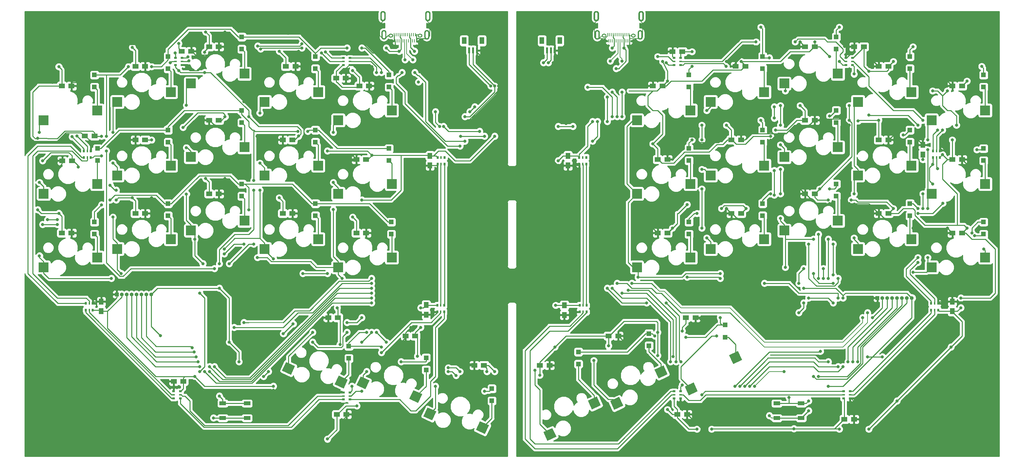
<source format=gbr>
G04 #@! TF.GenerationSoftware,KiCad,Pcbnew,(5.0.0)*
G04 #@! TF.CreationDate,2018-09-14T16:20:53+02:00*
G04 #@! TF.ProjectId,FNH35_rev1,464E4833355F726576312E6B69636164,rev?*
G04 #@! TF.SameCoordinates,Original*
G04 #@! TF.FileFunction,Copper,L2,Bot,Signal*
G04 #@! TF.FilePolarity,Positive*
%FSLAX46Y46*%
G04 Gerber Fmt 4.6, Leading zero omitted, Abs format (unit mm)*
G04 Created by KiCad (PCBNEW (5.0.0)) date 09/14/18 16:20:53*
%MOMM*%
%LPD*%
G01*
G04 APERTURE LIST*
G04 #@! TA.AperFunction,EtchedComponent*
%ADD10C,0.001000*%
G04 #@! TD*
G04 #@! TA.AperFunction,SMDPad,CuDef*
%ADD11R,2.550000X2.500000*%
G04 #@! TD*
G04 #@! TA.AperFunction,SMDPad,CuDef*
%ADD12R,0.100000X0.100000*%
G04 #@! TD*
G04 #@! TA.AperFunction,SMDPad,CuDef*
%ADD13R,0.270000X0.950000*%
G04 #@! TD*
G04 #@! TA.AperFunction,SMDPad,CuDef*
%ADD14R,0.500000X0.800000*%
G04 #@! TD*
G04 #@! TA.AperFunction,SMDPad,CuDef*
%ADD15R,0.300000X0.800000*%
G04 #@! TD*
G04 #@! TA.AperFunction,SMDPad,CuDef*
%ADD16R,1.500000X1.250000*%
G04 #@! TD*
G04 #@! TA.AperFunction,SMDPad,CuDef*
%ADD17R,0.800000X0.500000*%
G04 #@! TD*
G04 #@! TA.AperFunction,SMDPad,CuDef*
%ADD18R,0.800000X0.300000*%
G04 #@! TD*
G04 #@! TA.AperFunction,SMDPad,CuDef*
%ADD19C,2.500000*%
G04 #@! TD*
G04 #@! TA.AperFunction,Conductor*
%ADD20C,0.100000*%
G04 #@! TD*
G04 #@! TA.AperFunction,SMDPad,CuDef*
%ADD21R,1.250000X1.500000*%
G04 #@! TD*
G04 #@! TA.AperFunction,SMDPad,CuDef*
%ADD22R,1.200000X1.200000*%
G04 #@! TD*
G04 #@! TA.AperFunction,SMDPad,CuDef*
%ADD23R,1.700000X1.000000*%
G04 #@! TD*
G04 #@! TA.AperFunction,ComponentPad*
%ADD24O,1.000000X1.000000*%
G04 #@! TD*
G04 #@! TA.AperFunction,ComponentPad*
%ADD25R,1.000000X1.000000*%
G04 #@! TD*
G04 #@! TA.AperFunction,SMDPad,CuDef*
%ADD26R,0.600000X1.550000*%
G04 #@! TD*
G04 #@! TA.AperFunction,SMDPad,CuDef*
%ADD27R,1.200000X1.800000*%
G04 #@! TD*
G04 #@! TA.AperFunction,ViaPad*
%ADD28C,0.800000*%
G04 #@! TD*
G04 #@! TA.AperFunction,Conductor*
%ADD29C,0.250000*%
G04 #@! TD*
G04 #@! TA.AperFunction,Conductor*
%ADD30C,0.200000*%
G04 #@! TD*
G04 #@! TA.AperFunction,Conductor*
%ADD31C,0.254000*%
G04 #@! TD*
G04 APERTURE END LIST*
D10*
G04 #@! TO.C,J102*
G36*
X-17599750Y-20931000D02*
X-17599750Y-21581000D01*
X-17599750Y-21590160D01*
X-17598790Y-21608470D01*
X-17596870Y-21626700D01*
X-17594010Y-21644800D01*
X-17590200Y-21662730D01*
X-17585450Y-21680440D01*
X-17579790Y-21697870D01*
X-17573220Y-21714980D01*
X-17565760Y-21731730D01*
X-17557440Y-21748060D01*
X-17548280Y-21763940D01*
X-17538290Y-21779310D01*
X-17527520Y-21794140D01*
X-17515980Y-21808380D01*
X-17503720Y-21822010D01*
X-17490760Y-21834970D01*
X-17477140Y-21847230D01*
X-17462890Y-21858770D01*
X-17448060Y-21869540D01*
X-17432690Y-21879530D01*
X-17416810Y-21888690D01*
X-17400480Y-21897010D01*
X-17383740Y-21904470D01*
X-17366620Y-21911040D01*
X-17349190Y-21916700D01*
X-17331490Y-21921450D01*
X-17313560Y-21925260D01*
X-17295450Y-21928120D01*
X-17277220Y-21930040D01*
X-17258920Y-21931000D01*
X-17249750Y-21931000D01*
X-17240590Y-21931000D01*
X-17222280Y-21930040D01*
X-17204050Y-21928120D01*
X-17185950Y-21925260D01*
X-17168020Y-21921450D01*
X-17150310Y-21916700D01*
X-17132880Y-21911040D01*
X-17115770Y-21904470D01*
X-17099020Y-21897010D01*
X-17082690Y-21888690D01*
X-17066810Y-21879530D01*
X-17051440Y-21869540D01*
X-17036610Y-21858770D01*
X-17022370Y-21847230D01*
X-17008740Y-21834970D01*
X-16995780Y-21822010D01*
X-16983520Y-21808390D01*
X-16971980Y-21794140D01*
X-16961210Y-21779310D01*
X-16951220Y-21763940D01*
X-16942060Y-21748060D01*
X-16933740Y-21731730D01*
X-16926280Y-21714990D01*
X-16919710Y-21697870D01*
X-16914050Y-21680440D01*
X-16909300Y-21662740D01*
X-16905490Y-21644810D01*
X-16902630Y-21626700D01*
X-16900710Y-21608470D01*
X-16899750Y-21590170D01*
X-16899750Y-21581000D01*
X-16899750Y-20931000D01*
X-16599750Y-20931000D01*
X-16599750Y-21581000D01*
X-16599750Y-21598020D01*
X-16601530Y-21632010D01*
X-16605090Y-21665870D01*
X-16610410Y-21699490D01*
X-16617490Y-21732790D01*
X-16626300Y-21765670D01*
X-16636820Y-21798050D01*
X-16649020Y-21829830D01*
X-16662870Y-21860920D01*
X-16678320Y-21891260D01*
X-16695340Y-21920740D01*
X-16713880Y-21949290D01*
X-16733890Y-21976830D01*
X-16755310Y-22003280D01*
X-16778090Y-22028580D01*
X-16802160Y-22052650D01*
X-16827460Y-22075430D01*
X-16853920Y-22096850D01*
X-16881460Y-22116860D01*
X-16910010Y-22135400D01*
X-16939490Y-22152420D01*
X-16969820Y-22167880D01*
X-17000920Y-22181730D01*
X-17032700Y-22193930D01*
X-17065070Y-22204450D01*
X-17097950Y-22213260D01*
X-17131250Y-22220330D01*
X-17164880Y-22225660D01*
X-17198730Y-22229220D01*
X-17232730Y-22231000D01*
X-17249750Y-22231000D01*
X-17266770Y-22231000D01*
X-17300760Y-22229220D01*
X-17334620Y-22225660D01*
X-17368240Y-22220340D01*
X-17401540Y-22213260D01*
X-17434420Y-22204450D01*
X-17466800Y-22193930D01*
X-17498580Y-22181730D01*
X-17529670Y-22167880D01*
X-17560010Y-22152430D01*
X-17589490Y-22135410D01*
X-17618040Y-22116870D01*
X-17645580Y-22096860D01*
X-17672030Y-22075440D01*
X-17697330Y-22052660D01*
X-17721400Y-22028590D01*
X-17744180Y-22003290D01*
X-17765600Y-21976830D01*
X-17785610Y-21949290D01*
X-17804150Y-21920740D01*
X-17821170Y-21891260D01*
X-17836630Y-21860930D01*
X-17850480Y-21829830D01*
X-17862680Y-21798050D01*
X-17873200Y-21765680D01*
X-17882010Y-21732800D01*
X-17889080Y-21699500D01*
X-17894410Y-21665870D01*
X-17897970Y-21632020D01*
X-17899750Y-21598020D01*
X-17899750Y-21581000D01*
X-17899750Y-20931000D01*
X-17599750Y-20931000D01*
G37*
X-17599750Y-20931000D02*
X-17599750Y-21581000D01*
X-17599750Y-21590160D01*
X-17598790Y-21608470D01*
X-17596870Y-21626700D01*
X-17594010Y-21644800D01*
X-17590200Y-21662730D01*
X-17585450Y-21680440D01*
X-17579790Y-21697870D01*
X-17573220Y-21714980D01*
X-17565760Y-21731730D01*
X-17557440Y-21748060D01*
X-17548280Y-21763940D01*
X-17538290Y-21779310D01*
X-17527520Y-21794140D01*
X-17515980Y-21808380D01*
X-17503720Y-21822010D01*
X-17490760Y-21834970D01*
X-17477140Y-21847230D01*
X-17462890Y-21858770D01*
X-17448060Y-21869540D01*
X-17432690Y-21879530D01*
X-17416810Y-21888690D01*
X-17400480Y-21897010D01*
X-17383740Y-21904470D01*
X-17366620Y-21911040D01*
X-17349190Y-21916700D01*
X-17331490Y-21921450D01*
X-17313560Y-21925260D01*
X-17295450Y-21928120D01*
X-17277220Y-21930040D01*
X-17258920Y-21931000D01*
X-17249750Y-21931000D01*
X-17240590Y-21931000D01*
X-17222280Y-21930040D01*
X-17204050Y-21928120D01*
X-17185950Y-21925260D01*
X-17168020Y-21921450D01*
X-17150310Y-21916700D01*
X-17132880Y-21911040D01*
X-17115770Y-21904470D01*
X-17099020Y-21897010D01*
X-17082690Y-21888690D01*
X-17066810Y-21879530D01*
X-17051440Y-21869540D01*
X-17036610Y-21858770D01*
X-17022370Y-21847230D01*
X-17008740Y-21834970D01*
X-16995780Y-21822010D01*
X-16983520Y-21808390D01*
X-16971980Y-21794140D01*
X-16961210Y-21779310D01*
X-16951220Y-21763940D01*
X-16942060Y-21748060D01*
X-16933740Y-21731730D01*
X-16926280Y-21714990D01*
X-16919710Y-21697870D01*
X-16914050Y-21680440D01*
X-16909300Y-21662740D01*
X-16905490Y-21644810D01*
X-16902630Y-21626700D01*
X-16900710Y-21608470D01*
X-16899750Y-21590170D01*
X-16899750Y-21581000D01*
X-16899750Y-20931000D01*
X-16599750Y-20931000D01*
X-16599750Y-21581000D01*
X-16599750Y-21598020D01*
X-16601530Y-21632010D01*
X-16605090Y-21665870D01*
X-16610410Y-21699490D01*
X-16617490Y-21732790D01*
X-16626300Y-21765670D01*
X-16636820Y-21798050D01*
X-16649020Y-21829830D01*
X-16662870Y-21860920D01*
X-16678320Y-21891260D01*
X-16695340Y-21920740D01*
X-16713880Y-21949290D01*
X-16733890Y-21976830D01*
X-16755310Y-22003280D01*
X-16778090Y-22028580D01*
X-16802160Y-22052650D01*
X-16827460Y-22075430D01*
X-16853920Y-22096850D01*
X-16881460Y-22116860D01*
X-16910010Y-22135400D01*
X-16939490Y-22152420D01*
X-16969820Y-22167880D01*
X-17000920Y-22181730D01*
X-17032700Y-22193930D01*
X-17065070Y-22204450D01*
X-17097950Y-22213260D01*
X-17131250Y-22220330D01*
X-17164880Y-22225660D01*
X-17198730Y-22229220D01*
X-17232730Y-22231000D01*
X-17249750Y-22231000D01*
X-17266770Y-22231000D01*
X-17300760Y-22229220D01*
X-17334620Y-22225660D01*
X-17368240Y-22220340D01*
X-17401540Y-22213260D01*
X-17434420Y-22204450D01*
X-17466800Y-22193930D01*
X-17498580Y-22181730D01*
X-17529670Y-22167880D01*
X-17560010Y-22152430D01*
X-17589490Y-22135410D01*
X-17618040Y-22116870D01*
X-17645580Y-22096860D01*
X-17672030Y-22075440D01*
X-17697330Y-22052660D01*
X-17721400Y-22028590D01*
X-17744180Y-22003290D01*
X-17765600Y-21976830D01*
X-17785610Y-21949290D01*
X-17804150Y-21920740D01*
X-17821170Y-21891260D01*
X-17836630Y-21860930D01*
X-17850480Y-21829830D01*
X-17862680Y-21798050D01*
X-17873200Y-21765680D01*
X-17882010Y-21732800D01*
X-17889080Y-21699500D01*
X-17894410Y-21665870D01*
X-17897970Y-21632020D01*
X-17899750Y-21598020D01*
X-17899750Y-21581000D01*
X-17899750Y-20931000D01*
X-17599750Y-20931000D01*
G36*
X-16899750Y-20931000D02*
X-16899750Y-20281000D01*
X-16899750Y-20271840D01*
X-16900710Y-20253530D01*
X-16902630Y-20235300D01*
X-16905490Y-20217200D01*
X-16909300Y-20199270D01*
X-16914050Y-20181560D01*
X-16919710Y-20164130D01*
X-16926280Y-20147020D01*
X-16933740Y-20130270D01*
X-16942060Y-20113940D01*
X-16951220Y-20098060D01*
X-16961210Y-20082690D01*
X-16971980Y-20067860D01*
X-16983520Y-20053620D01*
X-16995780Y-20039990D01*
X-17008740Y-20027030D01*
X-17022360Y-20014770D01*
X-17036610Y-20003230D01*
X-17051440Y-19992460D01*
X-17066810Y-19982470D01*
X-17082690Y-19973310D01*
X-17099020Y-19964990D01*
X-17115760Y-19957530D01*
X-17132880Y-19950960D01*
X-17150310Y-19945300D01*
X-17168010Y-19940550D01*
X-17185940Y-19936740D01*
X-17204050Y-19933880D01*
X-17222280Y-19931960D01*
X-17240580Y-19931000D01*
X-17249750Y-19931000D01*
X-17258910Y-19931000D01*
X-17277220Y-19931960D01*
X-17295450Y-19933880D01*
X-17313550Y-19936740D01*
X-17331480Y-19940550D01*
X-17349190Y-19945300D01*
X-17366620Y-19950960D01*
X-17383730Y-19957530D01*
X-17400480Y-19964990D01*
X-17416810Y-19973310D01*
X-17432690Y-19982470D01*
X-17448060Y-19992460D01*
X-17462890Y-20003230D01*
X-17477130Y-20014770D01*
X-17490760Y-20027030D01*
X-17503720Y-20039990D01*
X-17515980Y-20053610D01*
X-17527520Y-20067860D01*
X-17538290Y-20082690D01*
X-17548280Y-20098060D01*
X-17557440Y-20113940D01*
X-17565760Y-20130270D01*
X-17573220Y-20147010D01*
X-17579790Y-20164130D01*
X-17585450Y-20181560D01*
X-17590200Y-20199260D01*
X-17594010Y-20217190D01*
X-17596870Y-20235300D01*
X-17598790Y-20253530D01*
X-17599750Y-20271830D01*
X-17599750Y-20281000D01*
X-17599750Y-20931000D01*
X-17899750Y-20931000D01*
X-17899750Y-20281000D01*
X-17899750Y-20263980D01*
X-17897970Y-20229990D01*
X-17894410Y-20196130D01*
X-17889090Y-20162510D01*
X-17882010Y-20129210D01*
X-17873200Y-20096330D01*
X-17862680Y-20063950D01*
X-17850480Y-20032170D01*
X-17836630Y-20001080D01*
X-17821180Y-19970740D01*
X-17804160Y-19941260D01*
X-17785620Y-19912710D01*
X-17765610Y-19885170D01*
X-17744190Y-19858720D01*
X-17721410Y-19833420D01*
X-17697340Y-19809350D01*
X-17672040Y-19786570D01*
X-17645580Y-19765150D01*
X-17618040Y-19745140D01*
X-17589490Y-19726600D01*
X-17560010Y-19709580D01*
X-17529680Y-19694120D01*
X-17498580Y-19680270D01*
X-17466800Y-19668070D01*
X-17434430Y-19657550D01*
X-17401550Y-19648740D01*
X-17368250Y-19641670D01*
X-17334620Y-19636340D01*
X-17300770Y-19632780D01*
X-17266770Y-19631000D01*
X-17249750Y-19631000D01*
X-17232730Y-19631000D01*
X-17198740Y-19632780D01*
X-17164880Y-19636340D01*
X-17131260Y-19641660D01*
X-17097960Y-19648740D01*
X-17065080Y-19657550D01*
X-17032700Y-19668070D01*
X-17000920Y-19680270D01*
X-16969830Y-19694120D01*
X-16939490Y-19709570D01*
X-16910010Y-19726590D01*
X-16881460Y-19745130D01*
X-16853920Y-19765140D01*
X-16827470Y-19786560D01*
X-16802170Y-19809340D01*
X-16778100Y-19833410D01*
X-16755320Y-19858710D01*
X-16733900Y-19885170D01*
X-16713890Y-19912710D01*
X-16695350Y-19941260D01*
X-16678330Y-19970740D01*
X-16662870Y-20001070D01*
X-16649020Y-20032170D01*
X-16636820Y-20063950D01*
X-16626300Y-20096320D01*
X-16617490Y-20129200D01*
X-16610420Y-20162500D01*
X-16605090Y-20196130D01*
X-16601530Y-20229980D01*
X-16599750Y-20263980D01*
X-16599750Y-20281000D01*
X-16599750Y-20931000D01*
X-16899750Y-20931000D01*
G37*
X-16899750Y-20931000D02*
X-16899750Y-20281000D01*
X-16899750Y-20271840D01*
X-16900710Y-20253530D01*
X-16902630Y-20235300D01*
X-16905490Y-20217200D01*
X-16909300Y-20199270D01*
X-16914050Y-20181560D01*
X-16919710Y-20164130D01*
X-16926280Y-20147020D01*
X-16933740Y-20130270D01*
X-16942060Y-20113940D01*
X-16951220Y-20098060D01*
X-16961210Y-20082690D01*
X-16971980Y-20067860D01*
X-16983520Y-20053620D01*
X-16995780Y-20039990D01*
X-17008740Y-20027030D01*
X-17022360Y-20014770D01*
X-17036610Y-20003230D01*
X-17051440Y-19992460D01*
X-17066810Y-19982470D01*
X-17082690Y-19973310D01*
X-17099020Y-19964990D01*
X-17115760Y-19957530D01*
X-17132880Y-19950960D01*
X-17150310Y-19945300D01*
X-17168010Y-19940550D01*
X-17185940Y-19936740D01*
X-17204050Y-19933880D01*
X-17222280Y-19931960D01*
X-17240580Y-19931000D01*
X-17249750Y-19931000D01*
X-17258910Y-19931000D01*
X-17277220Y-19931960D01*
X-17295450Y-19933880D01*
X-17313550Y-19936740D01*
X-17331480Y-19940550D01*
X-17349190Y-19945300D01*
X-17366620Y-19950960D01*
X-17383730Y-19957530D01*
X-17400480Y-19964990D01*
X-17416810Y-19973310D01*
X-17432690Y-19982470D01*
X-17448060Y-19992460D01*
X-17462890Y-20003230D01*
X-17477130Y-20014770D01*
X-17490760Y-20027030D01*
X-17503720Y-20039990D01*
X-17515980Y-20053610D01*
X-17527520Y-20067860D01*
X-17538290Y-20082690D01*
X-17548280Y-20098060D01*
X-17557440Y-20113940D01*
X-17565760Y-20130270D01*
X-17573220Y-20147010D01*
X-17579790Y-20164130D01*
X-17585450Y-20181560D01*
X-17590200Y-20199260D01*
X-17594010Y-20217190D01*
X-17596870Y-20235300D01*
X-17598790Y-20253530D01*
X-17599750Y-20271830D01*
X-17599750Y-20281000D01*
X-17599750Y-20931000D01*
X-17899750Y-20931000D01*
X-17899750Y-20281000D01*
X-17899750Y-20263980D01*
X-17897970Y-20229990D01*
X-17894410Y-20196130D01*
X-17889090Y-20162510D01*
X-17882010Y-20129210D01*
X-17873200Y-20096330D01*
X-17862680Y-20063950D01*
X-17850480Y-20032170D01*
X-17836630Y-20001080D01*
X-17821180Y-19970740D01*
X-17804160Y-19941260D01*
X-17785620Y-19912710D01*
X-17765610Y-19885170D01*
X-17744190Y-19858720D01*
X-17721410Y-19833420D01*
X-17697340Y-19809350D01*
X-17672040Y-19786570D01*
X-17645580Y-19765150D01*
X-17618040Y-19745140D01*
X-17589490Y-19726600D01*
X-17560010Y-19709580D01*
X-17529680Y-19694120D01*
X-17498580Y-19680270D01*
X-17466800Y-19668070D01*
X-17434430Y-19657550D01*
X-17401550Y-19648740D01*
X-17368250Y-19641670D01*
X-17334620Y-19636340D01*
X-17300770Y-19632780D01*
X-17266770Y-19631000D01*
X-17249750Y-19631000D01*
X-17232730Y-19631000D01*
X-17198740Y-19632780D01*
X-17164880Y-19636340D01*
X-17131260Y-19641660D01*
X-17097960Y-19648740D01*
X-17065080Y-19657550D01*
X-17032700Y-19668070D01*
X-17000920Y-19680270D01*
X-16969830Y-19694120D01*
X-16939490Y-19709570D01*
X-16910010Y-19726590D01*
X-16881460Y-19745130D01*
X-16853920Y-19765140D01*
X-16827470Y-19786560D01*
X-16802170Y-19809340D01*
X-16778100Y-19833410D01*
X-16755320Y-19858710D01*
X-16733900Y-19885170D01*
X-16713890Y-19912710D01*
X-16695350Y-19941260D01*
X-16678330Y-19970740D01*
X-16662870Y-20001070D01*
X-16649020Y-20032170D01*
X-16636820Y-20063950D01*
X-16626300Y-20096320D01*
X-16617490Y-20129200D01*
X-16610420Y-20162500D01*
X-16605090Y-20196130D01*
X-16601530Y-20229980D01*
X-16599750Y-20263980D01*
X-16599750Y-20281000D01*
X-16599750Y-20931000D01*
X-16899750Y-20931000D01*
G36*
X-5999750Y-20931000D02*
X-5999750Y-21581000D01*
X-5999750Y-21590160D01*
X-5998790Y-21608470D01*
X-5996870Y-21626700D01*
X-5994010Y-21644800D01*
X-5990200Y-21662730D01*
X-5985450Y-21680440D01*
X-5979790Y-21697870D01*
X-5973220Y-21714980D01*
X-5965760Y-21731730D01*
X-5957440Y-21748060D01*
X-5948280Y-21763940D01*
X-5938290Y-21779310D01*
X-5927520Y-21794140D01*
X-5915980Y-21808380D01*
X-5903720Y-21822010D01*
X-5890760Y-21834970D01*
X-5877140Y-21847230D01*
X-5862890Y-21858770D01*
X-5848060Y-21869540D01*
X-5832690Y-21879530D01*
X-5816810Y-21888690D01*
X-5800480Y-21897010D01*
X-5783740Y-21904470D01*
X-5766620Y-21911040D01*
X-5749190Y-21916700D01*
X-5731490Y-21921450D01*
X-5713560Y-21925260D01*
X-5695450Y-21928120D01*
X-5677220Y-21930040D01*
X-5658920Y-21931000D01*
X-5649750Y-21931000D01*
X-5640590Y-21931000D01*
X-5622280Y-21930040D01*
X-5604050Y-21928120D01*
X-5585950Y-21925260D01*
X-5568020Y-21921450D01*
X-5550310Y-21916700D01*
X-5532880Y-21911040D01*
X-5515770Y-21904470D01*
X-5499020Y-21897010D01*
X-5482690Y-21888690D01*
X-5466810Y-21879530D01*
X-5451440Y-21869540D01*
X-5436610Y-21858770D01*
X-5422370Y-21847230D01*
X-5408740Y-21834970D01*
X-5395780Y-21822010D01*
X-5383520Y-21808390D01*
X-5371980Y-21794140D01*
X-5361210Y-21779310D01*
X-5351220Y-21763940D01*
X-5342060Y-21748060D01*
X-5333740Y-21731730D01*
X-5326280Y-21714990D01*
X-5319710Y-21697870D01*
X-5314050Y-21680440D01*
X-5309300Y-21662740D01*
X-5305490Y-21644810D01*
X-5302630Y-21626700D01*
X-5300710Y-21608470D01*
X-5299750Y-21590170D01*
X-5299750Y-21581000D01*
X-5299750Y-20931000D01*
X-4999750Y-20931000D01*
X-4999750Y-21581000D01*
X-4999750Y-21598020D01*
X-5001530Y-21632010D01*
X-5005090Y-21665870D01*
X-5010410Y-21699490D01*
X-5017490Y-21732790D01*
X-5026300Y-21765670D01*
X-5036820Y-21798050D01*
X-5049020Y-21829830D01*
X-5062870Y-21860920D01*
X-5078320Y-21891260D01*
X-5095340Y-21920740D01*
X-5113880Y-21949290D01*
X-5133890Y-21976830D01*
X-5155310Y-22003280D01*
X-5178090Y-22028580D01*
X-5202160Y-22052650D01*
X-5227460Y-22075430D01*
X-5253920Y-22096850D01*
X-5281460Y-22116860D01*
X-5310010Y-22135400D01*
X-5339490Y-22152420D01*
X-5369820Y-22167880D01*
X-5400920Y-22181730D01*
X-5432700Y-22193930D01*
X-5465070Y-22204450D01*
X-5497950Y-22213260D01*
X-5531250Y-22220330D01*
X-5564880Y-22225660D01*
X-5598730Y-22229220D01*
X-5632730Y-22231000D01*
X-5649750Y-22231000D01*
X-5666770Y-22231000D01*
X-5700760Y-22229220D01*
X-5734620Y-22225660D01*
X-5768240Y-22220340D01*
X-5801540Y-22213260D01*
X-5834420Y-22204450D01*
X-5866800Y-22193930D01*
X-5898580Y-22181730D01*
X-5929670Y-22167880D01*
X-5960010Y-22152430D01*
X-5989490Y-22135410D01*
X-6018040Y-22116870D01*
X-6045580Y-22096860D01*
X-6072030Y-22075440D01*
X-6097330Y-22052660D01*
X-6121400Y-22028590D01*
X-6144180Y-22003290D01*
X-6165600Y-21976830D01*
X-6185610Y-21949290D01*
X-6204150Y-21920740D01*
X-6221170Y-21891260D01*
X-6236630Y-21860930D01*
X-6250480Y-21829830D01*
X-6262680Y-21798050D01*
X-6273200Y-21765680D01*
X-6282010Y-21732800D01*
X-6289080Y-21699500D01*
X-6294410Y-21665870D01*
X-6297970Y-21632020D01*
X-6299750Y-21598020D01*
X-6299750Y-21581000D01*
X-6299750Y-20931000D01*
X-5999750Y-20931000D01*
G37*
X-5999750Y-20931000D02*
X-5999750Y-21581000D01*
X-5999750Y-21590160D01*
X-5998790Y-21608470D01*
X-5996870Y-21626700D01*
X-5994010Y-21644800D01*
X-5990200Y-21662730D01*
X-5985450Y-21680440D01*
X-5979790Y-21697870D01*
X-5973220Y-21714980D01*
X-5965760Y-21731730D01*
X-5957440Y-21748060D01*
X-5948280Y-21763940D01*
X-5938290Y-21779310D01*
X-5927520Y-21794140D01*
X-5915980Y-21808380D01*
X-5903720Y-21822010D01*
X-5890760Y-21834970D01*
X-5877140Y-21847230D01*
X-5862890Y-21858770D01*
X-5848060Y-21869540D01*
X-5832690Y-21879530D01*
X-5816810Y-21888690D01*
X-5800480Y-21897010D01*
X-5783740Y-21904470D01*
X-5766620Y-21911040D01*
X-5749190Y-21916700D01*
X-5731490Y-21921450D01*
X-5713560Y-21925260D01*
X-5695450Y-21928120D01*
X-5677220Y-21930040D01*
X-5658920Y-21931000D01*
X-5649750Y-21931000D01*
X-5640590Y-21931000D01*
X-5622280Y-21930040D01*
X-5604050Y-21928120D01*
X-5585950Y-21925260D01*
X-5568020Y-21921450D01*
X-5550310Y-21916700D01*
X-5532880Y-21911040D01*
X-5515770Y-21904470D01*
X-5499020Y-21897010D01*
X-5482690Y-21888690D01*
X-5466810Y-21879530D01*
X-5451440Y-21869540D01*
X-5436610Y-21858770D01*
X-5422370Y-21847230D01*
X-5408740Y-21834970D01*
X-5395780Y-21822010D01*
X-5383520Y-21808390D01*
X-5371980Y-21794140D01*
X-5361210Y-21779310D01*
X-5351220Y-21763940D01*
X-5342060Y-21748060D01*
X-5333740Y-21731730D01*
X-5326280Y-21714990D01*
X-5319710Y-21697870D01*
X-5314050Y-21680440D01*
X-5309300Y-21662740D01*
X-5305490Y-21644810D01*
X-5302630Y-21626700D01*
X-5300710Y-21608470D01*
X-5299750Y-21590170D01*
X-5299750Y-21581000D01*
X-5299750Y-20931000D01*
X-4999750Y-20931000D01*
X-4999750Y-21581000D01*
X-4999750Y-21598020D01*
X-5001530Y-21632010D01*
X-5005090Y-21665870D01*
X-5010410Y-21699490D01*
X-5017490Y-21732790D01*
X-5026300Y-21765670D01*
X-5036820Y-21798050D01*
X-5049020Y-21829830D01*
X-5062870Y-21860920D01*
X-5078320Y-21891260D01*
X-5095340Y-21920740D01*
X-5113880Y-21949290D01*
X-5133890Y-21976830D01*
X-5155310Y-22003280D01*
X-5178090Y-22028580D01*
X-5202160Y-22052650D01*
X-5227460Y-22075430D01*
X-5253920Y-22096850D01*
X-5281460Y-22116860D01*
X-5310010Y-22135400D01*
X-5339490Y-22152420D01*
X-5369820Y-22167880D01*
X-5400920Y-22181730D01*
X-5432700Y-22193930D01*
X-5465070Y-22204450D01*
X-5497950Y-22213260D01*
X-5531250Y-22220330D01*
X-5564880Y-22225660D01*
X-5598730Y-22229220D01*
X-5632730Y-22231000D01*
X-5649750Y-22231000D01*
X-5666770Y-22231000D01*
X-5700760Y-22229220D01*
X-5734620Y-22225660D01*
X-5768240Y-22220340D01*
X-5801540Y-22213260D01*
X-5834420Y-22204450D01*
X-5866800Y-22193930D01*
X-5898580Y-22181730D01*
X-5929670Y-22167880D01*
X-5960010Y-22152430D01*
X-5989490Y-22135410D01*
X-6018040Y-22116870D01*
X-6045580Y-22096860D01*
X-6072030Y-22075440D01*
X-6097330Y-22052660D01*
X-6121400Y-22028590D01*
X-6144180Y-22003290D01*
X-6165600Y-21976830D01*
X-6185610Y-21949290D01*
X-6204150Y-21920740D01*
X-6221170Y-21891260D01*
X-6236630Y-21860930D01*
X-6250480Y-21829830D01*
X-6262680Y-21798050D01*
X-6273200Y-21765680D01*
X-6282010Y-21732800D01*
X-6289080Y-21699500D01*
X-6294410Y-21665870D01*
X-6297970Y-21632020D01*
X-6299750Y-21598020D01*
X-6299750Y-21581000D01*
X-6299750Y-20931000D01*
X-5999750Y-20931000D01*
G36*
X-5299750Y-20931000D02*
X-5299750Y-20281000D01*
X-5299750Y-20271840D01*
X-5300710Y-20253530D01*
X-5302630Y-20235300D01*
X-5305490Y-20217200D01*
X-5309300Y-20199270D01*
X-5314050Y-20181560D01*
X-5319710Y-20164130D01*
X-5326280Y-20147020D01*
X-5333740Y-20130270D01*
X-5342060Y-20113940D01*
X-5351220Y-20098060D01*
X-5361210Y-20082690D01*
X-5371980Y-20067860D01*
X-5383520Y-20053620D01*
X-5395780Y-20039990D01*
X-5408740Y-20027030D01*
X-5422360Y-20014770D01*
X-5436610Y-20003230D01*
X-5451440Y-19992460D01*
X-5466810Y-19982470D01*
X-5482690Y-19973310D01*
X-5499020Y-19964990D01*
X-5515760Y-19957530D01*
X-5532880Y-19950960D01*
X-5550310Y-19945300D01*
X-5568010Y-19940550D01*
X-5585940Y-19936740D01*
X-5604050Y-19933880D01*
X-5622280Y-19931960D01*
X-5640580Y-19931000D01*
X-5649750Y-19931000D01*
X-5658910Y-19931000D01*
X-5677220Y-19931960D01*
X-5695450Y-19933880D01*
X-5713550Y-19936740D01*
X-5731480Y-19940550D01*
X-5749190Y-19945300D01*
X-5766620Y-19950960D01*
X-5783730Y-19957530D01*
X-5800480Y-19964990D01*
X-5816810Y-19973310D01*
X-5832690Y-19982470D01*
X-5848060Y-19992460D01*
X-5862890Y-20003230D01*
X-5877130Y-20014770D01*
X-5890760Y-20027030D01*
X-5903720Y-20039990D01*
X-5915980Y-20053610D01*
X-5927520Y-20067860D01*
X-5938290Y-20082690D01*
X-5948280Y-20098060D01*
X-5957440Y-20113940D01*
X-5965760Y-20130270D01*
X-5973220Y-20147010D01*
X-5979790Y-20164130D01*
X-5985450Y-20181560D01*
X-5990200Y-20199260D01*
X-5994010Y-20217190D01*
X-5996870Y-20235300D01*
X-5998790Y-20253530D01*
X-5999750Y-20271830D01*
X-5999750Y-20281000D01*
X-5999750Y-20931000D01*
X-6299750Y-20931000D01*
X-6299750Y-20281000D01*
X-6299750Y-20263980D01*
X-6297970Y-20229990D01*
X-6294410Y-20196130D01*
X-6289090Y-20162510D01*
X-6282010Y-20129210D01*
X-6273200Y-20096330D01*
X-6262680Y-20063950D01*
X-6250480Y-20032170D01*
X-6236630Y-20001080D01*
X-6221180Y-19970740D01*
X-6204160Y-19941260D01*
X-6185620Y-19912710D01*
X-6165610Y-19885170D01*
X-6144190Y-19858720D01*
X-6121410Y-19833420D01*
X-6097340Y-19809350D01*
X-6072040Y-19786570D01*
X-6045580Y-19765150D01*
X-6018040Y-19745140D01*
X-5989490Y-19726600D01*
X-5960010Y-19709580D01*
X-5929680Y-19694120D01*
X-5898580Y-19680270D01*
X-5866800Y-19668070D01*
X-5834430Y-19657550D01*
X-5801550Y-19648740D01*
X-5768250Y-19641670D01*
X-5734620Y-19636340D01*
X-5700770Y-19632780D01*
X-5666770Y-19631000D01*
X-5649750Y-19631000D01*
X-5632730Y-19631000D01*
X-5598740Y-19632780D01*
X-5564880Y-19636340D01*
X-5531260Y-19641660D01*
X-5497960Y-19648740D01*
X-5465080Y-19657550D01*
X-5432700Y-19668070D01*
X-5400920Y-19680270D01*
X-5369830Y-19694120D01*
X-5339490Y-19709570D01*
X-5310010Y-19726590D01*
X-5281460Y-19745130D01*
X-5253920Y-19765140D01*
X-5227470Y-19786560D01*
X-5202170Y-19809340D01*
X-5178100Y-19833410D01*
X-5155320Y-19858710D01*
X-5133900Y-19885170D01*
X-5113890Y-19912710D01*
X-5095350Y-19941260D01*
X-5078330Y-19970740D01*
X-5062870Y-20001070D01*
X-5049020Y-20032170D01*
X-5036820Y-20063950D01*
X-5026300Y-20096320D01*
X-5017490Y-20129200D01*
X-5010420Y-20162500D01*
X-5005090Y-20196130D01*
X-5001530Y-20229980D01*
X-4999750Y-20263980D01*
X-4999750Y-20281000D01*
X-4999750Y-20931000D01*
X-5299750Y-20931000D01*
G37*
X-5299750Y-20931000D02*
X-5299750Y-20281000D01*
X-5299750Y-20271840D01*
X-5300710Y-20253530D01*
X-5302630Y-20235300D01*
X-5305490Y-20217200D01*
X-5309300Y-20199270D01*
X-5314050Y-20181560D01*
X-5319710Y-20164130D01*
X-5326280Y-20147020D01*
X-5333740Y-20130270D01*
X-5342060Y-20113940D01*
X-5351220Y-20098060D01*
X-5361210Y-20082690D01*
X-5371980Y-20067860D01*
X-5383520Y-20053620D01*
X-5395780Y-20039990D01*
X-5408740Y-20027030D01*
X-5422360Y-20014770D01*
X-5436610Y-20003230D01*
X-5451440Y-19992460D01*
X-5466810Y-19982470D01*
X-5482690Y-19973310D01*
X-5499020Y-19964990D01*
X-5515760Y-19957530D01*
X-5532880Y-19950960D01*
X-5550310Y-19945300D01*
X-5568010Y-19940550D01*
X-5585940Y-19936740D01*
X-5604050Y-19933880D01*
X-5622280Y-19931960D01*
X-5640580Y-19931000D01*
X-5649750Y-19931000D01*
X-5658910Y-19931000D01*
X-5677220Y-19931960D01*
X-5695450Y-19933880D01*
X-5713550Y-19936740D01*
X-5731480Y-19940550D01*
X-5749190Y-19945300D01*
X-5766620Y-19950960D01*
X-5783730Y-19957530D01*
X-5800480Y-19964990D01*
X-5816810Y-19973310D01*
X-5832690Y-19982470D01*
X-5848060Y-19992460D01*
X-5862890Y-20003230D01*
X-5877130Y-20014770D01*
X-5890760Y-20027030D01*
X-5903720Y-20039990D01*
X-5915980Y-20053610D01*
X-5927520Y-20067860D01*
X-5938290Y-20082690D01*
X-5948280Y-20098060D01*
X-5957440Y-20113940D01*
X-5965760Y-20130270D01*
X-5973220Y-20147010D01*
X-5979790Y-20164130D01*
X-5985450Y-20181560D01*
X-5990200Y-20199260D01*
X-5994010Y-20217190D01*
X-5996870Y-20235300D01*
X-5998790Y-20253530D01*
X-5999750Y-20271830D01*
X-5999750Y-20281000D01*
X-5999750Y-20931000D01*
X-6299750Y-20931000D01*
X-6299750Y-20281000D01*
X-6299750Y-20263980D01*
X-6297970Y-20229990D01*
X-6294410Y-20196130D01*
X-6289090Y-20162510D01*
X-6282010Y-20129210D01*
X-6273200Y-20096330D01*
X-6262680Y-20063950D01*
X-6250480Y-20032170D01*
X-6236630Y-20001080D01*
X-6221180Y-19970740D01*
X-6204160Y-19941260D01*
X-6185620Y-19912710D01*
X-6165610Y-19885170D01*
X-6144190Y-19858720D01*
X-6121410Y-19833420D01*
X-6097340Y-19809350D01*
X-6072040Y-19786570D01*
X-6045580Y-19765150D01*
X-6018040Y-19745140D01*
X-5989490Y-19726600D01*
X-5960010Y-19709580D01*
X-5929680Y-19694120D01*
X-5898580Y-19680270D01*
X-5866800Y-19668070D01*
X-5834430Y-19657550D01*
X-5801550Y-19648740D01*
X-5768250Y-19641670D01*
X-5734620Y-19636340D01*
X-5700770Y-19632780D01*
X-5666770Y-19631000D01*
X-5649750Y-19631000D01*
X-5632730Y-19631000D01*
X-5598740Y-19632780D01*
X-5564880Y-19636340D01*
X-5531260Y-19641660D01*
X-5497960Y-19648740D01*
X-5465080Y-19657550D01*
X-5432700Y-19668070D01*
X-5400920Y-19680270D01*
X-5369830Y-19694120D01*
X-5339490Y-19709570D01*
X-5310010Y-19726590D01*
X-5281460Y-19745130D01*
X-5253920Y-19765140D01*
X-5227470Y-19786560D01*
X-5202170Y-19809340D01*
X-5178100Y-19833410D01*
X-5155320Y-19858710D01*
X-5133900Y-19885170D01*
X-5113890Y-19912710D01*
X-5095350Y-19941260D01*
X-5078330Y-19970740D01*
X-5062870Y-20001070D01*
X-5049020Y-20032170D01*
X-5036820Y-20063950D01*
X-5026300Y-20096320D01*
X-5017490Y-20129200D01*
X-5010420Y-20162500D01*
X-5005090Y-20196130D01*
X-5001530Y-20229980D01*
X-4999750Y-20263980D01*
X-4999750Y-20281000D01*
X-4999750Y-20931000D01*
X-5299750Y-20931000D01*
G36*
X-17349750Y-25781000D02*
X-17349750Y-26381000D01*
X-17349750Y-26390163D01*
X-17348790Y-26408468D01*
X-17346870Y-26426698D01*
X-17344010Y-26444802D01*
X-17340200Y-26462732D01*
X-17335450Y-26480437D01*
X-17329790Y-26497870D01*
X-17323220Y-26514983D01*
X-17315760Y-26531729D01*
X-17307440Y-26548061D01*
X-17298280Y-26563935D01*
X-17288290Y-26579308D01*
X-17277520Y-26594138D01*
X-17265980Y-26608383D01*
X-17253720Y-26622005D01*
X-17240760Y-26634967D01*
X-17227140Y-26647232D01*
X-17212890Y-26658768D01*
X-17198060Y-26669542D01*
X-17182690Y-26679525D01*
X-17166810Y-26688690D01*
X-17150480Y-26697012D01*
X-17133740Y-26704468D01*
X-17116620Y-26711037D01*
X-17099190Y-26716701D01*
X-17081490Y-26721446D01*
X-17063560Y-26725257D01*
X-17045450Y-26728124D01*
X-17027220Y-26730040D01*
X-17008920Y-26731000D01*
X-16999750Y-26731000D01*
X-16990590Y-26731000D01*
X-16972280Y-26730041D01*
X-16954050Y-26728125D01*
X-16935950Y-26725258D01*
X-16918020Y-26721447D01*
X-16900310Y-26716702D01*
X-16882880Y-26711038D01*
X-16865770Y-26704469D01*
X-16849020Y-26697014D01*
X-16832690Y-26688692D01*
X-16816810Y-26679527D01*
X-16801440Y-26669544D01*
X-16786610Y-26658770D01*
X-16772370Y-26647235D01*
X-16758740Y-26634969D01*
X-16745780Y-26622008D01*
X-16733520Y-26608386D01*
X-16721980Y-26594141D01*
X-16711210Y-26579312D01*
X-16701220Y-26563939D01*
X-16692060Y-26548065D01*
X-16683740Y-26531732D01*
X-16676280Y-26514987D01*
X-16669710Y-26497874D01*
X-16664050Y-26480441D01*
X-16659300Y-26462736D01*
X-16655490Y-26444806D01*
X-16652630Y-26426702D01*
X-16650710Y-26408472D01*
X-16649750Y-26390167D01*
X-16649750Y-26381000D01*
X-16649750Y-25781000D01*
X-16399750Y-25781000D01*
X-16399750Y-26381000D01*
X-16399750Y-26396708D01*
X-16401390Y-26428088D01*
X-16404680Y-26459339D01*
X-16409590Y-26490375D01*
X-16416130Y-26521112D01*
X-16424260Y-26551464D01*
X-16433970Y-26581349D01*
X-16445230Y-26610685D01*
X-16458010Y-26639392D01*
X-16472280Y-26667390D01*
X-16487990Y-26694603D01*
X-16505100Y-26720957D01*
X-16523570Y-26746379D01*
X-16543350Y-26770800D01*
X-16564370Y-26794150D01*
X-16586590Y-26816370D01*
X-16609940Y-26837400D01*
X-16634370Y-26857170D01*
X-16659790Y-26875640D01*
X-16686140Y-26892760D01*
X-16713350Y-26908470D01*
X-16741350Y-26922740D01*
X-16770060Y-26935520D01*
X-16799390Y-26946780D01*
X-16829280Y-26956490D01*
X-16859630Y-26964620D01*
X-16890370Y-26971150D01*
X-16921400Y-26976070D01*
X-16952650Y-26979360D01*
X-16984030Y-26981000D01*
X-16999750Y-26981000D01*
X-17015460Y-26981000D01*
X-17046840Y-26979360D01*
X-17078090Y-26976070D01*
X-17109130Y-26971160D01*
X-17139860Y-26964620D01*
X-17170210Y-26956490D01*
X-17200100Y-26946780D01*
X-17229440Y-26935520D01*
X-17258140Y-26922740D01*
X-17286140Y-26908470D01*
X-17313350Y-26892760D01*
X-17339710Y-26875650D01*
X-17365130Y-26857180D01*
X-17389550Y-26837400D01*
X-17412900Y-26816380D01*
X-17435120Y-26794160D01*
X-17456150Y-26770805D01*
X-17475920Y-26746385D01*
X-17494390Y-26720963D01*
X-17511510Y-26694610D01*
X-17527220Y-26667397D01*
X-17541490Y-26639398D01*
X-17554270Y-26610692D01*
X-17565530Y-26581356D01*
X-17575240Y-26551471D01*
X-17583370Y-26521119D01*
X-17589900Y-26490382D01*
X-17594820Y-26459346D01*
X-17598110Y-26428095D01*
X-17599750Y-26396715D01*
X-17599750Y-26381000D01*
X-17599750Y-25781000D01*
X-17349750Y-25781000D01*
G37*
X-17349750Y-25781000D02*
X-17349750Y-26381000D01*
X-17349750Y-26390163D01*
X-17348790Y-26408468D01*
X-17346870Y-26426698D01*
X-17344010Y-26444802D01*
X-17340200Y-26462732D01*
X-17335450Y-26480437D01*
X-17329790Y-26497870D01*
X-17323220Y-26514983D01*
X-17315760Y-26531729D01*
X-17307440Y-26548061D01*
X-17298280Y-26563935D01*
X-17288290Y-26579308D01*
X-17277520Y-26594138D01*
X-17265980Y-26608383D01*
X-17253720Y-26622005D01*
X-17240760Y-26634967D01*
X-17227140Y-26647232D01*
X-17212890Y-26658768D01*
X-17198060Y-26669542D01*
X-17182690Y-26679525D01*
X-17166810Y-26688690D01*
X-17150480Y-26697012D01*
X-17133740Y-26704468D01*
X-17116620Y-26711037D01*
X-17099190Y-26716701D01*
X-17081490Y-26721446D01*
X-17063560Y-26725257D01*
X-17045450Y-26728124D01*
X-17027220Y-26730040D01*
X-17008920Y-26731000D01*
X-16999750Y-26731000D01*
X-16990590Y-26731000D01*
X-16972280Y-26730041D01*
X-16954050Y-26728125D01*
X-16935950Y-26725258D01*
X-16918020Y-26721447D01*
X-16900310Y-26716702D01*
X-16882880Y-26711038D01*
X-16865770Y-26704469D01*
X-16849020Y-26697014D01*
X-16832690Y-26688692D01*
X-16816810Y-26679527D01*
X-16801440Y-26669544D01*
X-16786610Y-26658770D01*
X-16772370Y-26647235D01*
X-16758740Y-26634969D01*
X-16745780Y-26622008D01*
X-16733520Y-26608386D01*
X-16721980Y-26594141D01*
X-16711210Y-26579312D01*
X-16701220Y-26563939D01*
X-16692060Y-26548065D01*
X-16683740Y-26531732D01*
X-16676280Y-26514987D01*
X-16669710Y-26497874D01*
X-16664050Y-26480441D01*
X-16659300Y-26462736D01*
X-16655490Y-26444806D01*
X-16652630Y-26426702D01*
X-16650710Y-26408472D01*
X-16649750Y-26390167D01*
X-16649750Y-26381000D01*
X-16649750Y-25781000D01*
X-16399750Y-25781000D01*
X-16399750Y-26381000D01*
X-16399750Y-26396708D01*
X-16401390Y-26428088D01*
X-16404680Y-26459339D01*
X-16409590Y-26490375D01*
X-16416130Y-26521112D01*
X-16424260Y-26551464D01*
X-16433970Y-26581349D01*
X-16445230Y-26610685D01*
X-16458010Y-26639392D01*
X-16472280Y-26667390D01*
X-16487990Y-26694603D01*
X-16505100Y-26720957D01*
X-16523570Y-26746379D01*
X-16543350Y-26770800D01*
X-16564370Y-26794150D01*
X-16586590Y-26816370D01*
X-16609940Y-26837400D01*
X-16634370Y-26857170D01*
X-16659790Y-26875640D01*
X-16686140Y-26892760D01*
X-16713350Y-26908470D01*
X-16741350Y-26922740D01*
X-16770060Y-26935520D01*
X-16799390Y-26946780D01*
X-16829280Y-26956490D01*
X-16859630Y-26964620D01*
X-16890370Y-26971150D01*
X-16921400Y-26976070D01*
X-16952650Y-26979360D01*
X-16984030Y-26981000D01*
X-16999750Y-26981000D01*
X-17015460Y-26981000D01*
X-17046840Y-26979360D01*
X-17078090Y-26976070D01*
X-17109130Y-26971160D01*
X-17139860Y-26964620D01*
X-17170210Y-26956490D01*
X-17200100Y-26946780D01*
X-17229440Y-26935520D01*
X-17258140Y-26922740D01*
X-17286140Y-26908470D01*
X-17313350Y-26892760D01*
X-17339710Y-26875650D01*
X-17365130Y-26857180D01*
X-17389550Y-26837400D01*
X-17412900Y-26816380D01*
X-17435120Y-26794160D01*
X-17456150Y-26770805D01*
X-17475920Y-26746385D01*
X-17494390Y-26720963D01*
X-17511510Y-26694610D01*
X-17527220Y-26667397D01*
X-17541490Y-26639398D01*
X-17554270Y-26610692D01*
X-17565530Y-26581356D01*
X-17575240Y-26551471D01*
X-17583370Y-26521119D01*
X-17589900Y-26490382D01*
X-17594820Y-26459346D01*
X-17598110Y-26428095D01*
X-17599750Y-26396715D01*
X-17599750Y-26381000D01*
X-17599750Y-25781000D01*
X-17349750Y-25781000D01*
G36*
X-16649750Y-25781000D02*
X-16649750Y-25181000D01*
X-16649750Y-25171837D01*
X-16650710Y-25153532D01*
X-16652630Y-25135302D01*
X-16655490Y-25117198D01*
X-16659300Y-25099268D01*
X-16664050Y-25081563D01*
X-16669710Y-25064130D01*
X-16676280Y-25047017D01*
X-16683740Y-25030271D01*
X-16692060Y-25013939D01*
X-16701220Y-24998065D01*
X-16711210Y-24982692D01*
X-16721980Y-24967862D01*
X-16733520Y-24953617D01*
X-16745780Y-24939995D01*
X-16758740Y-24927033D01*
X-16772360Y-24914768D01*
X-16786610Y-24903232D01*
X-16801440Y-24892458D01*
X-16816810Y-24882475D01*
X-16832690Y-24873310D01*
X-16849020Y-24864988D01*
X-16865760Y-24857532D01*
X-16882880Y-24850963D01*
X-16900310Y-24845299D01*
X-16918010Y-24840554D01*
X-16935940Y-24836743D01*
X-16954050Y-24833876D01*
X-16972280Y-24831960D01*
X-16990580Y-24831000D01*
X-16999750Y-24831000D01*
X-17008910Y-24831000D01*
X-17027220Y-24831959D01*
X-17045450Y-24833875D01*
X-17063550Y-24836742D01*
X-17081480Y-24840553D01*
X-17099190Y-24845298D01*
X-17116620Y-24850962D01*
X-17133730Y-24857531D01*
X-17150480Y-24864986D01*
X-17166810Y-24873308D01*
X-17182690Y-24882473D01*
X-17198060Y-24892456D01*
X-17212890Y-24903230D01*
X-17227130Y-24914765D01*
X-17240760Y-24927031D01*
X-17253720Y-24939992D01*
X-17265980Y-24953614D01*
X-17277520Y-24967859D01*
X-17288290Y-24982688D01*
X-17298280Y-24998061D01*
X-17307440Y-25013935D01*
X-17315760Y-25030268D01*
X-17323220Y-25047013D01*
X-17329790Y-25064126D01*
X-17335450Y-25081559D01*
X-17340200Y-25099264D01*
X-17344010Y-25117194D01*
X-17346870Y-25135298D01*
X-17348790Y-25153528D01*
X-17349750Y-25171833D01*
X-17349750Y-25181000D01*
X-17349750Y-25781000D01*
X-17599750Y-25781000D01*
X-17599750Y-25181000D01*
X-17599750Y-25165292D01*
X-17598110Y-25133912D01*
X-17594820Y-25102661D01*
X-17589910Y-25071625D01*
X-17583370Y-25040888D01*
X-17575240Y-25010536D01*
X-17565530Y-24980651D01*
X-17554270Y-24951315D01*
X-17541490Y-24922608D01*
X-17527220Y-24894610D01*
X-17511510Y-24867397D01*
X-17494400Y-24841043D01*
X-17475930Y-24815621D01*
X-17456150Y-24791200D01*
X-17435130Y-24767850D01*
X-17412910Y-24745630D01*
X-17389560Y-24724600D01*
X-17365130Y-24704830D01*
X-17339710Y-24686360D01*
X-17313360Y-24669240D01*
X-17286150Y-24653530D01*
X-17258150Y-24639260D01*
X-17229440Y-24626480D01*
X-17200110Y-24615220D01*
X-17170220Y-24605510D01*
X-17139870Y-24597380D01*
X-17109130Y-24590850D01*
X-17078100Y-24585930D01*
X-17046850Y-24582640D01*
X-17015470Y-24581000D01*
X-16999750Y-24581000D01*
X-16984040Y-24581000D01*
X-16952660Y-24582640D01*
X-16921410Y-24585930D01*
X-16890370Y-24590840D01*
X-16859640Y-24597380D01*
X-16829290Y-24605510D01*
X-16799400Y-24615220D01*
X-16770060Y-24626480D01*
X-16741360Y-24639260D01*
X-16713360Y-24653530D01*
X-16686150Y-24669240D01*
X-16659790Y-24686350D01*
X-16634370Y-24704820D01*
X-16609950Y-24724600D01*
X-16586600Y-24745620D01*
X-16564380Y-24767840D01*
X-16543350Y-24791195D01*
X-16523580Y-24815615D01*
X-16505110Y-24841037D01*
X-16487990Y-24867390D01*
X-16472280Y-24894603D01*
X-16458010Y-24922602D01*
X-16445230Y-24951308D01*
X-16433970Y-24980644D01*
X-16424260Y-25010529D01*
X-16416130Y-25040881D01*
X-16409600Y-25071618D01*
X-16404680Y-25102654D01*
X-16401390Y-25133905D01*
X-16399750Y-25165285D01*
X-16399750Y-25181000D01*
X-16399750Y-25781000D01*
X-16649750Y-25781000D01*
G37*
X-16649750Y-25781000D02*
X-16649750Y-25181000D01*
X-16649750Y-25171837D01*
X-16650710Y-25153532D01*
X-16652630Y-25135302D01*
X-16655490Y-25117198D01*
X-16659300Y-25099268D01*
X-16664050Y-25081563D01*
X-16669710Y-25064130D01*
X-16676280Y-25047017D01*
X-16683740Y-25030271D01*
X-16692060Y-25013939D01*
X-16701220Y-24998065D01*
X-16711210Y-24982692D01*
X-16721980Y-24967862D01*
X-16733520Y-24953617D01*
X-16745780Y-24939995D01*
X-16758740Y-24927033D01*
X-16772360Y-24914768D01*
X-16786610Y-24903232D01*
X-16801440Y-24892458D01*
X-16816810Y-24882475D01*
X-16832690Y-24873310D01*
X-16849020Y-24864988D01*
X-16865760Y-24857532D01*
X-16882880Y-24850963D01*
X-16900310Y-24845299D01*
X-16918010Y-24840554D01*
X-16935940Y-24836743D01*
X-16954050Y-24833876D01*
X-16972280Y-24831960D01*
X-16990580Y-24831000D01*
X-16999750Y-24831000D01*
X-17008910Y-24831000D01*
X-17027220Y-24831959D01*
X-17045450Y-24833875D01*
X-17063550Y-24836742D01*
X-17081480Y-24840553D01*
X-17099190Y-24845298D01*
X-17116620Y-24850962D01*
X-17133730Y-24857531D01*
X-17150480Y-24864986D01*
X-17166810Y-24873308D01*
X-17182690Y-24882473D01*
X-17198060Y-24892456D01*
X-17212890Y-24903230D01*
X-17227130Y-24914765D01*
X-17240760Y-24927031D01*
X-17253720Y-24939992D01*
X-17265980Y-24953614D01*
X-17277520Y-24967859D01*
X-17288290Y-24982688D01*
X-17298280Y-24998061D01*
X-17307440Y-25013935D01*
X-17315760Y-25030268D01*
X-17323220Y-25047013D01*
X-17329790Y-25064126D01*
X-17335450Y-25081559D01*
X-17340200Y-25099264D01*
X-17344010Y-25117194D01*
X-17346870Y-25135298D01*
X-17348790Y-25153528D01*
X-17349750Y-25171833D01*
X-17349750Y-25181000D01*
X-17349750Y-25781000D01*
X-17599750Y-25781000D01*
X-17599750Y-25181000D01*
X-17599750Y-25165292D01*
X-17598110Y-25133912D01*
X-17594820Y-25102661D01*
X-17589910Y-25071625D01*
X-17583370Y-25040888D01*
X-17575240Y-25010536D01*
X-17565530Y-24980651D01*
X-17554270Y-24951315D01*
X-17541490Y-24922608D01*
X-17527220Y-24894610D01*
X-17511510Y-24867397D01*
X-17494400Y-24841043D01*
X-17475930Y-24815621D01*
X-17456150Y-24791200D01*
X-17435130Y-24767850D01*
X-17412910Y-24745630D01*
X-17389560Y-24724600D01*
X-17365130Y-24704830D01*
X-17339710Y-24686360D01*
X-17313360Y-24669240D01*
X-17286150Y-24653530D01*
X-17258150Y-24639260D01*
X-17229440Y-24626480D01*
X-17200110Y-24615220D01*
X-17170220Y-24605510D01*
X-17139870Y-24597380D01*
X-17109130Y-24590850D01*
X-17078100Y-24585930D01*
X-17046850Y-24582640D01*
X-17015470Y-24581000D01*
X-16999750Y-24581000D01*
X-16984040Y-24581000D01*
X-16952660Y-24582640D01*
X-16921410Y-24585930D01*
X-16890370Y-24590840D01*
X-16859640Y-24597380D01*
X-16829290Y-24605510D01*
X-16799400Y-24615220D01*
X-16770060Y-24626480D01*
X-16741360Y-24639260D01*
X-16713360Y-24653530D01*
X-16686150Y-24669240D01*
X-16659790Y-24686350D01*
X-16634370Y-24704820D01*
X-16609950Y-24724600D01*
X-16586600Y-24745620D01*
X-16564380Y-24767840D01*
X-16543350Y-24791195D01*
X-16523580Y-24815615D01*
X-16505110Y-24841037D01*
X-16487990Y-24867390D01*
X-16472280Y-24894603D01*
X-16458010Y-24922602D01*
X-16445230Y-24951308D01*
X-16433970Y-24980644D01*
X-16424260Y-25010529D01*
X-16416130Y-25040881D01*
X-16409600Y-25071618D01*
X-16404680Y-25102654D01*
X-16401390Y-25133905D01*
X-16399750Y-25165285D01*
X-16399750Y-25181000D01*
X-16399750Y-25781000D01*
X-16649750Y-25781000D01*
G36*
X-6249750Y-25781000D02*
X-6249750Y-26381000D01*
X-6249750Y-26390163D01*
X-6248790Y-26408468D01*
X-6246870Y-26426698D01*
X-6244010Y-26444802D01*
X-6240200Y-26462732D01*
X-6235450Y-26480437D01*
X-6229790Y-26497870D01*
X-6223220Y-26514983D01*
X-6215760Y-26531729D01*
X-6207440Y-26548061D01*
X-6198280Y-26563935D01*
X-6188290Y-26579308D01*
X-6177520Y-26594138D01*
X-6165980Y-26608383D01*
X-6153720Y-26622005D01*
X-6140760Y-26634967D01*
X-6127140Y-26647232D01*
X-6112890Y-26658768D01*
X-6098060Y-26669542D01*
X-6082690Y-26679525D01*
X-6066810Y-26688690D01*
X-6050480Y-26697012D01*
X-6033740Y-26704468D01*
X-6016620Y-26711037D01*
X-5999190Y-26716701D01*
X-5981490Y-26721446D01*
X-5963560Y-26725257D01*
X-5945450Y-26728124D01*
X-5927220Y-26730040D01*
X-5908920Y-26731000D01*
X-5899750Y-26731000D01*
X-5890590Y-26731000D01*
X-5872280Y-26730041D01*
X-5854050Y-26728125D01*
X-5835950Y-26725258D01*
X-5818020Y-26721447D01*
X-5800310Y-26716702D01*
X-5782880Y-26711038D01*
X-5765770Y-26704469D01*
X-5749020Y-26697014D01*
X-5732690Y-26688692D01*
X-5716810Y-26679527D01*
X-5701440Y-26669544D01*
X-5686610Y-26658770D01*
X-5672370Y-26647235D01*
X-5658740Y-26634969D01*
X-5645780Y-26622008D01*
X-5633520Y-26608386D01*
X-5621980Y-26594141D01*
X-5611210Y-26579312D01*
X-5601220Y-26563939D01*
X-5592060Y-26548065D01*
X-5583740Y-26531732D01*
X-5576280Y-26514987D01*
X-5569710Y-26497874D01*
X-5564050Y-26480441D01*
X-5559300Y-26462736D01*
X-5555490Y-26444806D01*
X-5552630Y-26426702D01*
X-5550710Y-26408472D01*
X-5549750Y-26390167D01*
X-5549750Y-26381000D01*
X-5549750Y-25781000D01*
X-5299750Y-25781000D01*
X-5299750Y-26381000D01*
X-5299750Y-26396708D01*
X-5301390Y-26428088D01*
X-5304680Y-26459339D01*
X-5309590Y-26490375D01*
X-5316130Y-26521112D01*
X-5324260Y-26551464D01*
X-5333970Y-26581349D01*
X-5345230Y-26610685D01*
X-5358010Y-26639392D01*
X-5372280Y-26667390D01*
X-5387990Y-26694603D01*
X-5405100Y-26720957D01*
X-5423570Y-26746379D01*
X-5443350Y-26770800D01*
X-5464370Y-26794150D01*
X-5486590Y-26816370D01*
X-5509940Y-26837400D01*
X-5534370Y-26857170D01*
X-5559790Y-26875640D01*
X-5586140Y-26892760D01*
X-5613350Y-26908470D01*
X-5641350Y-26922740D01*
X-5670060Y-26935520D01*
X-5699390Y-26946780D01*
X-5729280Y-26956490D01*
X-5759630Y-26964620D01*
X-5790370Y-26971150D01*
X-5821400Y-26976070D01*
X-5852650Y-26979360D01*
X-5884030Y-26981000D01*
X-5899750Y-26981000D01*
X-5915460Y-26981000D01*
X-5946840Y-26979360D01*
X-5978090Y-26976070D01*
X-6009130Y-26971160D01*
X-6039860Y-26964620D01*
X-6070210Y-26956490D01*
X-6100100Y-26946780D01*
X-6129440Y-26935520D01*
X-6158140Y-26922740D01*
X-6186140Y-26908470D01*
X-6213350Y-26892760D01*
X-6239710Y-26875650D01*
X-6265130Y-26857180D01*
X-6289550Y-26837400D01*
X-6312900Y-26816380D01*
X-6335120Y-26794160D01*
X-6356150Y-26770805D01*
X-6375920Y-26746385D01*
X-6394390Y-26720963D01*
X-6411510Y-26694610D01*
X-6427220Y-26667397D01*
X-6441490Y-26639398D01*
X-6454270Y-26610692D01*
X-6465530Y-26581356D01*
X-6475240Y-26551471D01*
X-6483370Y-26521119D01*
X-6489900Y-26490382D01*
X-6494820Y-26459346D01*
X-6498110Y-26428095D01*
X-6499750Y-26396715D01*
X-6499750Y-26381000D01*
X-6499750Y-25781000D01*
X-6249750Y-25781000D01*
G37*
X-6249750Y-25781000D02*
X-6249750Y-26381000D01*
X-6249750Y-26390163D01*
X-6248790Y-26408468D01*
X-6246870Y-26426698D01*
X-6244010Y-26444802D01*
X-6240200Y-26462732D01*
X-6235450Y-26480437D01*
X-6229790Y-26497870D01*
X-6223220Y-26514983D01*
X-6215760Y-26531729D01*
X-6207440Y-26548061D01*
X-6198280Y-26563935D01*
X-6188290Y-26579308D01*
X-6177520Y-26594138D01*
X-6165980Y-26608383D01*
X-6153720Y-26622005D01*
X-6140760Y-26634967D01*
X-6127140Y-26647232D01*
X-6112890Y-26658768D01*
X-6098060Y-26669542D01*
X-6082690Y-26679525D01*
X-6066810Y-26688690D01*
X-6050480Y-26697012D01*
X-6033740Y-26704468D01*
X-6016620Y-26711037D01*
X-5999190Y-26716701D01*
X-5981490Y-26721446D01*
X-5963560Y-26725257D01*
X-5945450Y-26728124D01*
X-5927220Y-26730040D01*
X-5908920Y-26731000D01*
X-5899750Y-26731000D01*
X-5890590Y-26731000D01*
X-5872280Y-26730041D01*
X-5854050Y-26728125D01*
X-5835950Y-26725258D01*
X-5818020Y-26721447D01*
X-5800310Y-26716702D01*
X-5782880Y-26711038D01*
X-5765770Y-26704469D01*
X-5749020Y-26697014D01*
X-5732690Y-26688692D01*
X-5716810Y-26679527D01*
X-5701440Y-26669544D01*
X-5686610Y-26658770D01*
X-5672370Y-26647235D01*
X-5658740Y-26634969D01*
X-5645780Y-26622008D01*
X-5633520Y-26608386D01*
X-5621980Y-26594141D01*
X-5611210Y-26579312D01*
X-5601220Y-26563939D01*
X-5592060Y-26548065D01*
X-5583740Y-26531732D01*
X-5576280Y-26514987D01*
X-5569710Y-26497874D01*
X-5564050Y-26480441D01*
X-5559300Y-26462736D01*
X-5555490Y-26444806D01*
X-5552630Y-26426702D01*
X-5550710Y-26408472D01*
X-5549750Y-26390167D01*
X-5549750Y-26381000D01*
X-5549750Y-25781000D01*
X-5299750Y-25781000D01*
X-5299750Y-26381000D01*
X-5299750Y-26396708D01*
X-5301390Y-26428088D01*
X-5304680Y-26459339D01*
X-5309590Y-26490375D01*
X-5316130Y-26521112D01*
X-5324260Y-26551464D01*
X-5333970Y-26581349D01*
X-5345230Y-26610685D01*
X-5358010Y-26639392D01*
X-5372280Y-26667390D01*
X-5387990Y-26694603D01*
X-5405100Y-26720957D01*
X-5423570Y-26746379D01*
X-5443350Y-26770800D01*
X-5464370Y-26794150D01*
X-5486590Y-26816370D01*
X-5509940Y-26837400D01*
X-5534370Y-26857170D01*
X-5559790Y-26875640D01*
X-5586140Y-26892760D01*
X-5613350Y-26908470D01*
X-5641350Y-26922740D01*
X-5670060Y-26935520D01*
X-5699390Y-26946780D01*
X-5729280Y-26956490D01*
X-5759630Y-26964620D01*
X-5790370Y-26971150D01*
X-5821400Y-26976070D01*
X-5852650Y-26979360D01*
X-5884030Y-26981000D01*
X-5899750Y-26981000D01*
X-5915460Y-26981000D01*
X-5946840Y-26979360D01*
X-5978090Y-26976070D01*
X-6009130Y-26971160D01*
X-6039860Y-26964620D01*
X-6070210Y-26956490D01*
X-6100100Y-26946780D01*
X-6129440Y-26935520D01*
X-6158140Y-26922740D01*
X-6186140Y-26908470D01*
X-6213350Y-26892760D01*
X-6239710Y-26875650D01*
X-6265130Y-26857180D01*
X-6289550Y-26837400D01*
X-6312900Y-26816380D01*
X-6335120Y-26794160D01*
X-6356150Y-26770805D01*
X-6375920Y-26746385D01*
X-6394390Y-26720963D01*
X-6411510Y-26694610D01*
X-6427220Y-26667397D01*
X-6441490Y-26639398D01*
X-6454270Y-26610692D01*
X-6465530Y-26581356D01*
X-6475240Y-26551471D01*
X-6483370Y-26521119D01*
X-6489900Y-26490382D01*
X-6494820Y-26459346D01*
X-6498110Y-26428095D01*
X-6499750Y-26396715D01*
X-6499750Y-26381000D01*
X-6499750Y-25781000D01*
X-6249750Y-25781000D01*
G36*
X-5549750Y-25781000D02*
X-5549750Y-25181000D01*
X-5549750Y-25171837D01*
X-5550710Y-25153532D01*
X-5552630Y-25135302D01*
X-5555490Y-25117198D01*
X-5559300Y-25099268D01*
X-5564050Y-25081563D01*
X-5569710Y-25064130D01*
X-5576280Y-25047017D01*
X-5583740Y-25030271D01*
X-5592060Y-25013939D01*
X-5601220Y-24998065D01*
X-5611210Y-24982692D01*
X-5621980Y-24967862D01*
X-5633520Y-24953617D01*
X-5645780Y-24939995D01*
X-5658740Y-24927033D01*
X-5672360Y-24914768D01*
X-5686610Y-24903232D01*
X-5701440Y-24892458D01*
X-5716810Y-24882475D01*
X-5732690Y-24873310D01*
X-5749020Y-24864988D01*
X-5765760Y-24857532D01*
X-5782880Y-24850963D01*
X-5800310Y-24845299D01*
X-5818010Y-24840554D01*
X-5835940Y-24836743D01*
X-5854050Y-24833876D01*
X-5872280Y-24831960D01*
X-5890580Y-24831000D01*
X-5899750Y-24831000D01*
X-5908910Y-24831000D01*
X-5927220Y-24831959D01*
X-5945450Y-24833875D01*
X-5963550Y-24836742D01*
X-5981480Y-24840553D01*
X-5999190Y-24845298D01*
X-6016620Y-24850962D01*
X-6033730Y-24857531D01*
X-6050480Y-24864986D01*
X-6066810Y-24873308D01*
X-6082690Y-24882473D01*
X-6098060Y-24892456D01*
X-6112890Y-24903230D01*
X-6127130Y-24914765D01*
X-6140760Y-24927031D01*
X-6153720Y-24939992D01*
X-6165980Y-24953614D01*
X-6177520Y-24967859D01*
X-6188290Y-24982688D01*
X-6198280Y-24998061D01*
X-6207440Y-25013935D01*
X-6215760Y-25030268D01*
X-6223220Y-25047013D01*
X-6229790Y-25064126D01*
X-6235450Y-25081559D01*
X-6240200Y-25099264D01*
X-6244010Y-25117194D01*
X-6246870Y-25135298D01*
X-6248790Y-25153528D01*
X-6249750Y-25171833D01*
X-6249750Y-25181000D01*
X-6249750Y-25781000D01*
X-6499750Y-25781000D01*
X-6499750Y-25181000D01*
X-6499750Y-25165292D01*
X-6498110Y-25133912D01*
X-6494820Y-25102661D01*
X-6489910Y-25071625D01*
X-6483370Y-25040888D01*
X-6475240Y-25010536D01*
X-6465530Y-24980651D01*
X-6454270Y-24951315D01*
X-6441490Y-24922608D01*
X-6427220Y-24894610D01*
X-6411510Y-24867397D01*
X-6394400Y-24841043D01*
X-6375930Y-24815621D01*
X-6356150Y-24791200D01*
X-6335130Y-24767850D01*
X-6312910Y-24745630D01*
X-6289560Y-24724600D01*
X-6265130Y-24704830D01*
X-6239710Y-24686360D01*
X-6213360Y-24669240D01*
X-6186150Y-24653530D01*
X-6158150Y-24639260D01*
X-6129440Y-24626480D01*
X-6100110Y-24615220D01*
X-6070220Y-24605510D01*
X-6039870Y-24597380D01*
X-6009130Y-24590850D01*
X-5978100Y-24585930D01*
X-5946850Y-24582640D01*
X-5915470Y-24581000D01*
X-5899750Y-24581000D01*
X-5884040Y-24581000D01*
X-5852660Y-24582640D01*
X-5821410Y-24585930D01*
X-5790370Y-24590840D01*
X-5759640Y-24597380D01*
X-5729290Y-24605510D01*
X-5699400Y-24615220D01*
X-5670060Y-24626480D01*
X-5641360Y-24639260D01*
X-5613360Y-24653530D01*
X-5586150Y-24669240D01*
X-5559790Y-24686350D01*
X-5534370Y-24704820D01*
X-5509950Y-24724600D01*
X-5486600Y-24745620D01*
X-5464380Y-24767840D01*
X-5443350Y-24791195D01*
X-5423580Y-24815615D01*
X-5405110Y-24841037D01*
X-5387990Y-24867390D01*
X-5372280Y-24894603D01*
X-5358010Y-24922602D01*
X-5345230Y-24951308D01*
X-5333970Y-24980644D01*
X-5324260Y-25010529D01*
X-5316130Y-25040881D01*
X-5309600Y-25071618D01*
X-5304680Y-25102654D01*
X-5301390Y-25133905D01*
X-5299750Y-25165285D01*
X-5299750Y-25181000D01*
X-5299750Y-25781000D01*
X-5549750Y-25781000D01*
G37*
X-5549750Y-25781000D02*
X-5549750Y-25181000D01*
X-5549750Y-25171837D01*
X-5550710Y-25153532D01*
X-5552630Y-25135302D01*
X-5555490Y-25117198D01*
X-5559300Y-25099268D01*
X-5564050Y-25081563D01*
X-5569710Y-25064130D01*
X-5576280Y-25047017D01*
X-5583740Y-25030271D01*
X-5592060Y-25013939D01*
X-5601220Y-24998065D01*
X-5611210Y-24982692D01*
X-5621980Y-24967862D01*
X-5633520Y-24953617D01*
X-5645780Y-24939995D01*
X-5658740Y-24927033D01*
X-5672360Y-24914768D01*
X-5686610Y-24903232D01*
X-5701440Y-24892458D01*
X-5716810Y-24882475D01*
X-5732690Y-24873310D01*
X-5749020Y-24864988D01*
X-5765760Y-24857532D01*
X-5782880Y-24850963D01*
X-5800310Y-24845299D01*
X-5818010Y-24840554D01*
X-5835940Y-24836743D01*
X-5854050Y-24833876D01*
X-5872280Y-24831960D01*
X-5890580Y-24831000D01*
X-5899750Y-24831000D01*
X-5908910Y-24831000D01*
X-5927220Y-24831959D01*
X-5945450Y-24833875D01*
X-5963550Y-24836742D01*
X-5981480Y-24840553D01*
X-5999190Y-24845298D01*
X-6016620Y-24850962D01*
X-6033730Y-24857531D01*
X-6050480Y-24864986D01*
X-6066810Y-24873308D01*
X-6082690Y-24882473D01*
X-6098060Y-24892456D01*
X-6112890Y-24903230D01*
X-6127130Y-24914765D01*
X-6140760Y-24927031D01*
X-6153720Y-24939992D01*
X-6165980Y-24953614D01*
X-6177520Y-24967859D01*
X-6188290Y-24982688D01*
X-6198280Y-24998061D01*
X-6207440Y-25013935D01*
X-6215760Y-25030268D01*
X-6223220Y-25047013D01*
X-6229790Y-25064126D01*
X-6235450Y-25081559D01*
X-6240200Y-25099264D01*
X-6244010Y-25117194D01*
X-6246870Y-25135298D01*
X-6248790Y-25153528D01*
X-6249750Y-25171833D01*
X-6249750Y-25181000D01*
X-6249750Y-25781000D01*
X-6499750Y-25781000D01*
X-6499750Y-25181000D01*
X-6499750Y-25165292D01*
X-6498110Y-25133912D01*
X-6494820Y-25102661D01*
X-6489910Y-25071625D01*
X-6483370Y-25040888D01*
X-6475240Y-25010536D01*
X-6465530Y-24980651D01*
X-6454270Y-24951315D01*
X-6441490Y-24922608D01*
X-6427220Y-24894610D01*
X-6411510Y-24867397D01*
X-6394400Y-24841043D01*
X-6375930Y-24815621D01*
X-6356150Y-24791200D01*
X-6335130Y-24767850D01*
X-6312910Y-24745630D01*
X-6289560Y-24724600D01*
X-6265130Y-24704830D01*
X-6239710Y-24686360D01*
X-6213360Y-24669240D01*
X-6186150Y-24653530D01*
X-6158150Y-24639260D01*
X-6129440Y-24626480D01*
X-6100110Y-24615220D01*
X-6070220Y-24605510D01*
X-6039870Y-24597380D01*
X-6009130Y-24590850D01*
X-5978100Y-24585930D01*
X-5946850Y-24582640D01*
X-5915470Y-24581000D01*
X-5899750Y-24581000D01*
X-5884040Y-24581000D01*
X-5852660Y-24582640D01*
X-5821410Y-24585930D01*
X-5790370Y-24590840D01*
X-5759640Y-24597380D01*
X-5729290Y-24605510D01*
X-5699400Y-24615220D01*
X-5670060Y-24626480D01*
X-5641360Y-24639260D01*
X-5613360Y-24653530D01*
X-5586150Y-24669240D01*
X-5559790Y-24686350D01*
X-5534370Y-24704820D01*
X-5509950Y-24724600D01*
X-5486600Y-24745620D01*
X-5464380Y-24767840D01*
X-5443350Y-24791195D01*
X-5423580Y-24815615D01*
X-5405110Y-24841037D01*
X-5387990Y-24867390D01*
X-5372280Y-24894603D01*
X-5358010Y-24922602D01*
X-5345230Y-24951308D01*
X-5333970Y-24980644D01*
X-5324260Y-25010529D01*
X-5316130Y-25040881D01*
X-5309600Y-25071618D01*
X-5304680Y-25102654D01*
X-5301390Y-25133905D01*
X-5299750Y-25165285D01*
X-5299750Y-25181000D01*
X-5299750Y-25781000D01*
X-5549750Y-25781000D01*
G36*
X-15224750Y-26256000D02*
X-15099750Y-26256000D01*
X-15092550Y-26256000D01*
X-15078170Y-26255246D01*
X-15063840Y-26253741D01*
X-15049620Y-26251488D01*
X-15035530Y-26248494D01*
X-15021620Y-26244766D01*
X-15007920Y-26240316D01*
X-14994480Y-26235155D01*
X-14981320Y-26229297D01*
X-14968490Y-26222758D01*
X-14956020Y-26215557D01*
X-14943940Y-26207713D01*
X-14932280Y-26199248D01*
X-14921090Y-26190184D01*
X-14910390Y-26180547D01*
X-14900200Y-26170364D01*
X-14890570Y-26159661D01*
X-14881500Y-26148468D01*
X-14873040Y-26136816D01*
X-14865190Y-26124738D01*
X-14857990Y-26112265D01*
X-14851450Y-26099433D01*
X-14845600Y-26086276D01*
X-14840440Y-26072830D01*
X-14835980Y-26059133D01*
X-14832260Y-26045221D01*
X-14829260Y-26031134D01*
X-14827010Y-26016909D01*
X-14825500Y-26002585D01*
X-14824750Y-25988203D01*
X-14824750Y-25981000D01*
X-14824750Y-25973801D01*
X-14825500Y-25959418D01*
X-14827010Y-25945095D01*
X-14829260Y-25930870D01*
X-14832260Y-25916782D01*
X-14835980Y-25902871D01*
X-14840430Y-25889173D01*
X-14845600Y-25875728D01*
X-14851450Y-25862570D01*
X-14857990Y-25849738D01*
X-14865190Y-25837265D01*
X-14873040Y-25825186D01*
X-14881500Y-25813535D01*
X-14890570Y-25802342D01*
X-14900200Y-25791639D01*
X-14910390Y-25781455D01*
X-14921090Y-25771818D01*
X-14932280Y-25762754D01*
X-14943930Y-25754289D01*
X-14956010Y-25746444D01*
X-14968480Y-25739243D01*
X-14981320Y-25732705D01*
X-14994470Y-25726847D01*
X-15007920Y-25721685D01*
X-15021620Y-25717235D01*
X-15035530Y-25713507D01*
X-15049620Y-25710513D01*
X-15063840Y-25708259D01*
X-15078160Y-25706754D01*
X-15092550Y-25706000D01*
X-15099750Y-25706000D01*
X-15224750Y-25706000D01*
X-15224750Y-25556000D01*
X-15099750Y-25556000D01*
X-15088620Y-25556000D01*
X-15066400Y-25557165D01*
X-15044260Y-25559491D01*
X-15022280Y-25562973D01*
X-15000500Y-25567601D01*
X-14979000Y-25573361D01*
X-14957840Y-25580239D01*
X-14937060Y-25588216D01*
X-14916720Y-25597269D01*
X-14896890Y-25607374D01*
X-14877610Y-25618502D01*
X-14858950Y-25630625D01*
X-14840940Y-25643708D01*
X-14823640Y-25657715D01*
X-14807100Y-25672609D01*
X-14791360Y-25688347D01*
X-14776470Y-25704888D01*
X-14762460Y-25722186D01*
X-14749380Y-25740193D01*
X-14737260Y-25758860D01*
X-14726130Y-25778136D01*
X-14716020Y-25797968D01*
X-14706970Y-25818302D01*
X-14698990Y-25839081D01*
X-14692110Y-25860250D01*
X-14686350Y-25881749D01*
X-14681720Y-25903521D01*
X-14678240Y-25925505D01*
X-14675920Y-25947641D01*
X-14674750Y-25969868D01*
X-14674750Y-25981000D01*
X-14674750Y-25992126D01*
X-14675910Y-26014354D01*
X-14678240Y-26036490D01*
X-14681720Y-26058474D01*
X-14686350Y-26080246D01*
X-14692110Y-26101745D01*
X-14698990Y-26122914D01*
X-14706970Y-26143694D01*
X-14716020Y-26164028D01*
X-14726120Y-26183860D01*
X-14737250Y-26203136D01*
X-14749370Y-26221803D01*
X-14762460Y-26239810D01*
X-14776470Y-26257108D01*
X-14791360Y-26273649D01*
X-14807100Y-26289388D01*
X-14823640Y-26304282D01*
X-14840940Y-26318289D01*
X-14858940Y-26331372D01*
X-14877610Y-26343495D01*
X-14896890Y-26354624D01*
X-14916720Y-26364729D01*
X-14937050Y-26373782D01*
X-14957830Y-26381759D01*
X-14979000Y-26388637D01*
X-15000500Y-26394398D01*
X-15022270Y-26399026D01*
X-15044250Y-26402508D01*
X-15066390Y-26404835D01*
X-15088620Y-26406000D01*
X-15099750Y-26406000D01*
X-15224750Y-26406000D01*
X-15224750Y-26256000D01*
G37*
X-15224750Y-26256000D02*
X-15099750Y-26256000D01*
X-15092550Y-26256000D01*
X-15078170Y-26255246D01*
X-15063840Y-26253741D01*
X-15049620Y-26251488D01*
X-15035530Y-26248494D01*
X-15021620Y-26244766D01*
X-15007920Y-26240316D01*
X-14994480Y-26235155D01*
X-14981320Y-26229297D01*
X-14968490Y-26222758D01*
X-14956020Y-26215557D01*
X-14943940Y-26207713D01*
X-14932280Y-26199248D01*
X-14921090Y-26190184D01*
X-14910390Y-26180547D01*
X-14900200Y-26170364D01*
X-14890570Y-26159661D01*
X-14881500Y-26148468D01*
X-14873040Y-26136816D01*
X-14865190Y-26124738D01*
X-14857990Y-26112265D01*
X-14851450Y-26099433D01*
X-14845600Y-26086276D01*
X-14840440Y-26072830D01*
X-14835980Y-26059133D01*
X-14832260Y-26045221D01*
X-14829260Y-26031134D01*
X-14827010Y-26016909D01*
X-14825500Y-26002585D01*
X-14824750Y-25988203D01*
X-14824750Y-25981000D01*
X-14824750Y-25973801D01*
X-14825500Y-25959418D01*
X-14827010Y-25945095D01*
X-14829260Y-25930870D01*
X-14832260Y-25916782D01*
X-14835980Y-25902871D01*
X-14840430Y-25889173D01*
X-14845600Y-25875728D01*
X-14851450Y-25862570D01*
X-14857990Y-25849738D01*
X-14865190Y-25837265D01*
X-14873040Y-25825186D01*
X-14881500Y-25813535D01*
X-14890570Y-25802342D01*
X-14900200Y-25791639D01*
X-14910390Y-25781455D01*
X-14921090Y-25771818D01*
X-14932280Y-25762754D01*
X-14943930Y-25754289D01*
X-14956010Y-25746444D01*
X-14968480Y-25739243D01*
X-14981320Y-25732705D01*
X-14994470Y-25726847D01*
X-15007920Y-25721685D01*
X-15021620Y-25717235D01*
X-15035530Y-25713507D01*
X-15049620Y-25710513D01*
X-15063840Y-25708259D01*
X-15078160Y-25706754D01*
X-15092550Y-25706000D01*
X-15099750Y-25706000D01*
X-15224750Y-25706000D01*
X-15224750Y-25556000D01*
X-15099750Y-25556000D01*
X-15088620Y-25556000D01*
X-15066400Y-25557165D01*
X-15044260Y-25559491D01*
X-15022280Y-25562973D01*
X-15000500Y-25567601D01*
X-14979000Y-25573361D01*
X-14957840Y-25580239D01*
X-14937060Y-25588216D01*
X-14916720Y-25597269D01*
X-14896890Y-25607374D01*
X-14877610Y-25618502D01*
X-14858950Y-25630625D01*
X-14840940Y-25643708D01*
X-14823640Y-25657715D01*
X-14807100Y-25672609D01*
X-14791360Y-25688347D01*
X-14776470Y-25704888D01*
X-14762460Y-25722186D01*
X-14749380Y-25740193D01*
X-14737260Y-25758860D01*
X-14726130Y-25778136D01*
X-14716020Y-25797968D01*
X-14706970Y-25818302D01*
X-14698990Y-25839081D01*
X-14692110Y-25860250D01*
X-14686350Y-25881749D01*
X-14681720Y-25903521D01*
X-14678240Y-25925505D01*
X-14675920Y-25947641D01*
X-14674750Y-25969868D01*
X-14674750Y-25981000D01*
X-14674750Y-25992126D01*
X-14675910Y-26014354D01*
X-14678240Y-26036490D01*
X-14681720Y-26058474D01*
X-14686350Y-26080246D01*
X-14692110Y-26101745D01*
X-14698990Y-26122914D01*
X-14706970Y-26143694D01*
X-14716020Y-26164028D01*
X-14726120Y-26183860D01*
X-14737250Y-26203136D01*
X-14749370Y-26221803D01*
X-14762460Y-26239810D01*
X-14776470Y-26257108D01*
X-14791360Y-26273649D01*
X-14807100Y-26289388D01*
X-14823640Y-26304282D01*
X-14840940Y-26318289D01*
X-14858940Y-26331372D01*
X-14877610Y-26343495D01*
X-14896890Y-26354624D01*
X-14916720Y-26364729D01*
X-14937050Y-26373782D01*
X-14957830Y-26381759D01*
X-14979000Y-26388637D01*
X-15000500Y-26394398D01*
X-15022270Y-26399026D01*
X-15044250Y-26402508D01*
X-15066390Y-26404835D01*
X-15088620Y-26406000D01*
X-15099750Y-26406000D01*
X-15224750Y-26406000D01*
X-15224750Y-26256000D01*
G36*
X-15224750Y-25706000D02*
X-15349750Y-25706000D01*
X-15356950Y-25706000D01*
X-15371330Y-25706754D01*
X-15385660Y-25708259D01*
X-15399880Y-25710512D01*
X-15413970Y-25713506D01*
X-15427880Y-25717234D01*
X-15441580Y-25721684D01*
X-15455020Y-25726845D01*
X-15468180Y-25732703D01*
X-15481010Y-25739242D01*
X-15493480Y-25746443D01*
X-15505560Y-25754287D01*
X-15517220Y-25762752D01*
X-15528410Y-25771816D01*
X-15539110Y-25781453D01*
X-15549300Y-25791636D01*
X-15558930Y-25802339D01*
X-15568000Y-25813532D01*
X-15576460Y-25825184D01*
X-15584310Y-25837262D01*
X-15591510Y-25849735D01*
X-15598050Y-25862567D01*
X-15603900Y-25875725D01*
X-15609060Y-25889170D01*
X-15613520Y-25902867D01*
X-15617240Y-25916779D01*
X-15620240Y-25930866D01*
X-15622490Y-25945091D01*
X-15624000Y-25959415D01*
X-15624750Y-25973797D01*
X-15624750Y-25981000D01*
X-15624750Y-25988199D01*
X-15624000Y-26002582D01*
X-15622490Y-26016905D01*
X-15620240Y-26031130D01*
X-15617240Y-26045218D01*
X-15613520Y-26059129D01*
X-15609070Y-26072827D01*
X-15603900Y-26086272D01*
X-15598050Y-26099430D01*
X-15591510Y-26112262D01*
X-15584310Y-26124735D01*
X-15576460Y-26136814D01*
X-15568000Y-26148465D01*
X-15558930Y-26159658D01*
X-15549300Y-26170361D01*
X-15539110Y-26180545D01*
X-15528410Y-26190182D01*
X-15517220Y-26199246D01*
X-15505570Y-26207711D01*
X-15493490Y-26215556D01*
X-15481020Y-26222757D01*
X-15468180Y-26229295D01*
X-15455030Y-26235153D01*
X-15441580Y-26240315D01*
X-15427880Y-26244765D01*
X-15413970Y-26248493D01*
X-15399880Y-26251487D01*
X-15385660Y-26253741D01*
X-15371340Y-26255246D01*
X-15356950Y-26256000D01*
X-15349750Y-26256000D01*
X-15224750Y-26256000D01*
X-15224750Y-26406000D01*
X-15349750Y-26406000D01*
X-15360880Y-26406000D01*
X-15383100Y-26404835D01*
X-15405240Y-26402509D01*
X-15427220Y-26399027D01*
X-15449000Y-26394399D01*
X-15470500Y-26388639D01*
X-15491660Y-26381761D01*
X-15512440Y-26373784D01*
X-15532780Y-26364731D01*
X-15552610Y-26354626D01*
X-15571890Y-26343498D01*
X-15590550Y-26331375D01*
X-15608560Y-26318292D01*
X-15625860Y-26304285D01*
X-15642400Y-26289391D01*
X-15658140Y-26273653D01*
X-15673030Y-26257112D01*
X-15687040Y-26239814D01*
X-15700120Y-26221807D01*
X-15712240Y-26203140D01*
X-15723370Y-26183864D01*
X-15733480Y-26164032D01*
X-15742530Y-26143699D01*
X-15750510Y-26122919D01*
X-15757390Y-26101750D01*
X-15763150Y-26080251D01*
X-15767780Y-26058479D01*
X-15771260Y-26036495D01*
X-15773580Y-26014359D01*
X-15774750Y-25992132D01*
X-15774750Y-25981000D01*
X-15774750Y-25969874D01*
X-15773590Y-25947646D01*
X-15771260Y-25925510D01*
X-15767780Y-25903526D01*
X-15763150Y-25881754D01*
X-15757390Y-25860255D01*
X-15750510Y-25839086D01*
X-15742530Y-25818306D01*
X-15733480Y-25797972D01*
X-15723380Y-25778140D01*
X-15712250Y-25758864D01*
X-15700130Y-25740197D01*
X-15687040Y-25722190D01*
X-15673030Y-25704892D01*
X-15658140Y-25688351D01*
X-15642400Y-25672612D01*
X-15625860Y-25657718D01*
X-15608560Y-25643711D01*
X-15590560Y-25630628D01*
X-15571890Y-25618505D01*
X-15552610Y-25607376D01*
X-15532780Y-25597271D01*
X-15512450Y-25588218D01*
X-15491670Y-25580241D01*
X-15470500Y-25573363D01*
X-15449000Y-25567602D01*
X-15427230Y-25562974D01*
X-15405250Y-25559492D01*
X-15383110Y-25557165D01*
X-15360880Y-25556000D01*
X-15349750Y-25556000D01*
X-15224750Y-25556000D01*
X-15224750Y-25706000D01*
G37*
X-15224750Y-25706000D02*
X-15349750Y-25706000D01*
X-15356950Y-25706000D01*
X-15371330Y-25706754D01*
X-15385660Y-25708259D01*
X-15399880Y-25710512D01*
X-15413970Y-25713506D01*
X-15427880Y-25717234D01*
X-15441580Y-25721684D01*
X-15455020Y-25726845D01*
X-15468180Y-25732703D01*
X-15481010Y-25739242D01*
X-15493480Y-25746443D01*
X-15505560Y-25754287D01*
X-15517220Y-25762752D01*
X-15528410Y-25771816D01*
X-15539110Y-25781453D01*
X-15549300Y-25791636D01*
X-15558930Y-25802339D01*
X-15568000Y-25813532D01*
X-15576460Y-25825184D01*
X-15584310Y-25837262D01*
X-15591510Y-25849735D01*
X-15598050Y-25862567D01*
X-15603900Y-25875725D01*
X-15609060Y-25889170D01*
X-15613520Y-25902867D01*
X-15617240Y-25916779D01*
X-15620240Y-25930866D01*
X-15622490Y-25945091D01*
X-15624000Y-25959415D01*
X-15624750Y-25973797D01*
X-15624750Y-25981000D01*
X-15624750Y-25988199D01*
X-15624000Y-26002582D01*
X-15622490Y-26016905D01*
X-15620240Y-26031130D01*
X-15617240Y-26045218D01*
X-15613520Y-26059129D01*
X-15609070Y-26072827D01*
X-15603900Y-26086272D01*
X-15598050Y-26099430D01*
X-15591510Y-26112262D01*
X-15584310Y-26124735D01*
X-15576460Y-26136814D01*
X-15568000Y-26148465D01*
X-15558930Y-26159658D01*
X-15549300Y-26170361D01*
X-15539110Y-26180545D01*
X-15528410Y-26190182D01*
X-15517220Y-26199246D01*
X-15505570Y-26207711D01*
X-15493490Y-26215556D01*
X-15481020Y-26222757D01*
X-15468180Y-26229295D01*
X-15455030Y-26235153D01*
X-15441580Y-26240315D01*
X-15427880Y-26244765D01*
X-15413970Y-26248493D01*
X-15399880Y-26251487D01*
X-15385660Y-26253741D01*
X-15371340Y-26255246D01*
X-15356950Y-26256000D01*
X-15349750Y-26256000D01*
X-15224750Y-26256000D01*
X-15224750Y-26406000D01*
X-15349750Y-26406000D01*
X-15360880Y-26406000D01*
X-15383100Y-26404835D01*
X-15405240Y-26402509D01*
X-15427220Y-26399027D01*
X-15449000Y-26394399D01*
X-15470500Y-26388639D01*
X-15491660Y-26381761D01*
X-15512440Y-26373784D01*
X-15532780Y-26364731D01*
X-15552610Y-26354626D01*
X-15571890Y-26343498D01*
X-15590550Y-26331375D01*
X-15608560Y-26318292D01*
X-15625860Y-26304285D01*
X-15642400Y-26289391D01*
X-15658140Y-26273653D01*
X-15673030Y-26257112D01*
X-15687040Y-26239814D01*
X-15700120Y-26221807D01*
X-15712240Y-26203140D01*
X-15723370Y-26183864D01*
X-15733480Y-26164032D01*
X-15742530Y-26143699D01*
X-15750510Y-26122919D01*
X-15757390Y-26101750D01*
X-15763150Y-26080251D01*
X-15767780Y-26058479D01*
X-15771260Y-26036495D01*
X-15773580Y-26014359D01*
X-15774750Y-25992132D01*
X-15774750Y-25981000D01*
X-15774750Y-25969874D01*
X-15773590Y-25947646D01*
X-15771260Y-25925510D01*
X-15767780Y-25903526D01*
X-15763150Y-25881754D01*
X-15757390Y-25860255D01*
X-15750510Y-25839086D01*
X-15742530Y-25818306D01*
X-15733480Y-25797972D01*
X-15723380Y-25778140D01*
X-15712250Y-25758864D01*
X-15700130Y-25740197D01*
X-15687040Y-25722190D01*
X-15673030Y-25704892D01*
X-15658140Y-25688351D01*
X-15642400Y-25672612D01*
X-15625860Y-25657718D01*
X-15608560Y-25643711D01*
X-15590560Y-25630628D01*
X-15571890Y-25618505D01*
X-15552610Y-25607376D01*
X-15532780Y-25597271D01*
X-15512450Y-25588218D01*
X-15491670Y-25580241D01*
X-15470500Y-25573363D01*
X-15449000Y-25567602D01*
X-15427230Y-25562974D01*
X-15405250Y-25559492D01*
X-15383110Y-25557165D01*
X-15360880Y-25556000D01*
X-15349750Y-25556000D01*
X-15224750Y-25556000D01*
X-15224750Y-25706000D01*
G36*
X-7674750Y-26256000D02*
X-7549750Y-26256000D01*
X-7542550Y-26256000D01*
X-7528170Y-26255246D01*
X-7513840Y-26253741D01*
X-7499620Y-26251488D01*
X-7485530Y-26248494D01*
X-7471620Y-26244766D01*
X-7457920Y-26240316D01*
X-7444480Y-26235155D01*
X-7431320Y-26229297D01*
X-7418490Y-26222758D01*
X-7406020Y-26215557D01*
X-7393940Y-26207713D01*
X-7382280Y-26199248D01*
X-7371090Y-26190184D01*
X-7360390Y-26180547D01*
X-7350200Y-26170364D01*
X-7340570Y-26159661D01*
X-7331500Y-26148468D01*
X-7323040Y-26136816D01*
X-7315190Y-26124738D01*
X-7307990Y-26112265D01*
X-7301450Y-26099433D01*
X-7295600Y-26086276D01*
X-7290440Y-26072830D01*
X-7285980Y-26059133D01*
X-7282260Y-26045221D01*
X-7279260Y-26031134D01*
X-7277010Y-26016909D01*
X-7275500Y-26002585D01*
X-7274750Y-25988203D01*
X-7274750Y-25981000D01*
X-7274750Y-25973801D01*
X-7275500Y-25959418D01*
X-7277010Y-25945095D01*
X-7279260Y-25930870D01*
X-7282260Y-25916782D01*
X-7285980Y-25902871D01*
X-7290430Y-25889173D01*
X-7295600Y-25875728D01*
X-7301450Y-25862570D01*
X-7307990Y-25849738D01*
X-7315190Y-25837265D01*
X-7323040Y-25825186D01*
X-7331500Y-25813535D01*
X-7340570Y-25802342D01*
X-7350200Y-25791639D01*
X-7360390Y-25781455D01*
X-7371090Y-25771818D01*
X-7382280Y-25762754D01*
X-7393930Y-25754289D01*
X-7406010Y-25746444D01*
X-7418480Y-25739243D01*
X-7431320Y-25732705D01*
X-7444470Y-25726847D01*
X-7457920Y-25721685D01*
X-7471620Y-25717235D01*
X-7485530Y-25713507D01*
X-7499620Y-25710513D01*
X-7513840Y-25708259D01*
X-7528160Y-25706754D01*
X-7542550Y-25706000D01*
X-7549750Y-25706000D01*
X-7674750Y-25706000D01*
X-7674750Y-25556000D01*
X-7549750Y-25556000D01*
X-7538620Y-25556000D01*
X-7516400Y-25557165D01*
X-7494260Y-25559491D01*
X-7472280Y-25562973D01*
X-7450500Y-25567601D01*
X-7429000Y-25573361D01*
X-7407840Y-25580239D01*
X-7387060Y-25588216D01*
X-7366720Y-25597269D01*
X-7346890Y-25607374D01*
X-7327610Y-25618502D01*
X-7308950Y-25630625D01*
X-7290940Y-25643708D01*
X-7273640Y-25657715D01*
X-7257100Y-25672609D01*
X-7241360Y-25688347D01*
X-7226470Y-25704888D01*
X-7212460Y-25722186D01*
X-7199380Y-25740193D01*
X-7187260Y-25758860D01*
X-7176130Y-25778136D01*
X-7166020Y-25797968D01*
X-7156970Y-25818302D01*
X-7148990Y-25839081D01*
X-7142110Y-25860250D01*
X-7136350Y-25881749D01*
X-7131720Y-25903521D01*
X-7128240Y-25925505D01*
X-7125920Y-25947641D01*
X-7124750Y-25969868D01*
X-7124750Y-25981000D01*
X-7124750Y-25992126D01*
X-7125910Y-26014354D01*
X-7128240Y-26036490D01*
X-7131720Y-26058474D01*
X-7136350Y-26080246D01*
X-7142110Y-26101745D01*
X-7148990Y-26122914D01*
X-7156970Y-26143694D01*
X-7166020Y-26164028D01*
X-7176120Y-26183860D01*
X-7187250Y-26203136D01*
X-7199370Y-26221803D01*
X-7212460Y-26239810D01*
X-7226470Y-26257108D01*
X-7241360Y-26273649D01*
X-7257100Y-26289388D01*
X-7273640Y-26304282D01*
X-7290940Y-26318289D01*
X-7308940Y-26331372D01*
X-7327610Y-26343495D01*
X-7346890Y-26354624D01*
X-7366720Y-26364729D01*
X-7387050Y-26373782D01*
X-7407830Y-26381759D01*
X-7429000Y-26388637D01*
X-7450500Y-26394398D01*
X-7472270Y-26399026D01*
X-7494250Y-26402508D01*
X-7516390Y-26404835D01*
X-7538620Y-26406000D01*
X-7549750Y-26406000D01*
X-7674750Y-26406000D01*
X-7674750Y-26256000D01*
G37*
X-7674750Y-26256000D02*
X-7549750Y-26256000D01*
X-7542550Y-26256000D01*
X-7528170Y-26255246D01*
X-7513840Y-26253741D01*
X-7499620Y-26251488D01*
X-7485530Y-26248494D01*
X-7471620Y-26244766D01*
X-7457920Y-26240316D01*
X-7444480Y-26235155D01*
X-7431320Y-26229297D01*
X-7418490Y-26222758D01*
X-7406020Y-26215557D01*
X-7393940Y-26207713D01*
X-7382280Y-26199248D01*
X-7371090Y-26190184D01*
X-7360390Y-26180547D01*
X-7350200Y-26170364D01*
X-7340570Y-26159661D01*
X-7331500Y-26148468D01*
X-7323040Y-26136816D01*
X-7315190Y-26124738D01*
X-7307990Y-26112265D01*
X-7301450Y-26099433D01*
X-7295600Y-26086276D01*
X-7290440Y-26072830D01*
X-7285980Y-26059133D01*
X-7282260Y-26045221D01*
X-7279260Y-26031134D01*
X-7277010Y-26016909D01*
X-7275500Y-26002585D01*
X-7274750Y-25988203D01*
X-7274750Y-25981000D01*
X-7274750Y-25973801D01*
X-7275500Y-25959418D01*
X-7277010Y-25945095D01*
X-7279260Y-25930870D01*
X-7282260Y-25916782D01*
X-7285980Y-25902871D01*
X-7290430Y-25889173D01*
X-7295600Y-25875728D01*
X-7301450Y-25862570D01*
X-7307990Y-25849738D01*
X-7315190Y-25837265D01*
X-7323040Y-25825186D01*
X-7331500Y-25813535D01*
X-7340570Y-25802342D01*
X-7350200Y-25791639D01*
X-7360390Y-25781455D01*
X-7371090Y-25771818D01*
X-7382280Y-25762754D01*
X-7393930Y-25754289D01*
X-7406010Y-25746444D01*
X-7418480Y-25739243D01*
X-7431320Y-25732705D01*
X-7444470Y-25726847D01*
X-7457920Y-25721685D01*
X-7471620Y-25717235D01*
X-7485530Y-25713507D01*
X-7499620Y-25710513D01*
X-7513840Y-25708259D01*
X-7528160Y-25706754D01*
X-7542550Y-25706000D01*
X-7549750Y-25706000D01*
X-7674750Y-25706000D01*
X-7674750Y-25556000D01*
X-7549750Y-25556000D01*
X-7538620Y-25556000D01*
X-7516400Y-25557165D01*
X-7494260Y-25559491D01*
X-7472280Y-25562973D01*
X-7450500Y-25567601D01*
X-7429000Y-25573361D01*
X-7407840Y-25580239D01*
X-7387060Y-25588216D01*
X-7366720Y-25597269D01*
X-7346890Y-25607374D01*
X-7327610Y-25618502D01*
X-7308950Y-25630625D01*
X-7290940Y-25643708D01*
X-7273640Y-25657715D01*
X-7257100Y-25672609D01*
X-7241360Y-25688347D01*
X-7226470Y-25704888D01*
X-7212460Y-25722186D01*
X-7199380Y-25740193D01*
X-7187260Y-25758860D01*
X-7176130Y-25778136D01*
X-7166020Y-25797968D01*
X-7156970Y-25818302D01*
X-7148990Y-25839081D01*
X-7142110Y-25860250D01*
X-7136350Y-25881749D01*
X-7131720Y-25903521D01*
X-7128240Y-25925505D01*
X-7125920Y-25947641D01*
X-7124750Y-25969868D01*
X-7124750Y-25981000D01*
X-7124750Y-25992126D01*
X-7125910Y-26014354D01*
X-7128240Y-26036490D01*
X-7131720Y-26058474D01*
X-7136350Y-26080246D01*
X-7142110Y-26101745D01*
X-7148990Y-26122914D01*
X-7156970Y-26143694D01*
X-7166020Y-26164028D01*
X-7176120Y-26183860D01*
X-7187250Y-26203136D01*
X-7199370Y-26221803D01*
X-7212460Y-26239810D01*
X-7226470Y-26257108D01*
X-7241360Y-26273649D01*
X-7257100Y-26289388D01*
X-7273640Y-26304282D01*
X-7290940Y-26318289D01*
X-7308940Y-26331372D01*
X-7327610Y-26343495D01*
X-7346890Y-26354624D01*
X-7366720Y-26364729D01*
X-7387050Y-26373782D01*
X-7407830Y-26381759D01*
X-7429000Y-26388637D01*
X-7450500Y-26394398D01*
X-7472270Y-26399026D01*
X-7494250Y-26402508D01*
X-7516390Y-26404835D01*
X-7538620Y-26406000D01*
X-7549750Y-26406000D01*
X-7674750Y-26406000D01*
X-7674750Y-26256000D01*
G36*
X-7674750Y-25706000D02*
X-7799750Y-25706000D01*
X-7806950Y-25706000D01*
X-7821330Y-25706754D01*
X-7835660Y-25708259D01*
X-7849880Y-25710512D01*
X-7863970Y-25713506D01*
X-7877880Y-25717234D01*
X-7891580Y-25721684D01*
X-7905020Y-25726845D01*
X-7918180Y-25732703D01*
X-7931010Y-25739242D01*
X-7943480Y-25746443D01*
X-7955560Y-25754287D01*
X-7967220Y-25762752D01*
X-7978410Y-25771816D01*
X-7989110Y-25781453D01*
X-7999300Y-25791636D01*
X-8008930Y-25802339D01*
X-8018000Y-25813532D01*
X-8026460Y-25825184D01*
X-8034310Y-25837262D01*
X-8041510Y-25849735D01*
X-8048050Y-25862567D01*
X-8053900Y-25875725D01*
X-8059060Y-25889170D01*
X-8063520Y-25902867D01*
X-8067240Y-25916779D01*
X-8070240Y-25930866D01*
X-8072490Y-25945091D01*
X-8074000Y-25959415D01*
X-8074750Y-25973797D01*
X-8074750Y-25981000D01*
X-8074750Y-25988199D01*
X-8074000Y-26002582D01*
X-8072490Y-26016905D01*
X-8070240Y-26031130D01*
X-8067240Y-26045218D01*
X-8063520Y-26059129D01*
X-8059070Y-26072827D01*
X-8053900Y-26086272D01*
X-8048050Y-26099430D01*
X-8041510Y-26112262D01*
X-8034310Y-26124735D01*
X-8026460Y-26136814D01*
X-8018000Y-26148465D01*
X-8008930Y-26159658D01*
X-7999300Y-26170361D01*
X-7989110Y-26180545D01*
X-7978410Y-26190182D01*
X-7967220Y-26199246D01*
X-7955570Y-26207711D01*
X-7943490Y-26215556D01*
X-7931020Y-26222757D01*
X-7918180Y-26229295D01*
X-7905030Y-26235153D01*
X-7891580Y-26240315D01*
X-7877880Y-26244765D01*
X-7863970Y-26248493D01*
X-7849880Y-26251487D01*
X-7835660Y-26253741D01*
X-7821340Y-26255246D01*
X-7806950Y-26256000D01*
X-7799750Y-26256000D01*
X-7674750Y-26256000D01*
X-7674750Y-26406000D01*
X-7799750Y-26406000D01*
X-7810880Y-26406000D01*
X-7833100Y-26404835D01*
X-7855240Y-26402509D01*
X-7877220Y-26399027D01*
X-7899000Y-26394399D01*
X-7920500Y-26388639D01*
X-7941660Y-26381761D01*
X-7962440Y-26373784D01*
X-7982780Y-26364731D01*
X-8002610Y-26354626D01*
X-8021890Y-26343498D01*
X-8040550Y-26331375D01*
X-8058560Y-26318292D01*
X-8075860Y-26304285D01*
X-8092400Y-26289391D01*
X-8108140Y-26273653D01*
X-8123030Y-26257112D01*
X-8137040Y-26239814D01*
X-8150120Y-26221807D01*
X-8162240Y-26203140D01*
X-8173370Y-26183864D01*
X-8183480Y-26164032D01*
X-8192530Y-26143699D01*
X-8200510Y-26122919D01*
X-8207390Y-26101750D01*
X-8213150Y-26080251D01*
X-8217780Y-26058479D01*
X-8221260Y-26036495D01*
X-8223580Y-26014359D01*
X-8224750Y-25992132D01*
X-8224750Y-25981000D01*
X-8224750Y-25969874D01*
X-8223590Y-25947646D01*
X-8221260Y-25925510D01*
X-8217780Y-25903526D01*
X-8213150Y-25881754D01*
X-8207390Y-25860255D01*
X-8200510Y-25839086D01*
X-8192530Y-25818306D01*
X-8183480Y-25797972D01*
X-8173380Y-25778140D01*
X-8162250Y-25758864D01*
X-8150130Y-25740197D01*
X-8137040Y-25722190D01*
X-8123030Y-25704892D01*
X-8108140Y-25688351D01*
X-8092400Y-25672612D01*
X-8075860Y-25657718D01*
X-8058560Y-25643711D01*
X-8040560Y-25630628D01*
X-8021890Y-25618505D01*
X-8002610Y-25607376D01*
X-7982780Y-25597271D01*
X-7962450Y-25588218D01*
X-7941670Y-25580241D01*
X-7920500Y-25573363D01*
X-7899000Y-25567602D01*
X-7877230Y-25562974D01*
X-7855250Y-25559492D01*
X-7833110Y-25557165D01*
X-7810880Y-25556000D01*
X-7799750Y-25556000D01*
X-7674750Y-25556000D01*
X-7674750Y-25706000D01*
G37*
X-7674750Y-25706000D02*
X-7799750Y-25706000D01*
X-7806950Y-25706000D01*
X-7821330Y-25706754D01*
X-7835660Y-25708259D01*
X-7849880Y-25710512D01*
X-7863970Y-25713506D01*
X-7877880Y-25717234D01*
X-7891580Y-25721684D01*
X-7905020Y-25726845D01*
X-7918180Y-25732703D01*
X-7931010Y-25739242D01*
X-7943480Y-25746443D01*
X-7955560Y-25754287D01*
X-7967220Y-25762752D01*
X-7978410Y-25771816D01*
X-7989110Y-25781453D01*
X-7999300Y-25791636D01*
X-8008930Y-25802339D01*
X-8018000Y-25813532D01*
X-8026460Y-25825184D01*
X-8034310Y-25837262D01*
X-8041510Y-25849735D01*
X-8048050Y-25862567D01*
X-8053900Y-25875725D01*
X-8059060Y-25889170D01*
X-8063520Y-25902867D01*
X-8067240Y-25916779D01*
X-8070240Y-25930866D01*
X-8072490Y-25945091D01*
X-8074000Y-25959415D01*
X-8074750Y-25973797D01*
X-8074750Y-25981000D01*
X-8074750Y-25988199D01*
X-8074000Y-26002582D01*
X-8072490Y-26016905D01*
X-8070240Y-26031130D01*
X-8067240Y-26045218D01*
X-8063520Y-26059129D01*
X-8059070Y-26072827D01*
X-8053900Y-26086272D01*
X-8048050Y-26099430D01*
X-8041510Y-26112262D01*
X-8034310Y-26124735D01*
X-8026460Y-26136814D01*
X-8018000Y-26148465D01*
X-8008930Y-26159658D01*
X-7999300Y-26170361D01*
X-7989110Y-26180545D01*
X-7978410Y-26190182D01*
X-7967220Y-26199246D01*
X-7955570Y-26207711D01*
X-7943490Y-26215556D01*
X-7931020Y-26222757D01*
X-7918180Y-26229295D01*
X-7905030Y-26235153D01*
X-7891580Y-26240315D01*
X-7877880Y-26244765D01*
X-7863970Y-26248493D01*
X-7849880Y-26251487D01*
X-7835660Y-26253741D01*
X-7821340Y-26255246D01*
X-7806950Y-26256000D01*
X-7799750Y-26256000D01*
X-7674750Y-26256000D01*
X-7674750Y-26406000D01*
X-7799750Y-26406000D01*
X-7810880Y-26406000D01*
X-7833100Y-26404835D01*
X-7855240Y-26402509D01*
X-7877220Y-26399027D01*
X-7899000Y-26394399D01*
X-7920500Y-26388639D01*
X-7941660Y-26381761D01*
X-7962440Y-26373784D01*
X-7982780Y-26364731D01*
X-8002610Y-26354626D01*
X-8021890Y-26343498D01*
X-8040550Y-26331375D01*
X-8058560Y-26318292D01*
X-8075860Y-26304285D01*
X-8092400Y-26289391D01*
X-8108140Y-26273653D01*
X-8123030Y-26257112D01*
X-8137040Y-26239814D01*
X-8150120Y-26221807D01*
X-8162240Y-26203140D01*
X-8173370Y-26183864D01*
X-8183480Y-26164032D01*
X-8192530Y-26143699D01*
X-8200510Y-26122919D01*
X-8207390Y-26101750D01*
X-8213150Y-26080251D01*
X-8217780Y-26058479D01*
X-8221260Y-26036495D01*
X-8223580Y-26014359D01*
X-8224750Y-25992132D01*
X-8224750Y-25981000D01*
X-8224750Y-25969874D01*
X-8223590Y-25947646D01*
X-8221260Y-25925510D01*
X-8217780Y-25903526D01*
X-8213150Y-25881754D01*
X-8207390Y-25860255D01*
X-8200510Y-25839086D01*
X-8192530Y-25818306D01*
X-8183480Y-25797972D01*
X-8173380Y-25778140D01*
X-8162250Y-25758864D01*
X-8150130Y-25740197D01*
X-8137040Y-25722190D01*
X-8123030Y-25704892D01*
X-8108140Y-25688351D01*
X-8092400Y-25672612D01*
X-8075860Y-25657718D01*
X-8058560Y-25643711D01*
X-8040560Y-25630628D01*
X-8021890Y-25618505D01*
X-8002610Y-25607376D01*
X-7982780Y-25597271D01*
X-7962450Y-25588218D01*
X-7941670Y-25580241D01*
X-7920500Y-25573363D01*
X-7899000Y-25567602D01*
X-7877230Y-25562974D01*
X-7855250Y-25559492D01*
X-7833110Y-25557165D01*
X-7810880Y-25556000D01*
X-7799750Y-25556000D01*
X-7674750Y-25556000D01*
X-7674750Y-25706000D01*
G04 #@! TO.C,J3*
G36*
X47494750Y-25706000D02*
X47369750Y-25706000D01*
X47362550Y-25706000D01*
X47348170Y-25706754D01*
X47333840Y-25708259D01*
X47319620Y-25710512D01*
X47305530Y-25713506D01*
X47291620Y-25717234D01*
X47277920Y-25721684D01*
X47264480Y-25726845D01*
X47251320Y-25732703D01*
X47238490Y-25739242D01*
X47226020Y-25746443D01*
X47213940Y-25754287D01*
X47202280Y-25762752D01*
X47191090Y-25771816D01*
X47180390Y-25781453D01*
X47170200Y-25791636D01*
X47160570Y-25802339D01*
X47151500Y-25813532D01*
X47143040Y-25825184D01*
X47135190Y-25837262D01*
X47127990Y-25849735D01*
X47121450Y-25862567D01*
X47115600Y-25875725D01*
X47110440Y-25889170D01*
X47105980Y-25902867D01*
X47102260Y-25916779D01*
X47099260Y-25930866D01*
X47097010Y-25945091D01*
X47095500Y-25959415D01*
X47094750Y-25973797D01*
X47094750Y-25981000D01*
X47094750Y-25988199D01*
X47095500Y-26002582D01*
X47097010Y-26016905D01*
X47099260Y-26031130D01*
X47102260Y-26045218D01*
X47105980Y-26059129D01*
X47110430Y-26072827D01*
X47115600Y-26086272D01*
X47121450Y-26099430D01*
X47127990Y-26112262D01*
X47135190Y-26124735D01*
X47143040Y-26136814D01*
X47151500Y-26148465D01*
X47160570Y-26159658D01*
X47170200Y-26170361D01*
X47180390Y-26180545D01*
X47191090Y-26190182D01*
X47202280Y-26199246D01*
X47213930Y-26207711D01*
X47226010Y-26215556D01*
X47238480Y-26222757D01*
X47251320Y-26229295D01*
X47264470Y-26235153D01*
X47277920Y-26240315D01*
X47291620Y-26244765D01*
X47305530Y-26248493D01*
X47319620Y-26251487D01*
X47333840Y-26253741D01*
X47348160Y-26255246D01*
X47362550Y-26256000D01*
X47369750Y-26256000D01*
X47494750Y-26256000D01*
X47494750Y-26406000D01*
X47369750Y-26406000D01*
X47358620Y-26406000D01*
X47336400Y-26404835D01*
X47314260Y-26402509D01*
X47292280Y-26399027D01*
X47270500Y-26394399D01*
X47249000Y-26388639D01*
X47227840Y-26381761D01*
X47207060Y-26373784D01*
X47186720Y-26364731D01*
X47166890Y-26354626D01*
X47147610Y-26343498D01*
X47128950Y-26331375D01*
X47110940Y-26318292D01*
X47093640Y-26304285D01*
X47077100Y-26289391D01*
X47061360Y-26273653D01*
X47046470Y-26257112D01*
X47032460Y-26239814D01*
X47019380Y-26221807D01*
X47007260Y-26203140D01*
X46996130Y-26183864D01*
X46986020Y-26164032D01*
X46976970Y-26143699D01*
X46968990Y-26122919D01*
X46962110Y-26101750D01*
X46956350Y-26080251D01*
X46951720Y-26058479D01*
X46948240Y-26036495D01*
X46945920Y-26014359D01*
X46944750Y-25992132D01*
X46944750Y-25981000D01*
X46944750Y-25969874D01*
X46945910Y-25947646D01*
X46948240Y-25925510D01*
X46951720Y-25903526D01*
X46956350Y-25881754D01*
X46962110Y-25860255D01*
X46968990Y-25839086D01*
X46976970Y-25818306D01*
X46986020Y-25797972D01*
X46996120Y-25778140D01*
X47007250Y-25758864D01*
X47019370Y-25740197D01*
X47032460Y-25722190D01*
X47046470Y-25704892D01*
X47061360Y-25688351D01*
X47077100Y-25672612D01*
X47093640Y-25657718D01*
X47110940Y-25643711D01*
X47128940Y-25630628D01*
X47147610Y-25618505D01*
X47166890Y-25607376D01*
X47186720Y-25597271D01*
X47207050Y-25588218D01*
X47227830Y-25580241D01*
X47249000Y-25573363D01*
X47270500Y-25567602D01*
X47292270Y-25562974D01*
X47314250Y-25559492D01*
X47336390Y-25557165D01*
X47358620Y-25556000D01*
X47369750Y-25556000D01*
X47494750Y-25556000D01*
X47494750Y-25706000D01*
G37*
X47494750Y-25706000D02*
X47369750Y-25706000D01*
X47362550Y-25706000D01*
X47348170Y-25706754D01*
X47333840Y-25708259D01*
X47319620Y-25710512D01*
X47305530Y-25713506D01*
X47291620Y-25717234D01*
X47277920Y-25721684D01*
X47264480Y-25726845D01*
X47251320Y-25732703D01*
X47238490Y-25739242D01*
X47226020Y-25746443D01*
X47213940Y-25754287D01*
X47202280Y-25762752D01*
X47191090Y-25771816D01*
X47180390Y-25781453D01*
X47170200Y-25791636D01*
X47160570Y-25802339D01*
X47151500Y-25813532D01*
X47143040Y-25825184D01*
X47135190Y-25837262D01*
X47127990Y-25849735D01*
X47121450Y-25862567D01*
X47115600Y-25875725D01*
X47110440Y-25889170D01*
X47105980Y-25902867D01*
X47102260Y-25916779D01*
X47099260Y-25930866D01*
X47097010Y-25945091D01*
X47095500Y-25959415D01*
X47094750Y-25973797D01*
X47094750Y-25981000D01*
X47094750Y-25988199D01*
X47095500Y-26002582D01*
X47097010Y-26016905D01*
X47099260Y-26031130D01*
X47102260Y-26045218D01*
X47105980Y-26059129D01*
X47110430Y-26072827D01*
X47115600Y-26086272D01*
X47121450Y-26099430D01*
X47127990Y-26112262D01*
X47135190Y-26124735D01*
X47143040Y-26136814D01*
X47151500Y-26148465D01*
X47160570Y-26159658D01*
X47170200Y-26170361D01*
X47180390Y-26180545D01*
X47191090Y-26190182D01*
X47202280Y-26199246D01*
X47213930Y-26207711D01*
X47226010Y-26215556D01*
X47238480Y-26222757D01*
X47251320Y-26229295D01*
X47264470Y-26235153D01*
X47277920Y-26240315D01*
X47291620Y-26244765D01*
X47305530Y-26248493D01*
X47319620Y-26251487D01*
X47333840Y-26253741D01*
X47348160Y-26255246D01*
X47362550Y-26256000D01*
X47369750Y-26256000D01*
X47494750Y-26256000D01*
X47494750Y-26406000D01*
X47369750Y-26406000D01*
X47358620Y-26406000D01*
X47336400Y-26404835D01*
X47314260Y-26402509D01*
X47292280Y-26399027D01*
X47270500Y-26394399D01*
X47249000Y-26388639D01*
X47227840Y-26381761D01*
X47207060Y-26373784D01*
X47186720Y-26364731D01*
X47166890Y-26354626D01*
X47147610Y-26343498D01*
X47128950Y-26331375D01*
X47110940Y-26318292D01*
X47093640Y-26304285D01*
X47077100Y-26289391D01*
X47061360Y-26273653D01*
X47046470Y-26257112D01*
X47032460Y-26239814D01*
X47019380Y-26221807D01*
X47007260Y-26203140D01*
X46996130Y-26183864D01*
X46986020Y-26164032D01*
X46976970Y-26143699D01*
X46968990Y-26122919D01*
X46962110Y-26101750D01*
X46956350Y-26080251D01*
X46951720Y-26058479D01*
X46948240Y-26036495D01*
X46945920Y-26014359D01*
X46944750Y-25992132D01*
X46944750Y-25981000D01*
X46944750Y-25969874D01*
X46945910Y-25947646D01*
X46948240Y-25925510D01*
X46951720Y-25903526D01*
X46956350Y-25881754D01*
X46962110Y-25860255D01*
X46968990Y-25839086D01*
X46976970Y-25818306D01*
X46986020Y-25797972D01*
X46996120Y-25778140D01*
X47007250Y-25758864D01*
X47019370Y-25740197D01*
X47032460Y-25722190D01*
X47046470Y-25704892D01*
X47061360Y-25688351D01*
X47077100Y-25672612D01*
X47093640Y-25657718D01*
X47110940Y-25643711D01*
X47128940Y-25630628D01*
X47147610Y-25618505D01*
X47166890Y-25607376D01*
X47186720Y-25597271D01*
X47207050Y-25588218D01*
X47227830Y-25580241D01*
X47249000Y-25573363D01*
X47270500Y-25567602D01*
X47292270Y-25562974D01*
X47314250Y-25559492D01*
X47336390Y-25557165D01*
X47358620Y-25556000D01*
X47369750Y-25556000D01*
X47494750Y-25556000D01*
X47494750Y-25706000D01*
G36*
X47494750Y-26256000D02*
X47619750Y-26256000D01*
X47626950Y-26256000D01*
X47641330Y-26255246D01*
X47655660Y-26253741D01*
X47669880Y-26251488D01*
X47683970Y-26248494D01*
X47697880Y-26244766D01*
X47711580Y-26240316D01*
X47725020Y-26235155D01*
X47738180Y-26229297D01*
X47751010Y-26222758D01*
X47763480Y-26215557D01*
X47775560Y-26207713D01*
X47787220Y-26199248D01*
X47798410Y-26190184D01*
X47809110Y-26180547D01*
X47819300Y-26170364D01*
X47828930Y-26159661D01*
X47838000Y-26148468D01*
X47846460Y-26136816D01*
X47854310Y-26124738D01*
X47861510Y-26112265D01*
X47868050Y-26099433D01*
X47873900Y-26086276D01*
X47879060Y-26072830D01*
X47883520Y-26059133D01*
X47887240Y-26045221D01*
X47890240Y-26031134D01*
X47892490Y-26016909D01*
X47894000Y-26002585D01*
X47894750Y-25988203D01*
X47894750Y-25981000D01*
X47894750Y-25973801D01*
X47894000Y-25959418D01*
X47892490Y-25945095D01*
X47890240Y-25930870D01*
X47887240Y-25916782D01*
X47883520Y-25902871D01*
X47879070Y-25889173D01*
X47873900Y-25875728D01*
X47868050Y-25862570D01*
X47861510Y-25849738D01*
X47854310Y-25837265D01*
X47846460Y-25825186D01*
X47838000Y-25813535D01*
X47828930Y-25802342D01*
X47819300Y-25791639D01*
X47809110Y-25781455D01*
X47798410Y-25771818D01*
X47787220Y-25762754D01*
X47775570Y-25754289D01*
X47763490Y-25746444D01*
X47751020Y-25739243D01*
X47738180Y-25732705D01*
X47725030Y-25726847D01*
X47711580Y-25721685D01*
X47697880Y-25717235D01*
X47683970Y-25713507D01*
X47669880Y-25710513D01*
X47655660Y-25708259D01*
X47641340Y-25706754D01*
X47626950Y-25706000D01*
X47619750Y-25706000D01*
X47494750Y-25706000D01*
X47494750Y-25556000D01*
X47619750Y-25556000D01*
X47630880Y-25556000D01*
X47653100Y-25557165D01*
X47675240Y-25559491D01*
X47697220Y-25562973D01*
X47719000Y-25567601D01*
X47740500Y-25573361D01*
X47761660Y-25580239D01*
X47782440Y-25588216D01*
X47802780Y-25597269D01*
X47822610Y-25607374D01*
X47841890Y-25618502D01*
X47860550Y-25630625D01*
X47878560Y-25643708D01*
X47895860Y-25657715D01*
X47912400Y-25672609D01*
X47928140Y-25688347D01*
X47943030Y-25704888D01*
X47957040Y-25722186D01*
X47970120Y-25740193D01*
X47982240Y-25758860D01*
X47993370Y-25778136D01*
X48003480Y-25797968D01*
X48012530Y-25818302D01*
X48020510Y-25839081D01*
X48027390Y-25860250D01*
X48033150Y-25881749D01*
X48037780Y-25903521D01*
X48041260Y-25925505D01*
X48043580Y-25947641D01*
X48044750Y-25969868D01*
X48044750Y-25981000D01*
X48044750Y-25992126D01*
X48043590Y-26014354D01*
X48041260Y-26036490D01*
X48037780Y-26058474D01*
X48033150Y-26080246D01*
X48027390Y-26101745D01*
X48020510Y-26122914D01*
X48012530Y-26143694D01*
X48003480Y-26164028D01*
X47993380Y-26183860D01*
X47982250Y-26203136D01*
X47970130Y-26221803D01*
X47957040Y-26239810D01*
X47943030Y-26257108D01*
X47928140Y-26273649D01*
X47912400Y-26289388D01*
X47895860Y-26304282D01*
X47878560Y-26318289D01*
X47860560Y-26331372D01*
X47841890Y-26343495D01*
X47822610Y-26354624D01*
X47802780Y-26364729D01*
X47782450Y-26373782D01*
X47761670Y-26381759D01*
X47740500Y-26388637D01*
X47719000Y-26394398D01*
X47697230Y-26399026D01*
X47675250Y-26402508D01*
X47653110Y-26404835D01*
X47630880Y-26406000D01*
X47619750Y-26406000D01*
X47494750Y-26406000D01*
X47494750Y-26256000D01*
G37*
X47494750Y-26256000D02*
X47619750Y-26256000D01*
X47626950Y-26256000D01*
X47641330Y-26255246D01*
X47655660Y-26253741D01*
X47669880Y-26251488D01*
X47683970Y-26248494D01*
X47697880Y-26244766D01*
X47711580Y-26240316D01*
X47725020Y-26235155D01*
X47738180Y-26229297D01*
X47751010Y-26222758D01*
X47763480Y-26215557D01*
X47775560Y-26207713D01*
X47787220Y-26199248D01*
X47798410Y-26190184D01*
X47809110Y-26180547D01*
X47819300Y-26170364D01*
X47828930Y-26159661D01*
X47838000Y-26148468D01*
X47846460Y-26136816D01*
X47854310Y-26124738D01*
X47861510Y-26112265D01*
X47868050Y-26099433D01*
X47873900Y-26086276D01*
X47879060Y-26072830D01*
X47883520Y-26059133D01*
X47887240Y-26045221D01*
X47890240Y-26031134D01*
X47892490Y-26016909D01*
X47894000Y-26002585D01*
X47894750Y-25988203D01*
X47894750Y-25981000D01*
X47894750Y-25973801D01*
X47894000Y-25959418D01*
X47892490Y-25945095D01*
X47890240Y-25930870D01*
X47887240Y-25916782D01*
X47883520Y-25902871D01*
X47879070Y-25889173D01*
X47873900Y-25875728D01*
X47868050Y-25862570D01*
X47861510Y-25849738D01*
X47854310Y-25837265D01*
X47846460Y-25825186D01*
X47838000Y-25813535D01*
X47828930Y-25802342D01*
X47819300Y-25791639D01*
X47809110Y-25781455D01*
X47798410Y-25771818D01*
X47787220Y-25762754D01*
X47775570Y-25754289D01*
X47763490Y-25746444D01*
X47751020Y-25739243D01*
X47738180Y-25732705D01*
X47725030Y-25726847D01*
X47711580Y-25721685D01*
X47697880Y-25717235D01*
X47683970Y-25713507D01*
X47669880Y-25710513D01*
X47655660Y-25708259D01*
X47641340Y-25706754D01*
X47626950Y-25706000D01*
X47619750Y-25706000D01*
X47494750Y-25706000D01*
X47494750Y-25556000D01*
X47619750Y-25556000D01*
X47630880Y-25556000D01*
X47653100Y-25557165D01*
X47675240Y-25559491D01*
X47697220Y-25562973D01*
X47719000Y-25567601D01*
X47740500Y-25573361D01*
X47761660Y-25580239D01*
X47782440Y-25588216D01*
X47802780Y-25597269D01*
X47822610Y-25607374D01*
X47841890Y-25618502D01*
X47860550Y-25630625D01*
X47878560Y-25643708D01*
X47895860Y-25657715D01*
X47912400Y-25672609D01*
X47928140Y-25688347D01*
X47943030Y-25704888D01*
X47957040Y-25722186D01*
X47970120Y-25740193D01*
X47982240Y-25758860D01*
X47993370Y-25778136D01*
X48003480Y-25797968D01*
X48012530Y-25818302D01*
X48020510Y-25839081D01*
X48027390Y-25860250D01*
X48033150Y-25881749D01*
X48037780Y-25903521D01*
X48041260Y-25925505D01*
X48043580Y-25947641D01*
X48044750Y-25969868D01*
X48044750Y-25981000D01*
X48044750Y-25992126D01*
X48043590Y-26014354D01*
X48041260Y-26036490D01*
X48037780Y-26058474D01*
X48033150Y-26080246D01*
X48027390Y-26101745D01*
X48020510Y-26122914D01*
X48012530Y-26143694D01*
X48003480Y-26164028D01*
X47993380Y-26183860D01*
X47982250Y-26203136D01*
X47970130Y-26221803D01*
X47957040Y-26239810D01*
X47943030Y-26257108D01*
X47928140Y-26273649D01*
X47912400Y-26289388D01*
X47895860Y-26304282D01*
X47878560Y-26318289D01*
X47860560Y-26331372D01*
X47841890Y-26343495D01*
X47822610Y-26354624D01*
X47802780Y-26364729D01*
X47782450Y-26373782D01*
X47761670Y-26381759D01*
X47740500Y-26388637D01*
X47719000Y-26394398D01*
X47697230Y-26399026D01*
X47675250Y-26402508D01*
X47653110Y-26404835D01*
X47630880Y-26406000D01*
X47619750Y-26406000D01*
X47494750Y-26406000D01*
X47494750Y-26256000D01*
G36*
X39944750Y-25706000D02*
X39819750Y-25706000D01*
X39812550Y-25706000D01*
X39798170Y-25706754D01*
X39783840Y-25708259D01*
X39769620Y-25710512D01*
X39755530Y-25713506D01*
X39741620Y-25717234D01*
X39727920Y-25721684D01*
X39714480Y-25726845D01*
X39701320Y-25732703D01*
X39688490Y-25739242D01*
X39676020Y-25746443D01*
X39663940Y-25754287D01*
X39652280Y-25762752D01*
X39641090Y-25771816D01*
X39630390Y-25781453D01*
X39620200Y-25791636D01*
X39610570Y-25802339D01*
X39601500Y-25813532D01*
X39593040Y-25825184D01*
X39585190Y-25837262D01*
X39577990Y-25849735D01*
X39571450Y-25862567D01*
X39565600Y-25875725D01*
X39560440Y-25889170D01*
X39555980Y-25902867D01*
X39552260Y-25916779D01*
X39549260Y-25930866D01*
X39547010Y-25945091D01*
X39545500Y-25959415D01*
X39544750Y-25973797D01*
X39544750Y-25981000D01*
X39544750Y-25988199D01*
X39545500Y-26002582D01*
X39547010Y-26016905D01*
X39549260Y-26031130D01*
X39552260Y-26045218D01*
X39555980Y-26059129D01*
X39560430Y-26072827D01*
X39565600Y-26086272D01*
X39571450Y-26099430D01*
X39577990Y-26112262D01*
X39585190Y-26124735D01*
X39593040Y-26136814D01*
X39601500Y-26148465D01*
X39610570Y-26159658D01*
X39620200Y-26170361D01*
X39630390Y-26180545D01*
X39641090Y-26190182D01*
X39652280Y-26199246D01*
X39663930Y-26207711D01*
X39676010Y-26215556D01*
X39688480Y-26222757D01*
X39701320Y-26229295D01*
X39714470Y-26235153D01*
X39727920Y-26240315D01*
X39741620Y-26244765D01*
X39755530Y-26248493D01*
X39769620Y-26251487D01*
X39783840Y-26253741D01*
X39798160Y-26255246D01*
X39812550Y-26256000D01*
X39819750Y-26256000D01*
X39944750Y-26256000D01*
X39944750Y-26406000D01*
X39819750Y-26406000D01*
X39808620Y-26406000D01*
X39786400Y-26404835D01*
X39764260Y-26402509D01*
X39742280Y-26399027D01*
X39720500Y-26394399D01*
X39699000Y-26388639D01*
X39677840Y-26381761D01*
X39657060Y-26373784D01*
X39636720Y-26364731D01*
X39616890Y-26354626D01*
X39597610Y-26343498D01*
X39578950Y-26331375D01*
X39560940Y-26318292D01*
X39543640Y-26304285D01*
X39527100Y-26289391D01*
X39511360Y-26273653D01*
X39496470Y-26257112D01*
X39482460Y-26239814D01*
X39469380Y-26221807D01*
X39457260Y-26203140D01*
X39446130Y-26183864D01*
X39436020Y-26164032D01*
X39426970Y-26143699D01*
X39418990Y-26122919D01*
X39412110Y-26101750D01*
X39406350Y-26080251D01*
X39401720Y-26058479D01*
X39398240Y-26036495D01*
X39395920Y-26014359D01*
X39394750Y-25992132D01*
X39394750Y-25981000D01*
X39394750Y-25969874D01*
X39395910Y-25947646D01*
X39398240Y-25925510D01*
X39401720Y-25903526D01*
X39406350Y-25881754D01*
X39412110Y-25860255D01*
X39418990Y-25839086D01*
X39426970Y-25818306D01*
X39436020Y-25797972D01*
X39446120Y-25778140D01*
X39457250Y-25758864D01*
X39469370Y-25740197D01*
X39482460Y-25722190D01*
X39496470Y-25704892D01*
X39511360Y-25688351D01*
X39527100Y-25672612D01*
X39543640Y-25657718D01*
X39560940Y-25643711D01*
X39578940Y-25630628D01*
X39597610Y-25618505D01*
X39616890Y-25607376D01*
X39636720Y-25597271D01*
X39657050Y-25588218D01*
X39677830Y-25580241D01*
X39699000Y-25573363D01*
X39720500Y-25567602D01*
X39742270Y-25562974D01*
X39764250Y-25559492D01*
X39786390Y-25557165D01*
X39808620Y-25556000D01*
X39819750Y-25556000D01*
X39944750Y-25556000D01*
X39944750Y-25706000D01*
G37*
X39944750Y-25706000D02*
X39819750Y-25706000D01*
X39812550Y-25706000D01*
X39798170Y-25706754D01*
X39783840Y-25708259D01*
X39769620Y-25710512D01*
X39755530Y-25713506D01*
X39741620Y-25717234D01*
X39727920Y-25721684D01*
X39714480Y-25726845D01*
X39701320Y-25732703D01*
X39688490Y-25739242D01*
X39676020Y-25746443D01*
X39663940Y-25754287D01*
X39652280Y-25762752D01*
X39641090Y-25771816D01*
X39630390Y-25781453D01*
X39620200Y-25791636D01*
X39610570Y-25802339D01*
X39601500Y-25813532D01*
X39593040Y-25825184D01*
X39585190Y-25837262D01*
X39577990Y-25849735D01*
X39571450Y-25862567D01*
X39565600Y-25875725D01*
X39560440Y-25889170D01*
X39555980Y-25902867D01*
X39552260Y-25916779D01*
X39549260Y-25930866D01*
X39547010Y-25945091D01*
X39545500Y-25959415D01*
X39544750Y-25973797D01*
X39544750Y-25981000D01*
X39544750Y-25988199D01*
X39545500Y-26002582D01*
X39547010Y-26016905D01*
X39549260Y-26031130D01*
X39552260Y-26045218D01*
X39555980Y-26059129D01*
X39560430Y-26072827D01*
X39565600Y-26086272D01*
X39571450Y-26099430D01*
X39577990Y-26112262D01*
X39585190Y-26124735D01*
X39593040Y-26136814D01*
X39601500Y-26148465D01*
X39610570Y-26159658D01*
X39620200Y-26170361D01*
X39630390Y-26180545D01*
X39641090Y-26190182D01*
X39652280Y-26199246D01*
X39663930Y-26207711D01*
X39676010Y-26215556D01*
X39688480Y-26222757D01*
X39701320Y-26229295D01*
X39714470Y-26235153D01*
X39727920Y-26240315D01*
X39741620Y-26244765D01*
X39755530Y-26248493D01*
X39769620Y-26251487D01*
X39783840Y-26253741D01*
X39798160Y-26255246D01*
X39812550Y-26256000D01*
X39819750Y-26256000D01*
X39944750Y-26256000D01*
X39944750Y-26406000D01*
X39819750Y-26406000D01*
X39808620Y-26406000D01*
X39786400Y-26404835D01*
X39764260Y-26402509D01*
X39742280Y-26399027D01*
X39720500Y-26394399D01*
X39699000Y-26388639D01*
X39677840Y-26381761D01*
X39657060Y-26373784D01*
X39636720Y-26364731D01*
X39616890Y-26354626D01*
X39597610Y-26343498D01*
X39578950Y-26331375D01*
X39560940Y-26318292D01*
X39543640Y-26304285D01*
X39527100Y-26289391D01*
X39511360Y-26273653D01*
X39496470Y-26257112D01*
X39482460Y-26239814D01*
X39469380Y-26221807D01*
X39457260Y-26203140D01*
X39446130Y-26183864D01*
X39436020Y-26164032D01*
X39426970Y-26143699D01*
X39418990Y-26122919D01*
X39412110Y-26101750D01*
X39406350Y-26080251D01*
X39401720Y-26058479D01*
X39398240Y-26036495D01*
X39395920Y-26014359D01*
X39394750Y-25992132D01*
X39394750Y-25981000D01*
X39394750Y-25969874D01*
X39395910Y-25947646D01*
X39398240Y-25925510D01*
X39401720Y-25903526D01*
X39406350Y-25881754D01*
X39412110Y-25860255D01*
X39418990Y-25839086D01*
X39426970Y-25818306D01*
X39436020Y-25797972D01*
X39446120Y-25778140D01*
X39457250Y-25758864D01*
X39469370Y-25740197D01*
X39482460Y-25722190D01*
X39496470Y-25704892D01*
X39511360Y-25688351D01*
X39527100Y-25672612D01*
X39543640Y-25657718D01*
X39560940Y-25643711D01*
X39578940Y-25630628D01*
X39597610Y-25618505D01*
X39616890Y-25607376D01*
X39636720Y-25597271D01*
X39657050Y-25588218D01*
X39677830Y-25580241D01*
X39699000Y-25573363D01*
X39720500Y-25567602D01*
X39742270Y-25562974D01*
X39764250Y-25559492D01*
X39786390Y-25557165D01*
X39808620Y-25556000D01*
X39819750Y-25556000D01*
X39944750Y-25556000D01*
X39944750Y-25706000D01*
G36*
X39944750Y-26256000D02*
X40069750Y-26256000D01*
X40076950Y-26256000D01*
X40091330Y-26255246D01*
X40105660Y-26253741D01*
X40119880Y-26251488D01*
X40133970Y-26248494D01*
X40147880Y-26244766D01*
X40161580Y-26240316D01*
X40175020Y-26235155D01*
X40188180Y-26229297D01*
X40201010Y-26222758D01*
X40213480Y-26215557D01*
X40225560Y-26207713D01*
X40237220Y-26199248D01*
X40248410Y-26190184D01*
X40259110Y-26180547D01*
X40269300Y-26170364D01*
X40278930Y-26159661D01*
X40288000Y-26148468D01*
X40296460Y-26136816D01*
X40304310Y-26124738D01*
X40311510Y-26112265D01*
X40318050Y-26099433D01*
X40323900Y-26086276D01*
X40329060Y-26072830D01*
X40333520Y-26059133D01*
X40337240Y-26045221D01*
X40340240Y-26031134D01*
X40342490Y-26016909D01*
X40344000Y-26002585D01*
X40344750Y-25988203D01*
X40344750Y-25981000D01*
X40344750Y-25973801D01*
X40344000Y-25959418D01*
X40342490Y-25945095D01*
X40340240Y-25930870D01*
X40337240Y-25916782D01*
X40333520Y-25902871D01*
X40329070Y-25889173D01*
X40323900Y-25875728D01*
X40318050Y-25862570D01*
X40311510Y-25849738D01*
X40304310Y-25837265D01*
X40296460Y-25825186D01*
X40288000Y-25813535D01*
X40278930Y-25802342D01*
X40269300Y-25791639D01*
X40259110Y-25781455D01*
X40248410Y-25771818D01*
X40237220Y-25762754D01*
X40225570Y-25754289D01*
X40213490Y-25746444D01*
X40201020Y-25739243D01*
X40188180Y-25732705D01*
X40175030Y-25726847D01*
X40161580Y-25721685D01*
X40147880Y-25717235D01*
X40133970Y-25713507D01*
X40119880Y-25710513D01*
X40105660Y-25708259D01*
X40091340Y-25706754D01*
X40076950Y-25706000D01*
X40069750Y-25706000D01*
X39944750Y-25706000D01*
X39944750Y-25556000D01*
X40069750Y-25556000D01*
X40080880Y-25556000D01*
X40103100Y-25557165D01*
X40125240Y-25559491D01*
X40147220Y-25562973D01*
X40169000Y-25567601D01*
X40190500Y-25573361D01*
X40211660Y-25580239D01*
X40232440Y-25588216D01*
X40252780Y-25597269D01*
X40272610Y-25607374D01*
X40291890Y-25618502D01*
X40310550Y-25630625D01*
X40328560Y-25643708D01*
X40345860Y-25657715D01*
X40362400Y-25672609D01*
X40378140Y-25688347D01*
X40393030Y-25704888D01*
X40407040Y-25722186D01*
X40420120Y-25740193D01*
X40432240Y-25758860D01*
X40443370Y-25778136D01*
X40453480Y-25797968D01*
X40462530Y-25818302D01*
X40470510Y-25839081D01*
X40477390Y-25860250D01*
X40483150Y-25881749D01*
X40487780Y-25903521D01*
X40491260Y-25925505D01*
X40493580Y-25947641D01*
X40494750Y-25969868D01*
X40494750Y-25981000D01*
X40494750Y-25992126D01*
X40493590Y-26014354D01*
X40491260Y-26036490D01*
X40487780Y-26058474D01*
X40483150Y-26080246D01*
X40477390Y-26101745D01*
X40470510Y-26122914D01*
X40462530Y-26143694D01*
X40453480Y-26164028D01*
X40443380Y-26183860D01*
X40432250Y-26203136D01*
X40420130Y-26221803D01*
X40407040Y-26239810D01*
X40393030Y-26257108D01*
X40378140Y-26273649D01*
X40362400Y-26289388D01*
X40345860Y-26304282D01*
X40328560Y-26318289D01*
X40310560Y-26331372D01*
X40291890Y-26343495D01*
X40272610Y-26354624D01*
X40252780Y-26364729D01*
X40232450Y-26373782D01*
X40211670Y-26381759D01*
X40190500Y-26388637D01*
X40169000Y-26394398D01*
X40147230Y-26399026D01*
X40125250Y-26402508D01*
X40103110Y-26404835D01*
X40080880Y-26406000D01*
X40069750Y-26406000D01*
X39944750Y-26406000D01*
X39944750Y-26256000D01*
G37*
X39944750Y-26256000D02*
X40069750Y-26256000D01*
X40076950Y-26256000D01*
X40091330Y-26255246D01*
X40105660Y-26253741D01*
X40119880Y-26251488D01*
X40133970Y-26248494D01*
X40147880Y-26244766D01*
X40161580Y-26240316D01*
X40175020Y-26235155D01*
X40188180Y-26229297D01*
X40201010Y-26222758D01*
X40213480Y-26215557D01*
X40225560Y-26207713D01*
X40237220Y-26199248D01*
X40248410Y-26190184D01*
X40259110Y-26180547D01*
X40269300Y-26170364D01*
X40278930Y-26159661D01*
X40288000Y-26148468D01*
X40296460Y-26136816D01*
X40304310Y-26124738D01*
X40311510Y-26112265D01*
X40318050Y-26099433D01*
X40323900Y-26086276D01*
X40329060Y-26072830D01*
X40333520Y-26059133D01*
X40337240Y-26045221D01*
X40340240Y-26031134D01*
X40342490Y-26016909D01*
X40344000Y-26002585D01*
X40344750Y-25988203D01*
X40344750Y-25981000D01*
X40344750Y-25973801D01*
X40344000Y-25959418D01*
X40342490Y-25945095D01*
X40340240Y-25930870D01*
X40337240Y-25916782D01*
X40333520Y-25902871D01*
X40329070Y-25889173D01*
X40323900Y-25875728D01*
X40318050Y-25862570D01*
X40311510Y-25849738D01*
X40304310Y-25837265D01*
X40296460Y-25825186D01*
X40288000Y-25813535D01*
X40278930Y-25802342D01*
X40269300Y-25791639D01*
X40259110Y-25781455D01*
X40248410Y-25771818D01*
X40237220Y-25762754D01*
X40225570Y-25754289D01*
X40213490Y-25746444D01*
X40201020Y-25739243D01*
X40188180Y-25732705D01*
X40175030Y-25726847D01*
X40161580Y-25721685D01*
X40147880Y-25717235D01*
X40133970Y-25713507D01*
X40119880Y-25710513D01*
X40105660Y-25708259D01*
X40091340Y-25706754D01*
X40076950Y-25706000D01*
X40069750Y-25706000D01*
X39944750Y-25706000D01*
X39944750Y-25556000D01*
X40069750Y-25556000D01*
X40080880Y-25556000D01*
X40103100Y-25557165D01*
X40125240Y-25559491D01*
X40147220Y-25562973D01*
X40169000Y-25567601D01*
X40190500Y-25573361D01*
X40211660Y-25580239D01*
X40232440Y-25588216D01*
X40252780Y-25597269D01*
X40272610Y-25607374D01*
X40291890Y-25618502D01*
X40310550Y-25630625D01*
X40328560Y-25643708D01*
X40345860Y-25657715D01*
X40362400Y-25672609D01*
X40378140Y-25688347D01*
X40393030Y-25704888D01*
X40407040Y-25722186D01*
X40420120Y-25740193D01*
X40432240Y-25758860D01*
X40443370Y-25778136D01*
X40453480Y-25797968D01*
X40462530Y-25818302D01*
X40470510Y-25839081D01*
X40477390Y-25860250D01*
X40483150Y-25881749D01*
X40487780Y-25903521D01*
X40491260Y-25925505D01*
X40493580Y-25947641D01*
X40494750Y-25969868D01*
X40494750Y-25981000D01*
X40494750Y-25992126D01*
X40493590Y-26014354D01*
X40491260Y-26036490D01*
X40487780Y-26058474D01*
X40483150Y-26080246D01*
X40477390Y-26101745D01*
X40470510Y-26122914D01*
X40462530Y-26143694D01*
X40453480Y-26164028D01*
X40443380Y-26183860D01*
X40432250Y-26203136D01*
X40420130Y-26221803D01*
X40407040Y-26239810D01*
X40393030Y-26257108D01*
X40378140Y-26273649D01*
X40362400Y-26289388D01*
X40345860Y-26304282D01*
X40328560Y-26318289D01*
X40310560Y-26331372D01*
X40291890Y-26343495D01*
X40272610Y-26354624D01*
X40252780Y-26364729D01*
X40232450Y-26373782D01*
X40211670Y-26381759D01*
X40190500Y-26388637D01*
X40169000Y-26394398D01*
X40147230Y-26399026D01*
X40125250Y-26402508D01*
X40103110Y-26404835D01*
X40080880Y-26406000D01*
X40069750Y-26406000D01*
X39944750Y-26406000D01*
X39944750Y-26256000D01*
G36*
X49619750Y-25781000D02*
X49619750Y-25181000D01*
X49619750Y-25171837D01*
X49618790Y-25153532D01*
X49616870Y-25135302D01*
X49614010Y-25117198D01*
X49610200Y-25099268D01*
X49605450Y-25081563D01*
X49599790Y-25064130D01*
X49593220Y-25047017D01*
X49585760Y-25030271D01*
X49577440Y-25013939D01*
X49568280Y-24998065D01*
X49558290Y-24982692D01*
X49547520Y-24967862D01*
X49535980Y-24953617D01*
X49523720Y-24939995D01*
X49510760Y-24927033D01*
X49497140Y-24914768D01*
X49482890Y-24903232D01*
X49468060Y-24892458D01*
X49452690Y-24882475D01*
X49436810Y-24873310D01*
X49420480Y-24864988D01*
X49403740Y-24857532D01*
X49386620Y-24850963D01*
X49369190Y-24845299D01*
X49351490Y-24840554D01*
X49333560Y-24836743D01*
X49315450Y-24833876D01*
X49297220Y-24831960D01*
X49278920Y-24831000D01*
X49269750Y-24831000D01*
X49260590Y-24831000D01*
X49242280Y-24831959D01*
X49224050Y-24833875D01*
X49205950Y-24836742D01*
X49188020Y-24840553D01*
X49170310Y-24845298D01*
X49152880Y-24850962D01*
X49135770Y-24857531D01*
X49119020Y-24864986D01*
X49102690Y-24873308D01*
X49086810Y-24882473D01*
X49071440Y-24892456D01*
X49056610Y-24903230D01*
X49042370Y-24914765D01*
X49028740Y-24927031D01*
X49015780Y-24939992D01*
X49003520Y-24953614D01*
X48991980Y-24967859D01*
X48981210Y-24982688D01*
X48971220Y-24998061D01*
X48962060Y-25013935D01*
X48953740Y-25030268D01*
X48946280Y-25047013D01*
X48939710Y-25064126D01*
X48934050Y-25081559D01*
X48929300Y-25099264D01*
X48925490Y-25117194D01*
X48922630Y-25135298D01*
X48920710Y-25153528D01*
X48919750Y-25171833D01*
X48919750Y-25181000D01*
X48919750Y-25781000D01*
X48669750Y-25781000D01*
X48669750Y-25181000D01*
X48669750Y-25165292D01*
X48671390Y-25133912D01*
X48674680Y-25102661D01*
X48679590Y-25071625D01*
X48686130Y-25040888D01*
X48694260Y-25010536D01*
X48703970Y-24980651D01*
X48715230Y-24951315D01*
X48728010Y-24922608D01*
X48742280Y-24894610D01*
X48757990Y-24867397D01*
X48775100Y-24841043D01*
X48793570Y-24815621D01*
X48813350Y-24791200D01*
X48834370Y-24767850D01*
X48856590Y-24745630D01*
X48879940Y-24724600D01*
X48904370Y-24704830D01*
X48929790Y-24686360D01*
X48956140Y-24669240D01*
X48983350Y-24653530D01*
X49011350Y-24639260D01*
X49040060Y-24626480D01*
X49069390Y-24615220D01*
X49099280Y-24605510D01*
X49129630Y-24597380D01*
X49160370Y-24590850D01*
X49191400Y-24585930D01*
X49222650Y-24582640D01*
X49254030Y-24581000D01*
X49269750Y-24581000D01*
X49285460Y-24581000D01*
X49316840Y-24582640D01*
X49348090Y-24585930D01*
X49379130Y-24590840D01*
X49409860Y-24597380D01*
X49440210Y-24605510D01*
X49470100Y-24615220D01*
X49499440Y-24626480D01*
X49528140Y-24639260D01*
X49556140Y-24653530D01*
X49583350Y-24669240D01*
X49609710Y-24686350D01*
X49635130Y-24704820D01*
X49659550Y-24724600D01*
X49682900Y-24745620D01*
X49705120Y-24767840D01*
X49726150Y-24791195D01*
X49745920Y-24815615D01*
X49764390Y-24841037D01*
X49781510Y-24867390D01*
X49797220Y-24894603D01*
X49811490Y-24922602D01*
X49824270Y-24951308D01*
X49835530Y-24980644D01*
X49845240Y-25010529D01*
X49853370Y-25040881D01*
X49859900Y-25071618D01*
X49864820Y-25102654D01*
X49868110Y-25133905D01*
X49869750Y-25165285D01*
X49869750Y-25181000D01*
X49869750Y-25781000D01*
X49619750Y-25781000D01*
G37*
X49619750Y-25781000D02*
X49619750Y-25181000D01*
X49619750Y-25171837D01*
X49618790Y-25153532D01*
X49616870Y-25135302D01*
X49614010Y-25117198D01*
X49610200Y-25099268D01*
X49605450Y-25081563D01*
X49599790Y-25064130D01*
X49593220Y-25047017D01*
X49585760Y-25030271D01*
X49577440Y-25013939D01*
X49568280Y-24998065D01*
X49558290Y-24982692D01*
X49547520Y-24967862D01*
X49535980Y-24953617D01*
X49523720Y-24939995D01*
X49510760Y-24927033D01*
X49497140Y-24914768D01*
X49482890Y-24903232D01*
X49468060Y-24892458D01*
X49452690Y-24882475D01*
X49436810Y-24873310D01*
X49420480Y-24864988D01*
X49403740Y-24857532D01*
X49386620Y-24850963D01*
X49369190Y-24845299D01*
X49351490Y-24840554D01*
X49333560Y-24836743D01*
X49315450Y-24833876D01*
X49297220Y-24831960D01*
X49278920Y-24831000D01*
X49269750Y-24831000D01*
X49260590Y-24831000D01*
X49242280Y-24831959D01*
X49224050Y-24833875D01*
X49205950Y-24836742D01*
X49188020Y-24840553D01*
X49170310Y-24845298D01*
X49152880Y-24850962D01*
X49135770Y-24857531D01*
X49119020Y-24864986D01*
X49102690Y-24873308D01*
X49086810Y-24882473D01*
X49071440Y-24892456D01*
X49056610Y-24903230D01*
X49042370Y-24914765D01*
X49028740Y-24927031D01*
X49015780Y-24939992D01*
X49003520Y-24953614D01*
X48991980Y-24967859D01*
X48981210Y-24982688D01*
X48971220Y-24998061D01*
X48962060Y-25013935D01*
X48953740Y-25030268D01*
X48946280Y-25047013D01*
X48939710Y-25064126D01*
X48934050Y-25081559D01*
X48929300Y-25099264D01*
X48925490Y-25117194D01*
X48922630Y-25135298D01*
X48920710Y-25153528D01*
X48919750Y-25171833D01*
X48919750Y-25181000D01*
X48919750Y-25781000D01*
X48669750Y-25781000D01*
X48669750Y-25181000D01*
X48669750Y-25165292D01*
X48671390Y-25133912D01*
X48674680Y-25102661D01*
X48679590Y-25071625D01*
X48686130Y-25040888D01*
X48694260Y-25010536D01*
X48703970Y-24980651D01*
X48715230Y-24951315D01*
X48728010Y-24922608D01*
X48742280Y-24894610D01*
X48757990Y-24867397D01*
X48775100Y-24841043D01*
X48793570Y-24815621D01*
X48813350Y-24791200D01*
X48834370Y-24767850D01*
X48856590Y-24745630D01*
X48879940Y-24724600D01*
X48904370Y-24704830D01*
X48929790Y-24686360D01*
X48956140Y-24669240D01*
X48983350Y-24653530D01*
X49011350Y-24639260D01*
X49040060Y-24626480D01*
X49069390Y-24615220D01*
X49099280Y-24605510D01*
X49129630Y-24597380D01*
X49160370Y-24590850D01*
X49191400Y-24585930D01*
X49222650Y-24582640D01*
X49254030Y-24581000D01*
X49269750Y-24581000D01*
X49285460Y-24581000D01*
X49316840Y-24582640D01*
X49348090Y-24585930D01*
X49379130Y-24590840D01*
X49409860Y-24597380D01*
X49440210Y-24605510D01*
X49470100Y-24615220D01*
X49499440Y-24626480D01*
X49528140Y-24639260D01*
X49556140Y-24653530D01*
X49583350Y-24669240D01*
X49609710Y-24686350D01*
X49635130Y-24704820D01*
X49659550Y-24724600D01*
X49682900Y-24745620D01*
X49705120Y-24767840D01*
X49726150Y-24791195D01*
X49745920Y-24815615D01*
X49764390Y-24841037D01*
X49781510Y-24867390D01*
X49797220Y-24894603D01*
X49811490Y-24922602D01*
X49824270Y-24951308D01*
X49835530Y-24980644D01*
X49845240Y-25010529D01*
X49853370Y-25040881D01*
X49859900Y-25071618D01*
X49864820Y-25102654D01*
X49868110Y-25133905D01*
X49869750Y-25165285D01*
X49869750Y-25181000D01*
X49869750Y-25781000D01*
X49619750Y-25781000D01*
G36*
X48919750Y-25781000D02*
X48919750Y-26381000D01*
X48919750Y-26390163D01*
X48920710Y-26408468D01*
X48922630Y-26426698D01*
X48925490Y-26444802D01*
X48929300Y-26462732D01*
X48934050Y-26480437D01*
X48939710Y-26497870D01*
X48946280Y-26514983D01*
X48953740Y-26531729D01*
X48962060Y-26548061D01*
X48971220Y-26563935D01*
X48981210Y-26579308D01*
X48991980Y-26594138D01*
X49003520Y-26608383D01*
X49015780Y-26622005D01*
X49028740Y-26634967D01*
X49042360Y-26647232D01*
X49056610Y-26658768D01*
X49071440Y-26669542D01*
X49086810Y-26679525D01*
X49102690Y-26688690D01*
X49119020Y-26697012D01*
X49135760Y-26704468D01*
X49152880Y-26711037D01*
X49170310Y-26716701D01*
X49188010Y-26721446D01*
X49205940Y-26725257D01*
X49224050Y-26728124D01*
X49242280Y-26730040D01*
X49260580Y-26731000D01*
X49269750Y-26731000D01*
X49278910Y-26731000D01*
X49297220Y-26730041D01*
X49315450Y-26728125D01*
X49333550Y-26725258D01*
X49351480Y-26721447D01*
X49369190Y-26716702D01*
X49386620Y-26711038D01*
X49403730Y-26704469D01*
X49420480Y-26697014D01*
X49436810Y-26688692D01*
X49452690Y-26679527D01*
X49468060Y-26669544D01*
X49482890Y-26658770D01*
X49497130Y-26647235D01*
X49510760Y-26634969D01*
X49523720Y-26622008D01*
X49535980Y-26608386D01*
X49547520Y-26594141D01*
X49558290Y-26579312D01*
X49568280Y-26563939D01*
X49577440Y-26548065D01*
X49585760Y-26531732D01*
X49593220Y-26514987D01*
X49599790Y-26497874D01*
X49605450Y-26480441D01*
X49610200Y-26462736D01*
X49614010Y-26444806D01*
X49616870Y-26426702D01*
X49618790Y-26408472D01*
X49619750Y-26390167D01*
X49619750Y-26381000D01*
X49619750Y-25781000D01*
X49869750Y-25781000D01*
X49869750Y-26381000D01*
X49869750Y-26396708D01*
X49868110Y-26428088D01*
X49864820Y-26459339D01*
X49859910Y-26490375D01*
X49853370Y-26521112D01*
X49845240Y-26551464D01*
X49835530Y-26581349D01*
X49824270Y-26610685D01*
X49811490Y-26639392D01*
X49797220Y-26667390D01*
X49781510Y-26694603D01*
X49764400Y-26720957D01*
X49745930Y-26746379D01*
X49726150Y-26770800D01*
X49705130Y-26794150D01*
X49682910Y-26816370D01*
X49659560Y-26837400D01*
X49635130Y-26857170D01*
X49609710Y-26875640D01*
X49583360Y-26892760D01*
X49556150Y-26908470D01*
X49528150Y-26922740D01*
X49499440Y-26935520D01*
X49470110Y-26946780D01*
X49440220Y-26956490D01*
X49409870Y-26964620D01*
X49379130Y-26971150D01*
X49348100Y-26976070D01*
X49316850Y-26979360D01*
X49285470Y-26981000D01*
X49269750Y-26981000D01*
X49254040Y-26981000D01*
X49222660Y-26979360D01*
X49191410Y-26976070D01*
X49160370Y-26971160D01*
X49129640Y-26964620D01*
X49099290Y-26956490D01*
X49069400Y-26946780D01*
X49040060Y-26935520D01*
X49011360Y-26922740D01*
X48983360Y-26908470D01*
X48956150Y-26892760D01*
X48929790Y-26875650D01*
X48904370Y-26857180D01*
X48879950Y-26837400D01*
X48856600Y-26816380D01*
X48834380Y-26794160D01*
X48813350Y-26770805D01*
X48793580Y-26746385D01*
X48775110Y-26720963D01*
X48757990Y-26694610D01*
X48742280Y-26667397D01*
X48728010Y-26639398D01*
X48715230Y-26610692D01*
X48703970Y-26581356D01*
X48694260Y-26551471D01*
X48686130Y-26521119D01*
X48679600Y-26490382D01*
X48674680Y-26459346D01*
X48671390Y-26428095D01*
X48669750Y-26396715D01*
X48669750Y-26381000D01*
X48669750Y-25781000D01*
X48919750Y-25781000D01*
G37*
X48919750Y-25781000D02*
X48919750Y-26381000D01*
X48919750Y-26390163D01*
X48920710Y-26408468D01*
X48922630Y-26426698D01*
X48925490Y-26444802D01*
X48929300Y-26462732D01*
X48934050Y-26480437D01*
X48939710Y-26497870D01*
X48946280Y-26514983D01*
X48953740Y-26531729D01*
X48962060Y-26548061D01*
X48971220Y-26563935D01*
X48981210Y-26579308D01*
X48991980Y-26594138D01*
X49003520Y-26608383D01*
X49015780Y-26622005D01*
X49028740Y-26634967D01*
X49042360Y-26647232D01*
X49056610Y-26658768D01*
X49071440Y-26669542D01*
X49086810Y-26679525D01*
X49102690Y-26688690D01*
X49119020Y-26697012D01*
X49135760Y-26704468D01*
X49152880Y-26711037D01*
X49170310Y-26716701D01*
X49188010Y-26721446D01*
X49205940Y-26725257D01*
X49224050Y-26728124D01*
X49242280Y-26730040D01*
X49260580Y-26731000D01*
X49269750Y-26731000D01*
X49278910Y-26731000D01*
X49297220Y-26730041D01*
X49315450Y-26728125D01*
X49333550Y-26725258D01*
X49351480Y-26721447D01*
X49369190Y-26716702D01*
X49386620Y-26711038D01*
X49403730Y-26704469D01*
X49420480Y-26697014D01*
X49436810Y-26688692D01*
X49452690Y-26679527D01*
X49468060Y-26669544D01*
X49482890Y-26658770D01*
X49497130Y-26647235D01*
X49510760Y-26634969D01*
X49523720Y-26622008D01*
X49535980Y-26608386D01*
X49547520Y-26594141D01*
X49558290Y-26579312D01*
X49568280Y-26563939D01*
X49577440Y-26548065D01*
X49585760Y-26531732D01*
X49593220Y-26514987D01*
X49599790Y-26497874D01*
X49605450Y-26480441D01*
X49610200Y-26462736D01*
X49614010Y-26444806D01*
X49616870Y-26426702D01*
X49618790Y-26408472D01*
X49619750Y-26390167D01*
X49619750Y-26381000D01*
X49619750Y-25781000D01*
X49869750Y-25781000D01*
X49869750Y-26381000D01*
X49869750Y-26396708D01*
X49868110Y-26428088D01*
X49864820Y-26459339D01*
X49859910Y-26490375D01*
X49853370Y-26521112D01*
X49845240Y-26551464D01*
X49835530Y-26581349D01*
X49824270Y-26610685D01*
X49811490Y-26639392D01*
X49797220Y-26667390D01*
X49781510Y-26694603D01*
X49764400Y-26720957D01*
X49745930Y-26746379D01*
X49726150Y-26770800D01*
X49705130Y-26794150D01*
X49682910Y-26816370D01*
X49659560Y-26837400D01*
X49635130Y-26857170D01*
X49609710Y-26875640D01*
X49583360Y-26892760D01*
X49556150Y-26908470D01*
X49528150Y-26922740D01*
X49499440Y-26935520D01*
X49470110Y-26946780D01*
X49440220Y-26956490D01*
X49409870Y-26964620D01*
X49379130Y-26971150D01*
X49348100Y-26976070D01*
X49316850Y-26979360D01*
X49285470Y-26981000D01*
X49269750Y-26981000D01*
X49254040Y-26981000D01*
X49222660Y-26979360D01*
X49191410Y-26976070D01*
X49160370Y-26971160D01*
X49129640Y-26964620D01*
X49099290Y-26956490D01*
X49069400Y-26946780D01*
X49040060Y-26935520D01*
X49011360Y-26922740D01*
X48983360Y-26908470D01*
X48956150Y-26892760D01*
X48929790Y-26875650D01*
X48904370Y-26857180D01*
X48879950Y-26837400D01*
X48856600Y-26816380D01*
X48834380Y-26794160D01*
X48813350Y-26770805D01*
X48793580Y-26746385D01*
X48775110Y-26720963D01*
X48757990Y-26694610D01*
X48742280Y-26667397D01*
X48728010Y-26639398D01*
X48715230Y-26610692D01*
X48703970Y-26581356D01*
X48694260Y-26551471D01*
X48686130Y-26521119D01*
X48679600Y-26490382D01*
X48674680Y-26459346D01*
X48671390Y-26428095D01*
X48669750Y-26396715D01*
X48669750Y-26381000D01*
X48669750Y-25781000D01*
X48919750Y-25781000D01*
G36*
X38519750Y-25781000D02*
X38519750Y-25181000D01*
X38519750Y-25171837D01*
X38518790Y-25153532D01*
X38516870Y-25135302D01*
X38514010Y-25117198D01*
X38510200Y-25099268D01*
X38505450Y-25081563D01*
X38499790Y-25064130D01*
X38493220Y-25047017D01*
X38485760Y-25030271D01*
X38477440Y-25013939D01*
X38468280Y-24998065D01*
X38458290Y-24982692D01*
X38447520Y-24967862D01*
X38435980Y-24953617D01*
X38423720Y-24939995D01*
X38410760Y-24927033D01*
X38397140Y-24914768D01*
X38382890Y-24903232D01*
X38368060Y-24892458D01*
X38352690Y-24882475D01*
X38336810Y-24873310D01*
X38320480Y-24864988D01*
X38303740Y-24857532D01*
X38286620Y-24850963D01*
X38269190Y-24845299D01*
X38251490Y-24840554D01*
X38233560Y-24836743D01*
X38215450Y-24833876D01*
X38197220Y-24831960D01*
X38178920Y-24831000D01*
X38169750Y-24831000D01*
X38160590Y-24831000D01*
X38142280Y-24831959D01*
X38124050Y-24833875D01*
X38105950Y-24836742D01*
X38088020Y-24840553D01*
X38070310Y-24845298D01*
X38052880Y-24850962D01*
X38035770Y-24857531D01*
X38019020Y-24864986D01*
X38002690Y-24873308D01*
X37986810Y-24882473D01*
X37971440Y-24892456D01*
X37956610Y-24903230D01*
X37942370Y-24914765D01*
X37928740Y-24927031D01*
X37915780Y-24939992D01*
X37903520Y-24953614D01*
X37891980Y-24967859D01*
X37881210Y-24982688D01*
X37871220Y-24998061D01*
X37862060Y-25013935D01*
X37853740Y-25030268D01*
X37846280Y-25047013D01*
X37839710Y-25064126D01*
X37834050Y-25081559D01*
X37829300Y-25099264D01*
X37825490Y-25117194D01*
X37822630Y-25135298D01*
X37820710Y-25153528D01*
X37819750Y-25171833D01*
X37819750Y-25181000D01*
X37819750Y-25781000D01*
X37569750Y-25781000D01*
X37569750Y-25181000D01*
X37569750Y-25165292D01*
X37571390Y-25133912D01*
X37574680Y-25102661D01*
X37579590Y-25071625D01*
X37586130Y-25040888D01*
X37594260Y-25010536D01*
X37603970Y-24980651D01*
X37615230Y-24951315D01*
X37628010Y-24922608D01*
X37642280Y-24894610D01*
X37657990Y-24867397D01*
X37675100Y-24841043D01*
X37693570Y-24815621D01*
X37713350Y-24791200D01*
X37734370Y-24767850D01*
X37756590Y-24745630D01*
X37779940Y-24724600D01*
X37804370Y-24704830D01*
X37829790Y-24686360D01*
X37856140Y-24669240D01*
X37883350Y-24653530D01*
X37911350Y-24639260D01*
X37940060Y-24626480D01*
X37969390Y-24615220D01*
X37999280Y-24605510D01*
X38029630Y-24597380D01*
X38060370Y-24590850D01*
X38091400Y-24585930D01*
X38122650Y-24582640D01*
X38154030Y-24581000D01*
X38169750Y-24581000D01*
X38185460Y-24581000D01*
X38216840Y-24582640D01*
X38248090Y-24585930D01*
X38279130Y-24590840D01*
X38309860Y-24597380D01*
X38340210Y-24605510D01*
X38370100Y-24615220D01*
X38399440Y-24626480D01*
X38428140Y-24639260D01*
X38456140Y-24653530D01*
X38483350Y-24669240D01*
X38509710Y-24686350D01*
X38535130Y-24704820D01*
X38559550Y-24724600D01*
X38582900Y-24745620D01*
X38605120Y-24767840D01*
X38626150Y-24791195D01*
X38645920Y-24815615D01*
X38664390Y-24841037D01*
X38681510Y-24867390D01*
X38697220Y-24894603D01*
X38711490Y-24922602D01*
X38724270Y-24951308D01*
X38735530Y-24980644D01*
X38745240Y-25010529D01*
X38753370Y-25040881D01*
X38759900Y-25071618D01*
X38764820Y-25102654D01*
X38768110Y-25133905D01*
X38769750Y-25165285D01*
X38769750Y-25181000D01*
X38769750Y-25781000D01*
X38519750Y-25781000D01*
G37*
X38519750Y-25781000D02*
X38519750Y-25181000D01*
X38519750Y-25171837D01*
X38518790Y-25153532D01*
X38516870Y-25135302D01*
X38514010Y-25117198D01*
X38510200Y-25099268D01*
X38505450Y-25081563D01*
X38499790Y-25064130D01*
X38493220Y-25047017D01*
X38485760Y-25030271D01*
X38477440Y-25013939D01*
X38468280Y-24998065D01*
X38458290Y-24982692D01*
X38447520Y-24967862D01*
X38435980Y-24953617D01*
X38423720Y-24939995D01*
X38410760Y-24927033D01*
X38397140Y-24914768D01*
X38382890Y-24903232D01*
X38368060Y-24892458D01*
X38352690Y-24882475D01*
X38336810Y-24873310D01*
X38320480Y-24864988D01*
X38303740Y-24857532D01*
X38286620Y-24850963D01*
X38269190Y-24845299D01*
X38251490Y-24840554D01*
X38233560Y-24836743D01*
X38215450Y-24833876D01*
X38197220Y-24831960D01*
X38178920Y-24831000D01*
X38169750Y-24831000D01*
X38160590Y-24831000D01*
X38142280Y-24831959D01*
X38124050Y-24833875D01*
X38105950Y-24836742D01*
X38088020Y-24840553D01*
X38070310Y-24845298D01*
X38052880Y-24850962D01*
X38035770Y-24857531D01*
X38019020Y-24864986D01*
X38002690Y-24873308D01*
X37986810Y-24882473D01*
X37971440Y-24892456D01*
X37956610Y-24903230D01*
X37942370Y-24914765D01*
X37928740Y-24927031D01*
X37915780Y-24939992D01*
X37903520Y-24953614D01*
X37891980Y-24967859D01*
X37881210Y-24982688D01*
X37871220Y-24998061D01*
X37862060Y-25013935D01*
X37853740Y-25030268D01*
X37846280Y-25047013D01*
X37839710Y-25064126D01*
X37834050Y-25081559D01*
X37829300Y-25099264D01*
X37825490Y-25117194D01*
X37822630Y-25135298D01*
X37820710Y-25153528D01*
X37819750Y-25171833D01*
X37819750Y-25181000D01*
X37819750Y-25781000D01*
X37569750Y-25781000D01*
X37569750Y-25181000D01*
X37569750Y-25165292D01*
X37571390Y-25133912D01*
X37574680Y-25102661D01*
X37579590Y-25071625D01*
X37586130Y-25040888D01*
X37594260Y-25010536D01*
X37603970Y-24980651D01*
X37615230Y-24951315D01*
X37628010Y-24922608D01*
X37642280Y-24894610D01*
X37657990Y-24867397D01*
X37675100Y-24841043D01*
X37693570Y-24815621D01*
X37713350Y-24791200D01*
X37734370Y-24767850D01*
X37756590Y-24745630D01*
X37779940Y-24724600D01*
X37804370Y-24704830D01*
X37829790Y-24686360D01*
X37856140Y-24669240D01*
X37883350Y-24653530D01*
X37911350Y-24639260D01*
X37940060Y-24626480D01*
X37969390Y-24615220D01*
X37999280Y-24605510D01*
X38029630Y-24597380D01*
X38060370Y-24590850D01*
X38091400Y-24585930D01*
X38122650Y-24582640D01*
X38154030Y-24581000D01*
X38169750Y-24581000D01*
X38185460Y-24581000D01*
X38216840Y-24582640D01*
X38248090Y-24585930D01*
X38279130Y-24590840D01*
X38309860Y-24597380D01*
X38340210Y-24605510D01*
X38370100Y-24615220D01*
X38399440Y-24626480D01*
X38428140Y-24639260D01*
X38456140Y-24653530D01*
X38483350Y-24669240D01*
X38509710Y-24686350D01*
X38535130Y-24704820D01*
X38559550Y-24724600D01*
X38582900Y-24745620D01*
X38605120Y-24767840D01*
X38626150Y-24791195D01*
X38645920Y-24815615D01*
X38664390Y-24841037D01*
X38681510Y-24867390D01*
X38697220Y-24894603D01*
X38711490Y-24922602D01*
X38724270Y-24951308D01*
X38735530Y-24980644D01*
X38745240Y-25010529D01*
X38753370Y-25040881D01*
X38759900Y-25071618D01*
X38764820Y-25102654D01*
X38768110Y-25133905D01*
X38769750Y-25165285D01*
X38769750Y-25181000D01*
X38769750Y-25781000D01*
X38519750Y-25781000D01*
G36*
X37819750Y-25781000D02*
X37819750Y-26381000D01*
X37819750Y-26390163D01*
X37820710Y-26408468D01*
X37822630Y-26426698D01*
X37825490Y-26444802D01*
X37829300Y-26462732D01*
X37834050Y-26480437D01*
X37839710Y-26497870D01*
X37846280Y-26514983D01*
X37853740Y-26531729D01*
X37862060Y-26548061D01*
X37871220Y-26563935D01*
X37881210Y-26579308D01*
X37891980Y-26594138D01*
X37903520Y-26608383D01*
X37915780Y-26622005D01*
X37928740Y-26634967D01*
X37942360Y-26647232D01*
X37956610Y-26658768D01*
X37971440Y-26669542D01*
X37986810Y-26679525D01*
X38002690Y-26688690D01*
X38019020Y-26697012D01*
X38035760Y-26704468D01*
X38052880Y-26711037D01*
X38070310Y-26716701D01*
X38088010Y-26721446D01*
X38105940Y-26725257D01*
X38124050Y-26728124D01*
X38142280Y-26730040D01*
X38160580Y-26731000D01*
X38169750Y-26731000D01*
X38178910Y-26731000D01*
X38197220Y-26730041D01*
X38215450Y-26728125D01*
X38233550Y-26725258D01*
X38251480Y-26721447D01*
X38269190Y-26716702D01*
X38286620Y-26711038D01*
X38303730Y-26704469D01*
X38320480Y-26697014D01*
X38336810Y-26688692D01*
X38352690Y-26679527D01*
X38368060Y-26669544D01*
X38382890Y-26658770D01*
X38397130Y-26647235D01*
X38410760Y-26634969D01*
X38423720Y-26622008D01*
X38435980Y-26608386D01*
X38447520Y-26594141D01*
X38458290Y-26579312D01*
X38468280Y-26563939D01*
X38477440Y-26548065D01*
X38485760Y-26531732D01*
X38493220Y-26514987D01*
X38499790Y-26497874D01*
X38505450Y-26480441D01*
X38510200Y-26462736D01*
X38514010Y-26444806D01*
X38516870Y-26426702D01*
X38518790Y-26408472D01*
X38519750Y-26390167D01*
X38519750Y-26381000D01*
X38519750Y-25781000D01*
X38769750Y-25781000D01*
X38769750Y-26381000D01*
X38769750Y-26396708D01*
X38768110Y-26428088D01*
X38764820Y-26459339D01*
X38759910Y-26490375D01*
X38753370Y-26521112D01*
X38745240Y-26551464D01*
X38735530Y-26581349D01*
X38724270Y-26610685D01*
X38711490Y-26639392D01*
X38697220Y-26667390D01*
X38681510Y-26694603D01*
X38664400Y-26720957D01*
X38645930Y-26746379D01*
X38626150Y-26770800D01*
X38605130Y-26794150D01*
X38582910Y-26816370D01*
X38559560Y-26837400D01*
X38535130Y-26857170D01*
X38509710Y-26875640D01*
X38483360Y-26892760D01*
X38456150Y-26908470D01*
X38428150Y-26922740D01*
X38399440Y-26935520D01*
X38370110Y-26946780D01*
X38340220Y-26956490D01*
X38309870Y-26964620D01*
X38279130Y-26971150D01*
X38248100Y-26976070D01*
X38216850Y-26979360D01*
X38185470Y-26981000D01*
X38169750Y-26981000D01*
X38154040Y-26981000D01*
X38122660Y-26979360D01*
X38091410Y-26976070D01*
X38060370Y-26971160D01*
X38029640Y-26964620D01*
X37999290Y-26956490D01*
X37969400Y-26946780D01*
X37940060Y-26935520D01*
X37911360Y-26922740D01*
X37883360Y-26908470D01*
X37856150Y-26892760D01*
X37829790Y-26875650D01*
X37804370Y-26857180D01*
X37779950Y-26837400D01*
X37756600Y-26816380D01*
X37734380Y-26794160D01*
X37713350Y-26770805D01*
X37693580Y-26746385D01*
X37675110Y-26720963D01*
X37657990Y-26694610D01*
X37642280Y-26667397D01*
X37628010Y-26639398D01*
X37615230Y-26610692D01*
X37603970Y-26581356D01*
X37594260Y-26551471D01*
X37586130Y-26521119D01*
X37579600Y-26490382D01*
X37574680Y-26459346D01*
X37571390Y-26428095D01*
X37569750Y-26396715D01*
X37569750Y-26381000D01*
X37569750Y-25781000D01*
X37819750Y-25781000D01*
G37*
X37819750Y-25781000D02*
X37819750Y-26381000D01*
X37819750Y-26390163D01*
X37820710Y-26408468D01*
X37822630Y-26426698D01*
X37825490Y-26444802D01*
X37829300Y-26462732D01*
X37834050Y-26480437D01*
X37839710Y-26497870D01*
X37846280Y-26514983D01*
X37853740Y-26531729D01*
X37862060Y-26548061D01*
X37871220Y-26563935D01*
X37881210Y-26579308D01*
X37891980Y-26594138D01*
X37903520Y-26608383D01*
X37915780Y-26622005D01*
X37928740Y-26634967D01*
X37942360Y-26647232D01*
X37956610Y-26658768D01*
X37971440Y-26669542D01*
X37986810Y-26679525D01*
X38002690Y-26688690D01*
X38019020Y-26697012D01*
X38035760Y-26704468D01*
X38052880Y-26711037D01*
X38070310Y-26716701D01*
X38088010Y-26721446D01*
X38105940Y-26725257D01*
X38124050Y-26728124D01*
X38142280Y-26730040D01*
X38160580Y-26731000D01*
X38169750Y-26731000D01*
X38178910Y-26731000D01*
X38197220Y-26730041D01*
X38215450Y-26728125D01*
X38233550Y-26725258D01*
X38251480Y-26721447D01*
X38269190Y-26716702D01*
X38286620Y-26711038D01*
X38303730Y-26704469D01*
X38320480Y-26697014D01*
X38336810Y-26688692D01*
X38352690Y-26679527D01*
X38368060Y-26669544D01*
X38382890Y-26658770D01*
X38397130Y-26647235D01*
X38410760Y-26634969D01*
X38423720Y-26622008D01*
X38435980Y-26608386D01*
X38447520Y-26594141D01*
X38458290Y-26579312D01*
X38468280Y-26563939D01*
X38477440Y-26548065D01*
X38485760Y-26531732D01*
X38493220Y-26514987D01*
X38499790Y-26497874D01*
X38505450Y-26480441D01*
X38510200Y-26462736D01*
X38514010Y-26444806D01*
X38516870Y-26426702D01*
X38518790Y-26408472D01*
X38519750Y-26390167D01*
X38519750Y-26381000D01*
X38519750Y-25781000D01*
X38769750Y-25781000D01*
X38769750Y-26381000D01*
X38769750Y-26396708D01*
X38768110Y-26428088D01*
X38764820Y-26459339D01*
X38759910Y-26490375D01*
X38753370Y-26521112D01*
X38745240Y-26551464D01*
X38735530Y-26581349D01*
X38724270Y-26610685D01*
X38711490Y-26639392D01*
X38697220Y-26667390D01*
X38681510Y-26694603D01*
X38664400Y-26720957D01*
X38645930Y-26746379D01*
X38626150Y-26770800D01*
X38605130Y-26794150D01*
X38582910Y-26816370D01*
X38559560Y-26837400D01*
X38535130Y-26857170D01*
X38509710Y-26875640D01*
X38483360Y-26892760D01*
X38456150Y-26908470D01*
X38428150Y-26922740D01*
X38399440Y-26935520D01*
X38370110Y-26946780D01*
X38340220Y-26956490D01*
X38309870Y-26964620D01*
X38279130Y-26971150D01*
X38248100Y-26976070D01*
X38216850Y-26979360D01*
X38185470Y-26981000D01*
X38169750Y-26981000D01*
X38154040Y-26981000D01*
X38122660Y-26979360D01*
X38091410Y-26976070D01*
X38060370Y-26971160D01*
X38029640Y-26964620D01*
X37999290Y-26956490D01*
X37969400Y-26946780D01*
X37940060Y-26935520D01*
X37911360Y-26922740D01*
X37883360Y-26908470D01*
X37856150Y-26892760D01*
X37829790Y-26875650D01*
X37804370Y-26857180D01*
X37779950Y-26837400D01*
X37756600Y-26816380D01*
X37734380Y-26794160D01*
X37713350Y-26770805D01*
X37693580Y-26746385D01*
X37675110Y-26720963D01*
X37657990Y-26694610D01*
X37642280Y-26667397D01*
X37628010Y-26639398D01*
X37615230Y-26610692D01*
X37603970Y-26581356D01*
X37594260Y-26551471D01*
X37586130Y-26521119D01*
X37579600Y-26490382D01*
X37574680Y-26459346D01*
X37571390Y-26428095D01*
X37569750Y-26396715D01*
X37569750Y-26381000D01*
X37569750Y-25781000D01*
X37819750Y-25781000D01*
G36*
X49869750Y-20931000D02*
X49869750Y-20281000D01*
X49869750Y-20271840D01*
X49868790Y-20253530D01*
X49866870Y-20235300D01*
X49864010Y-20217200D01*
X49860200Y-20199270D01*
X49855450Y-20181560D01*
X49849790Y-20164130D01*
X49843220Y-20147020D01*
X49835760Y-20130270D01*
X49827440Y-20113940D01*
X49818280Y-20098060D01*
X49808290Y-20082690D01*
X49797520Y-20067860D01*
X49785980Y-20053620D01*
X49773720Y-20039990D01*
X49760760Y-20027030D01*
X49747140Y-20014770D01*
X49732890Y-20003230D01*
X49718060Y-19992460D01*
X49702690Y-19982470D01*
X49686810Y-19973310D01*
X49670480Y-19964990D01*
X49653740Y-19957530D01*
X49636620Y-19950960D01*
X49619190Y-19945300D01*
X49601490Y-19940550D01*
X49583560Y-19936740D01*
X49565450Y-19933880D01*
X49547220Y-19931960D01*
X49528920Y-19931000D01*
X49519750Y-19931000D01*
X49510590Y-19931000D01*
X49492280Y-19931960D01*
X49474050Y-19933880D01*
X49455950Y-19936740D01*
X49438020Y-19940550D01*
X49420310Y-19945300D01*
X49402880Y-19950960D01*
X49385770Y-19957530D01*
X49369020Y-19964990D01*
X49352690Y-19973310D01*
X49336810Y-19982470D01*
X49321440Y-19992460D01*
X49306610Y-20003230D01*
X49292370Y-20014770D01*
X49278740Y-20027030D01*
X49265780Y-20039990D01*
X49253520Y-20053610D01*
X49241980Y-20067860D01*
X49231210Y-20082690D01*
X49221220Y-20098060D01*
X49212060Y-20113940D01*
X49203740Y-20130270D01*
X49196280Y-20147010D01*
X49189710Y-20164130D01*
X49184050Y-20181560D01*
X49179300Y-20199260D01*
X49175490Y-20217190D01*
X49172630Y-20235300D01*
X49170710Y-20253530D01*
X49169750Y-20271830D01*
X49169750Y-20281000D01*
X49169750Y-20931000D01*
X48869750Y-20931000D01*
X48869750Y-20281000D01*
X48869750Y-20263980D01*
X48871530Y-20229990D01*
X48875090Y-20196130D01*
X48880410Y-20162510D01*
X48887490Y-20129210D01*
X48896300Y-20096330D01*
X48906820Y-20063950D01*
X48919020Y-20032170D01*
X48932870Y-20001080D01*
X48948320Y-19970740D01*
X48965340Y-19941260D01*
X48983880Y-19912710D01*
X49003890Y-19885170D01*
X49025310Y-19858720D01*
X49048090Y-19833420D01*
X49072160Y-19809350D01*
X49097460Y-19786570D01*
X49123920Y-19765150D01*
X49151460Y-19745140D01*
X49180010Y-19726600D01*
X49209490Y-19709580D01*
X49239820Y-19694120D01*
X49270920Y-19680270D01*
X49302700Y-19668070D01*
X49335070Y-19657550D01*
X49367950Y-19648740D01*
X49401250Y-19641670D01*
X49434880Y-19636340D01*
X49468730Y-19632780D01*
X49502730Y-19631000D01*
X49519750Y-19631000D01*
X49536770Y-19631000D01*
X49570760Y-19632780D01*
X49604620Y-19636340D01*
X49638240Y-19641660D01*
X49671540Y-19648740D01*
X49704420Y-19657550D01*
X49736800Y-19668070D01*
X49768580Y-19680270D01*
X49799670Y-19694120D01*
X49830010Y-19709570D01*
X49859490Y-19726590D01*
X49888040Y-19745130D01*
X49915580Y-19765140D01*
X49942030Y-19786560D01*
X49967330Y-19809340D01*
X49991400Y-19833410D01*
X50014180Y-19858710D01*
X50035600Y-19885170D01*
X50055610Y-19912710D01*
X50074150Y-19941260D01*
X50091170Y-19970740D01*
X50106630Y-20001070D01*
X50120480Y-20032170D01*
X50132680Y-20063950D01*
X50143200Y-20096320D01*
X50152010Y-20129200D01*
X50159080Y-20162500D01*
X50164410Y-20196130D01*
X50167970Y-20229980D01*
X50169750Y-20263980D01*
X50169750Y-20281000D01*
X50169750Y-20931000D01*
X49869750Y-20931000D01*
G37*
X49869750Y-20931000D02*
X49869750Y-20281000D01*
X49869750Y-20271840D01*
X49868790Y-20253530D01*
X49866870Y-20235300D01*
X49864010Y-20217200D01*
X49860200Y-20199270D01*
X49855450Y-20181560D01*
X49849790Y-20164130D01*
X49843220Y-20147020D01*
X49835760Y-20130270D01*
X49827440Y-20113940D01*
X49818280Y-20098060D01*
X49808290Y-20082690D01*
X49797520Y-20067860D01*
X49785980Y-20053620D01*
X49773720Y-20039990D01*
X49760760Y-20027030D01*
X49747140Y-20014770D01*
X49732890Y-20003230D01*
X49718060Y-19992460D01*
X49702690Y-19982470D01*
X49686810Y-19973310D01*
X49670480Y-19964990D01*
X49653740Y-19957530D01*
X49636620Y-19950960D01*
X49619190Y-19945300D01*
X49601490Y-19940550D01*
X49583560Y-19936740D01*
X49565450Y-19933880D01*
X49547220Y-19931960D01*
X49528920Y-19931000D01*
X49519750Y-19931000D01*
X49510590Y-19931000D01*
X49492280Y-19931960D01*
X49474050Y-19933880D01*
X49455950Y-19936740D01*
X49438020Y-19940550D01*
X49420310Y-19945300D01*
X49402880Y-19950960D01*
X49385770Y-19957530D01*
X49369020Y-19964990D01*
X49352690Y-19973310D01*
X49336810Y-19982470D01*
X49321440Y-19992460D01*
X49306610Y-20003230D01*
X49292370Y-20014770D01*
X49278740Y-20027030D01*
X49265780Y-20039990D01*
X49253520Y-20053610D01*
X49241980Y-20067860D01*
X49231210Y-20082690D01*
X49221220Y-20098060D01*
X49212060Y-20113940D01*
X49203740Y-20130270D01*
X49196280Y-20147010D01*
X49189710Y-20164130D01*
X49184050Y-20181560D01*
X49179300Y-20199260D01*
X49175490Y-20217190D01*
X49172630Y-20235300D01*
X49170710Y-20253530D01*
X49169750Y-20271830D01*
X49169750Y-20281000D01*
X49169750Y-20931000D01*
X48869750Y-20931000D01*
X48869750Y-20281000D01*
X48869750Y-20263980D01*
X48871530Y-20229990D01*
X48875090Y-20196130D01*
X48880410Y-20162510D01*
X48887490Y-20129210D01*
X48896300Y-20096330D01*
X48906820Y-20063950D01*
X48919020Y-20032170D01*
X48932870Y-20001080D01*
X48948320Y-19970740D01*
X48965340Y-19941260D01*
X48983880Y-19912710D01*
X49003890Y-19885170D01*
X49025310Y-19858720D01*
X49048090Y-19833420D01*
X49072160Y-19809350D01*
X49097460Y-19786570D01*
X49123920Y-19765150D01*
X49151460Y-19745140D01*
X49180010Y-19726600D01*
X49209490Y-19709580D01*
X49239820Y-19694120D01*
X49270920Y-19680270D01*
X49302700Y-19668070D01*
X49335070Y-19657550D01*
X49367950Y-19648740D01*
X49401250Y-19641670D01*
X49434880Y-19636340D01*
X49468730Y-19632780D01*
X49502730Y-19631000D01*
X49519750Y-19631000D01*
X49536770Y-19631000D01*
X49570760Y-19632780D01*
X49604620Y-19636340D01*
X49638240Y-19641660D01*
X49671540Y-19648740D01*
X49704420Y-19657550D01*
X49736800Y-19668070D01*
X49768580Y-19680270D01*
X49799670Y-19694120D01*
X49830010Y-19709570D01*
X49859490Y-19726590D01*
X49888040Y-19745130D01*
X49915580Y-19765140D01*
X49942030Y-19786560D01*
X49967330Y-19809340D01*
X49991400Y-19833410D01*
X50014180Y-19858710D01*
X50035600Y-19885170D01*
X50055610Y-19912710D01*
X50074150Y-19941260D01*
X50091170Y-19970740D01*
X50106630Y-20001070D01*
X50120480Y-20032170D01*
X50132680Y-20063950D01*
X50143200Y-20096320D01*
X50152010Y-20129200D01*
X50159080Y-20162500D01*
X50164410Y-20196130D01*
X50167970Y-20229980D01*
X50169750Y-20263980D01*
X50169750Y-20281000D01*
X50169750Y-20931000D01*
X49869750Y-20931000D01*
G36*
X49169750Y-20931000D02*
X49169750Y-21581000D01*
X49169750Y-21590160D01*
X49170710Y-21608470D01*
X49172630Y-21626700D01*
X49175490Y-21644800D01*
X49179300Y-21662730D01*
X49184050Y-21680440D01*
X49189710Y-21697870D01*
X49196280Y-21714980D01*
X49203740Y-21731730D01*
X49212060Y-21748060D01*
X49221220Y-21763940D01*
X49231210Y-21779310D01*
X49241980Y-21794140D01*
X49253520Y-21808380D01*
X49265780Y-21822010D01*
X49278740Y-21834970D01*
X49292360Y-21847230D01*
X49306610Y-21858770D01*
X49321440Y-21869540D01*
X49336810Y-21879530D01*
X49352690Y-21888690D01*
X49369020Y-21897010D01*
X49385760Y-21904470D01*
X49402880Y-21911040D01*
X49420310Y-21916700D01*
X49438010Y-21921450D01*
X49455940Y-21925260D01*
X49474050Y-21928120D01*
X49492280Y-21930040D01*
X49510580Y-21931000D01*
X49519750Y-21931000D01*
X49528910Y-21931000D01*
X49547220Y-21930040D01*
X49565450Y-21928120D01*
X49583550Y-21925260D01*
X49601480Y-21921450D01*
X49619190Y-21916700D01*
X49636620Y-21911040D01*
X49653730Y-21904470D01*
X49670480Y-21897010D01*
X49686810Y-21888690D01*
X49702690Y-21879530D01*
X49718060Y-21869540D01*
X49732890Y-21858770D01*
X49747130Y-21847230D01*
X49760760Y-21834970D01*
X49773720Y-21822010D01*
X49785980Y-21808390D01*
X49797520Y-21794140D01*
X49808290Y-21779310D01*
X49818280Y-21763940D01*
X49827440Y-21748060D01*
X49835760Y-21731730D01*
X49843220Y-21714990D01*
X49849790Y-21697870D01*
X49855450Y-21680440D01*
X49860200Y-21662740D01*
X49864010Y-21644810D01*
X49866870Y-21626700D01*
X49868790Y-21608470D01*
X49869750Y-21590170D01*
X49869750Y-21581000D01*
X49869750Y-20931000D01*
X50169750Y-20931000D01*
X50169750Y-21581000D01*
X50169750Y-21598020D01*
X50167970Y-21632010D01*
X50164410Y-21665870D01*
X50159090Y-21699490D01*
X50152010Y-21732790D01*
X50143200Y-21765670D01*
X50132680Y-21798050D01*
X50120480Y-21829830D01*
X50106630Y-21860920D01*
X50091180Y-21891260D01*
X50074160Y-21920740D01*
X50055620Y-21949290D01*
X50035610Y-21976830D01*
X50014190Y-22003280D01*
X49991410Y-22028580D01*
X49967340Y-22052650D01*
X49942040Y-22075430D01*
X49915580Y-22096850D01*
X49888040Y-22116860D01*
X49859490Y-22135400D01*
X49830010Y-22152420D01*
X49799680Y-22167880D01*
X49768580Y-22181730D01*
X49736800Y-22193930D01*
X49704430Y-22204450D01*
X49671550Y-22213260D01*
X49638250Y-22220330D01*
X49604620Y-22225660D01*
X49570770Y-22229220D01*
X49536770Y-22231000D01*
X49519750Y-22231000D01*
X49502730Y-22231000D01*
X49468740Y-22229220D01*
X49434880Y-22225660D01*
X49401260Y-22220340D01*
X49367960Y-22213260D01*
X49335080Y-22204450D01*
X49302700Y-22193930D01*
X49270920Y-22181730D01*
X49239830Y-22167880D01*
X49209490Y-22152430D01*
X49180010Y-22135410D01*
X49151460Y-22116870D01*
X49123920Y-22096860D01*
X49097470Y-22075440D01*
X49072170Y-22052660D01*
X49048100Y-22028590D01*
X49025320Y-22003290D01*
X49003900Y-21976830D01*
X48983890Y-21949290D01*
X48965350Y-21920740D01*
X48948330Y-21891260D01*
X48932870Y-21860930D01*
X48919020Y-21829830D01*
X48906820Y-21798050D01*
X48896300Y-21765680D01*
X48887490Y-21732800D01*
X48880420Y-21699500D01*
X48875090Y-21665870D01*
X48871530Y-21632020D01*
X48869750Y-21598020D01*
X48869750Y-21581000D01*
X48869750Y-20931000D01*
X49169750Y-20931000D01*
G37*
X49169750Y-20931000D02*
X49169750Y-21581000D01*
X49169750Y-21590160D01*
X49170710Y-21608470D01*
X49172630Y-21626700D01*
X49175490Y-21644800D01*
X49179300Y-21662730D01*
X49184050Y-21680440D01*
X49189710Y-21697870D01*
X49196280Y-21714980D01*
X49203740Y-21731730D01*
X49212060Y-21748060D01*
X49221220Y-21763940D01*
X49231210Y-21779310D01*
X49241980Y-21794140D01*
X49253520Y-21808380D01*
X49265780Y-21822010D01*
X49278740Y-21834970D01*
X49292360Y-21847230D01*
X49306610Y-21858770D01*
X49321440Y-21869540D01*
X49336810Y-21879530D01*
X49352690Y-21888690D01*
X49369020Y-21897010D01*
X49385760Y-21904470D01*
X49402880Y-21911040D01*
X49420310Y-21916700D01*
X49438010Y-21921450D01*
X49455940Y-21925260D01*
X49474050Y-21928120D01*
X49492280Y-21930040D01*
X49510580Y-21931000D01*
X49519750Y-21931000D01*
X49528910Y-21931000D01*
X49547220Y-21930040D01*
X49565450Y-21928120D01*
X49583550Y-21925260D01*
X49601480Y-21921450D01*
X49619190Y-21916700D01*
X49636620Y-21911040D01*
X49653730Y-21904470D01*
X49670480Y-21897010D01*
X49686810Y-21888690D01*
X49702690Y-21879530D01*
X49718060Y-21869540D01*
X49732890Y-21858770D01*
X49747130Y-21847230D01*
X49760760Y-21834970D01*
X49773720Y-21822010D01*
X49785980Y-21808390D01*
X49797520Y-21794140D01*
X49808290Y-21779310D01*
X49818280Y-21763940D01*
X49827440Y-21748060D01*
X49835760Y-21731730D01*
X49843220Y-21714990D01*
X49849790Y-21697870D01*
X49855450Y-21680440D01*
X49860200Y-21662740D01*
X49864010Y-21644810D01*
X49866870Y-21626700D01*
X49868790Y-21608470D01*
X49869750Y-21590170D01*
X49869750Y-21581000D01*
X49869750Y-20931000D01*
X50169750Y-20931000D01*
X50169750Y-21581000D01*
X50169750Y-21598020D01*
X50167970Y-21632010D01*
X50164410Y-21665870D01*
X50159090Y-21699490D01*
X50152010Y-21732790D01*
X50143200Y-21765670D01*
X50132680Y-21798050D01*
X50120480Y-21829830D01*
X50106630Y-21860920D01*
X50091180Y-21891260D01*
X50074160Y-21920740D01*
X50055620Y-21949290D01*
X50035610Y-21976830D01*
X50014190Y-22003280D01*
X49991410Y-22028580D01*
X49967340Y-22052650D01*
X49942040Y-22075430D01*
X49915580Y-22096850D01*
X49888040Y-22116860D01*
X49859490Y-22135400D01*
X49830010Y-22152420D01*
X49799680Y-22167880D01*
X49768580Y-22181730D01*
X49736800Y-22193930D01*
X49704430Y-22204450D01*
X49671550Y-22213260D01*
X49638250Y-22220330D01*
X49604620Y-22225660D01*
X49570770Y-22229220D01*
X49536770Y-22231000D01*
X49519750Y-22231000D01*
X49502730Y-22231000D01*
X49468740Y-22229220D01*
X49434880Y-22225660D01*
X49401260Y-22220340D01*
X49367960Y-22213260D01*
X49335080Y-22204450D01*
X49302700Y-22193930D01*
X49270920Y-22181730D01*
X49239830Y-22167880D01*
X49209490Y-22152430D01*
X49180010Y-22135410D01*
X49151460Y-22116870D01*
X49123920Y-22096860D01*
X49097470Y-22075440D01*
X49072170Y-22052660D01*
X49048100Y-22028590D01*
X49025320Y-22003290D01*
X49003900Y-21976830D01*
X48983890Y-21949290D01*
X48965350Y-21920740D01*
X48948330Y-21891260D01*
X48932870Y-21860930D01*
X48919020Y-21829830D01*
X48906820Y-21798050D01*
X48896300Y-21765680D01*
X48887490Y-21732800D01*
X48880420Y-21699500D01*
X48875090Y-21665870D01*
X48871530Y-21632020D01*
X48869750Y-21598020D01*
X48869750Y-21581000D01*
X48869750Y-20931000D01*
X49169750Y-20931000D01*
G36*
X38269750Y-20931000D02*
X38269750Y-20281000D01*
X38269750Y-20271840D01*
X38268790Y-20253530D01*
X38266870Y-20235300D01*
X38264010Y-20217200D01*
X38260200Y-20199270D01*
X38255450Y-20181560D01*
X38249790Y-20164130D01*
X38243220Y-20147020D01*
X38235760Y-20130270D01*
X38227440Y-20113940D01*
X38218280Y-20098060D01*
X38208290Y-20082690D01*
X38197520Y-20067860D01*
X38185980Y-20053620D01*
X38173720Y-20039990D01*
X38160760Y-20027030D01*
X38147140Y-20014770D01*
X38132890Y-20003230D01*
X38118060Y-19992460D01*
X38102690Y-19982470D01*
X38086810Y-19973310D01*
X38070480Y-19964990D01*
X38053740Y-19957530D01*
X38036620Y-19950960D01*
X38019190Y-19945300D01*
X38001490Y-19940550D01*
X37983560Y-19936740D01*
X37965450Y-19933880D01*
X37947220Y-19931960D01*
X37928920Y-19931000D01*
X37919750Y-19931000D01*
X37910590Y-19931000D01*
X37892280Y-19931960D01*
X37874050Y-19933880D01*
X37855950Y-19936740D01*
X37838020Y-19940550D01*
X37820310Y-19945300D01*
X37802880Y-19950960D01*
X37785770Y-19957530D01*
X37769020Y-19964990D01*
X37752690Y-19973310D01*
X37736810Y-19982470D01*
X37721440Y-19992460D01*
X37706610Y-20003230D01*
X37692370Y-20014770D01*
X37678740Y-20027030D01*
X37665780Y-20039990D01*
X37653520Y-20053610D01*
X37641980Y-20067860D01*
X37631210Y-20082690D01*
X37621220Y-20098060D01*
X37612060Y-20113940D01*
X37603740Y-20130270D01*
X37596280Y-20147010D01*
X37589710Y-20164130D01*
X37584050Y-20181560D01*
X37579300Y-20199260D01*
X37575490Y-20217190D01*
X37572630Y-20235300D01*
X37570710Y-20253530D01*
X37569750Y-20271830D01*
X37569750Y-20281000D01*
X37569750Y-20931000D01*
X37269750Y-20931000D01*
X37269750Y-20281000D01*
X37269750Y-20263980D01*
X37271530Y-20229990D01*
X37275090Y-20196130D01*
X37280410Y-20162510D01*
X37287490Y-20129210D01*
X37296300Y-20096330D01*
X37306820Y-20063950D01*
X37319020Y-20032170D01*
X37332870Y-20001080D01*
X37348320Y-19970740D01*
X37365340Y-19941260D01*
X37383880Y-19912710D01*
X37403890Y-19885170D01*
X37425310Y-19858720D01*
X37448090Y-19833420D01*
X37472160Y-19809350D01*
X37497460Y-19786570D01*
X37523920Y-19765150D01*
X37551460Y-19745140D01*
X37580010Y-19726600D01*
X37609490Y-19709580D01*
X37639820Y-19694120D01*
X37670920Y-19680270D01*
X37702700Y-19668070D01*
X37735070Y-19657550D01*
X37767950Y-19648740D01*
X37801250Y-19641670D01*
X37834880Y-19636340D01*
X37868730Y-19632780D01*
X37902730Y-19631000D01*
X37919750Y-19631000D01*
X37936770Y-19631000D01*
X37970760Y-19632780D01*
X38004620Y-19636340D01*
X38038240Y-19641660D01*
X38071540Y-19648740D01*
X38104420Y-19657550D01*
X38136800Y-19668070D01*
X38168580Y-19680270D01*
X38199670Y-19694120D01*
X38230010Y-19709570D01*
X38259490Y-19726590D01*
X38288040Y-19745130D01*
X38315580Y-19765140D01*
X38342030Y-19786560D01*
X38367330Y-19809340D01*
X38391400Y-19833410D01*
X38414180Y-19858710D01*
X38435600Y-19885170D01*
X38455610Y-19912710D01*
X38474150Y-19941260D01*
X38491170Y-19970740D01*
X38506630Y-20001070D01*
X38520480Y-20032170D01*
X38532680Y-20063950D01*
X38543200Y-20096320D01*
X38552010Y-20129200D01*
X38559080Y-20162500D01*
X38564410Y-20196130D01*
X38567970Y-20229980D01*
X38569750Y-20263980D01*
X38569750Y-20281000D01*
X38569750Y-20931000D01*
X38269750Y-20931000D01*
G37*
X38269750Y-20931000D02*
X38269750Y-20281000D01*
X38269750Y-20271840D01*
X38268790Y-20253530D01*
X38266870Y-20235300D01*
X38264010Y-20217200D01*
X38260200Y-20199270D01*
X38255450Y-20181560D01*
X38249790Y-20164130D01*
X38243220Y-20147020D01*
X38235760Y-20130270D01*
X38227440Y-20113940D01*
X38218280Y-20098060D01*
X38208290Y-20082690D01*
X38197520Y-20067860D01*
X38185980Y-20053620D01*
X38173720Y-20039990D01*
X38160760Y-20027030D01*
X38147140Y-20014770D01*
X38132890Y-20003230D01*
X38118060Y-19992460D01*
X38102690Y-19982470D01*
X38086810Y-19973310D01*
X38070480Y-19964990D01*
X38053740Y-19957530D01*
X38036620Y-19950960D01*
X38019190Y-19945300D01*
X38001490Y-19940550D01*
X37983560Y-19936740D01*
X37965450Y-19933880D01*
X37947220Y-19931960D01*
X37928920Y-19931000D01*
X37919750Y-19931000D01*
X37910590Y-19931000D01*
X37892280Y-19931960D01*
X37874050Y-19933880D01*
X37855950Y-19936740D01*
X37838020Y-19940550D01*
X37820310Y-19945300D01*
X37802880Y-19950960D01*
X37785770Y-19957530D01*
X37769020Y-19964990D01*
X37752690Y-19973310D01*
X37736810Y-19982470D01*
X37721440Y-19992460D01*
X37706610Y-20003230D01*
X37692370Y-20014770D01*
X37678740Y-20027030D01*
X37665780Y-20039990D01*
X37653520Y-20053610D01*
X37641980Y-20067860D01*
X37631210Y-20082690D01*
X37621220Y-20098060D01*
X37612060Y-20113940D01*
X37603740Y-20130270D01*
X37596280Y-20147010D01*
X37589710Y-20164130D01*
X37584050Y-20181560D01*
X37579300Y-20199260D01*
X37575490Y-20217190D01*
X37572630Y-20235300D01*
X37570710Y-20253530D01*
X37569750Y-20271830D01*
X37569750Y-20281000D01*
X37569750Y-20931000D01*
X37269750Y-20931000D01*
X37269750Y-20281000D01*
X37269750Y-20263980D01*
X37271530Y-20229990D01*
X37275090Y-20196130D01*
X37280410Y-20162510D01*
X37287490Y-20129210D01*
X37296300Y-20096330D01*
X37306820Y-20063950D01*
X37319020Y-20032170D01*
X37332870Y-20001080D01*
X37348320Y-19970740D01*
X37365340Y-19941260D01*
X37383880Y-19912710D01*
X37403890Y-19885170D01*
X37425310Y-19858720D01*
X37448090Y-19833420D01*
X37472160Y-19809350D01*
X37497460Y-19786570D01*
X37523920Y-19765150D01*
X37551460Y-19745140D01*
X37580010Y-19726600D01*
X37609490Y-19709580D01*
X37639820Y-19694120D01*
X37670920Y-19680270D01*
X37702700Y-19668070D01*
X37735070Y-19657550D01*
X37767950Y-19648740D01*
X37801250Y-19641670D01*
X37834880Y-19636340D01*
X37868730Y-19632780D01*
X37902730Y-19631000D01*
X37919750Y-19631000D01*
X37936770Y-19631000D01*
X37970760Y-19632780D01*
X38004620Y-19636340D01*
X38038240Y-19641660D01*
X38071540Y-19648740D01*
X38104420Y-19657550D01*
X38136800Y-19668070D01*
X38168580Y-19680270D01*
X38199670Y-19694120D01*
X38230010Y-19709570D01*
X38259490Y-19726590D01*
X38288040Y-19745130D01*
X38315580Y-19765140D01*
X38342030Y-19786560D01*
X38367330Y-19809340D01*
X38391400Y-19833410D01*
X38414180Y-19858710D01*
X38435600Y-19885170D01*
X38455610Y-19912710D01*
X38474150Y-19941260D01*
X38491170Y-19970740D01*
X38506630Y-20001070D01*
X38520480Y-20032170D01*
X38532680Y-20063950D01*
X38543200Y-20096320D01*
X38552010Y-20129200D01*
X38559080Y-20162500D01*
X38564410Y-20196130D01*
X38567970Y-20229980D01*
X38569750Y-20263980D01*
X38569750Y-20281000D01*
X38569750Y-20931000D01*
X38269750Y-20931000D01*
G36*
X37569750Y-20931000D02*
X37569750Y-21581000D01*
X37569750Y-21590160D01*
X37570710Y-21608470D01*
X37572630Y-21626700D01*
X37575490Y-21644800D01*
X37579300Y-21662730D01*
X37584050Y-21680440D01*
X37589710Y-21697870D01*
X37596280Y-21714980D01*
X37603740Y-21731730D01*
X37612060Y-21748060D01*
X37621220Y-21763940D01*
X37631210Y-21779310D01*
X37641980Y-21794140D01*
X37653520Y-21808380D01*
X37665780Y-21822010D01*
X37678740Y-21834970D01*
X37692360Y-21847230D01*
X37706610Y-21858770D01*
X37721440Y-21869540D01*
X37736810Y-21879530D01*
X37752690Y-21888690D01*
X37769020Y-21897010D01*
X37785760Y-21904470D01*
X37802880Y-21911040D01*
X37820310Y-21916700D01*
X37838010Y-21921450D01*
X37855940Y-21925260D01*
X37874050Y-21928120D01*
X37892280Y-21930040D01*
X37910580Y-21931000D01*
X37919750Y-21931000D01*
X37928910Y-21931000D01*
X37947220Y-21930040D01*
X37965450Y-21928120D01*
X37983550Y-21925260D01*
X38001480Y-21921450D01*
X38019190Y-21916700D01*
X38036620Y-21911040D01*
X38053730Y-21904470D01*
X38070480Y-21897010D01*
X38086810Y-21888690D01*
X38102690Y-21879530D01*
X38118060Y-21869540D01*
X38132890Y-21858770D01*
X38147130Y-21847230D01*
X38160760Y-21834970D01*
X38173720Y-21822010D01*
X38185980Y-21808390D01*
X38197520Y-21794140D01*
X38208290Y-21779310D01*
X38218280Y-21763940D01*
X38227440Y-21748060D01*
X38235760Y-21731730D01*
X38243220Y-21714990D01*
X38249790Y-21697870D01*
X38255450Y-21680440D01*
X38260200Y-21662740D01*
X38264010Y-21644810D01*
X38266870Y-21626700D01*
X38268790Y-21608470D01*
X38269750Y-21590170D01*
X38269750Y-21581000D01*
X38269750Y-20931000D01*
X38569750Y-20931000D01*
X38569750Y-21581000D01*
X38569750Y-21598020D01*
X38567970Y-21632010D01*
X38564410Y-21665870D01*
X38559090Y-21699490D01*
X38552010Y-21732790D01*
X38543200Y-21765670D01*
X38532680Y-21798050D01*
X38520480Y-21829830D01*
X38506630Y-21860920D01*
X38491180Y-21891260D01*
X38474160Y-21920740D01*
X38455620Y-21949290D01*
X38435610Y-21976830D01*
X38414190Y-22003280D01*
X38391410Y-22028580D01*
X38367340Y-22052650D01*
X38342040Y-22075430D01*
X38315580Y-22096850D01*
X38288040Y-22116860D01*
X38259490Y-22135400D01*
X38230010Y-22152420D01*
X38199680Y-22167880D01*
X38168580Y-22181730D01*
X38136800Y-22193930D01*
X38104430Y-22204450D01*
X38071550Y-22213260D01*
X38038250Y-22220330D01*
X38004620Y-22225660D01*
X37970770Y-22229220D01*
X37936770Y-22231000D01*
X37919750Y-22231000D01*
X37902730Y-22231000D01*
X37868740Y-22229220D01*
X37834880Y-22225660D01*
X37801260Y-22220340D01*
X37767960Y-22213260D01*
X37735080Y-22204450D01*
X37702700Y-22193930D01*
X37670920Y-22181730D01*
X37639830Y-22167880D01*
X37609490Y-22152430D01*
X37580010Y-22135410D01*
X37551460Y-22116870D01*
X37523920Y-22096860D01*
X37497470Y-22075440D01*
X37472170Y-22052660D01*
X37448100Y-22028590D01*
X37425320Y-22003290D01*
X37403900Y-21976830D01*
X37383890Y-21949290D01*
X37365350Y-21920740D01*
X37348330Y-21891260D01*
X37332870Y-21860930D01*
X37319020Y-21829830D01*
X37306820Y-21798050D01*
X37296300Y-21765680D01*
X37287490Y-21732800D01*
X37280420Y-21699500D01*
X37275090Y-21665870D01*
X37271530Y-21632020D01*
X37269750Y-21598020D01*
X37269750Y-21581000D01*
X37269750Y-20931000D01*
X37569750Y-20931000D01*
G37*
X37569750Y-20931000D02*
X37569750Y-21581000D01*
X37569750Y-21590160D01*
X37570710Y-21608470D01*
X37572630Y-21626700D01*
X37575490Y-21644800D01*
X37579300Y-21662730D01*
X37584050Y-21680440D01*
X37589710Y-21697870D01*
X37596280Y-21714980D01*
X37603740Y-21731730D01*
X37612060Y-21748060D01*
X37621220Y-21763940D01*
X37631210Y-21779310D01*
X37641980Y-21794140D01*
X37653520Y-21808380D01*
X37665780Y-21822010D01*
X37678740Y-21834970D01*
X37692360Y-21847230D01*
X37706610Y-21858770D01*
X37721440Y-21869540D01*
X37736810Y-21879530D01*
X37752690Y-21888690D01*
X37769020Y-21897010D01*
X37785760Y-21904470D01*
X37802880Y-21911040D01*
X37820310Y-21916700D01*
X37838010Y-21921450D01*
X37855940Y-21925260D01*
X37874050Y-21928120D01*
X37892280Y-21930040D01*
X37910580Y-21931000D01*
X37919750Y-21931000D01*
X37928910Y-21931000D01*
X37947220Y-21930040D01*
X37965450Y-21928120D01*
X37983550Y-21925260D01*
X38001480Y-21921450D01*
X38019190Y-21916700D01*
X38036620Y-21911040D01*
X38053730Y-21904470D01*
X38070480Y-21897010D01*
X38086810Y-21888690D01*
X38102690Y-21879530D01*
X38118060Y-21869540D01*
X38132890Y-21858770D01*
X38147130Y-21847230D01*
X38160760Y-21834970D01*
X38173720Y-21822010D01*
X38185980Y-21808390D01*
X38197520Y-21794140D01*
X38208290Y-21779310D01*
X38218280Y-21763940D01*
X38227440Y-21748060D01*
X38235760Y-21731730D01*
X38243220Y-21714990D01*
X38249790Y-21697870D01*
X38255450Y-21680440D01*
X38260200Y-21662740D01*
X38264010Y-21644810D01*
X38266870Y-21626700D01*
X38268790Y-21608470D01*
X38269750Y-21590170D01*
X38269750Y-21581000D01*
X38269750Y-20931000D01*
X38569750Y-20931000D01*
X38569750Y-21581000D01*
X38569750Y-21598020D01*
X38567970Y-21632010D01*
X38564410Y-21665870D01*
X38559090Y-21699490D01*
X38552010Y-21732790D01*
X38543200Y-21765670D01*
X38532680Y-21798050D01*
X38520480Y-21829830D01*
X38506630Y-21860920D01*
X38491180Y-21891260D01*
X38474160Y-21920740D01*
X38455620Y-21949290D01*
X38435610Y-21976830D01*
X38414190Y-22003280D01*
X38391410Y-22028580D01*
X38367340Y-22052650D01*
X38342040Y-22075430D01*
X38315580Y-22096850D01*
X38288040Y-22116860D01*
X38259490Y-22135400D01*
X38230010Y-22152420D01*
X38199680Y-22167880D01*
X38168580Y-22181730D01*
X38136800Y-22193930D01*
X38104430Y-22204450D01*
X38071550Y-22213260D01*
X38038250Y-22220330D01*
X38004620Y-22225660D01*
X37970770Y-22229220D01*
X37936770Y-22231000D01*
X37919750Y-22231000D01*
X37902730Y-22231000D01*
X37868740Y-22229220D01*
X37834880Y-22225660D01*
X37801260Y-22220340D01*
X37767960Y-22213260D01*
X37735080Y-22204450D01*
X37702700Y-22193930D01*
X37670920Y-22181730D01*
X37639830Y-22167880D01*
X37609490Y-22152430D01*
X37580010Y-22135410D01*
X37551460Y-22116870D01*
X37523920Y-22096860D01*
X37497470Y-22075440D01*
X37472170Y-22052660D01*
X37448100Y-22028590D01*
X37425320Y-22003290D01*
X37403900Y-21976830D01*
X37383890Y-21949290D01*
X37365350Y-21920740D01*
X37348330Y-21891260D01*
X37332870Y-21860930D01*
X37319020Y-21829830D01*
X37306820Y-21798050D01*
X37296300Y-21765680D01*
X37287490Y-21732800D01*
X37280420Y-21699500D01*
X37275090Y-21665870D01*
X37271530Y-21632020D01*
X37269750Y-21598020D01*
X37269750Y-21581000D01*
X37269750Y-20931000D01*
X37569750Y-20931000D01*
G04 #@! TD*
D11*
G04 #@! TO.P,K209,2*
G04 #@! TO.N,Net-(DS209-Pad2)*
X-53038750Y-35877500D03*
G04 #@! TO.P,K209,1*
G04 #@! TO.N,/Lcol2*
X-66888750Y-38417500D03*
G04 #@! TD*
G04 #@! TO.P,K213,2*
G04 #@! TO.N,Net-(DS213-Pad2)*
X-72088750Y-40640000D03*
G04 #@! TO.P,K213,1*
G04 #@! TO.N,/Lcol1*
X-85938750Y-43180000D03*
G04 #@! TD*
D12*
G04 #@! TO.P,J102,S1*
G04 #@! TO.N,GND*
X-17249750Y-22131000D03*
G04 #@! TO.P,J102,S2*
X-5649750Y-22131000D03*
G04 #@! TO.P,J102,S3*
X-17053750Y-26774000D03*
G04 #@! TO.P,J102,S4*
X-5953750Y-26774000D03*
G04 #@! TO.P,J102,S5*
X-15686750Y-25981000D03*
G04 #@! TO.P,J102,S6*
X-8136750Y-25981000D03*
D13*
G04 #@! TO.P,J102,B12*
X-14324750Y-25806000D03*
G04 #@! TO.P,J102,A1*
X-14074750Y-27406000D03*
G04 #@! TO.P,J102,A2*
G04 #@! TO.N,Net-(J102-PadA2)*
X-13574750Y-27406000D03*
G04 #@! TO.P,J102,A3*
G04 #@! TO.N,Net-(J102-PadA3)*
X-13074750Y-27406000D03*
G04 #@! TO.P,J102,A4*
G04 #@! TO.N,+5V*
X-12574750Y-27406000D03*
G04 #@! TO.P,J102,A5*
G04 #@! TO.N,Net-(J102-PadA5)*
X-12074750Y-27406000D03*
G04 #@! TO.P,J102,A6*
G04 #@! TO.N,/LDA+*
X-11574750Y-27406000D03*
G04 #@! TO.P,J102,A7*
G04 #@! TO.N,/LDA-*
X-11074750Y-27406000D03*
G04 #@! TO.P,J102,A8*
G04 #@! TO.N,Net-(J102-PadA8)*
X-10574750Y-27406000D03*
G04 #@! TO.P,J102,A9*
G04 #@! TO.N,+5V*
X-10074750Y-27406000D03*
G04 #@! TO.P,J102,A10*
G04 #@! TO.N,Net-(J102-PadA10)*
X-9574750Y-27406000D03*
G04 #@! TO.P,J102,A11*
G04 #@! TO.N,Net-(J102-PadA11)*
X-9074750Y-27406000D03*
G04 #@! TO.P,J102,A12*
G04 #@! TO.N,GND*
X-8574750Y-27406000D03*
G04 #@! TO.P,J102,B1*
X-8824750Y-25806000D03*
G04 #@! TO.P,J102,B2*
G04 #@! TO.N,Net-(J102-PadB2)*
X-9324750Y-25806000D03*
G04 #@! TO.P,J102,B3*
G04 #@! TO.N,Net-(J102-PadB3)*
X-9824750Y-25806000D03*
G04 #@! TO.P,J102,B4*
G04 #@! TO.N,+5V*
X-10324750Y-25806000D03*
G04 #@! TO.P,J102,B5*
G04 #@! TO.N,Net-(J102-PadB5)*
X-10824750Y-25806000D03*
G04 #@! TO.P,J102,B6*
G04 #@! TO.N,Net-(J102-PadB6)*
X-11324750Y-25806000D03*
G04 #@! TO.P,J102,B7*
G04 #@! TO.N,Net-(J102-PadB7)*
X-11824750Y-25806000D03*
G04 #@! TO.P,J102,B8*
G04 #@! TO.N,Net-(J102-PadB8)*
X-12324750Y-25806000D03*
G04 #@! TO.P,J102,B9*
G04 #@! TO.N,+5V*
X-12824750Y-25806000D03*
G04 #@! TO.P,J102,B10*
G04 #@! TO.N,Net-(J102-PadB10)*
X-13324750Y-25806000D03*
G04 #@! TO.P,J102,B11*
G04 #@! TO.N,Net-(J102-PadB11)*
X-13824750Y-25806000D03*
G04 #@! TD*
D11*
G04 #@! TO.P,K214,1*
G04 #@! TO.N,/Lcol1*
X-85938750Y-62230000D03*
G04 #@! TO.P,K214,2*
G04 #@! TO.N,Net-(DS214-Pad2)*
X-72088750Y-59690000D03*
G04 #@! TD*
D14*
G04 #@! TO.P,DR408,1*
G04 #@! TO.N,Net-(DR406-Pad2)*
X-94083537Y-97101015D03*
D15*
G04 #@! TO.P,DR408,6*
G04 #@! TO.N,Net-(DR406-Pad3)*
X-93183537Y-97101015D03*
D14*
G04 #@! TO.P,DR408,5*
G04 #@! TO.N,+5V*
X-92283537Y-97101015D03*
G04 #@! TO.P,DR408,4*
G04 #@! TO.N,GND*
X-92283537Y-95401015D03*
D15*
G04 #@! TO.P,DR408,3*
G04 #@! TO.N,Net-(DR407-Pad6)*
X-93183537Y-95401015D03*
D14*
G04 #@! TO.P,DR408,2*
G04 #@! TO.N,Net-(DR407-Pad1)*
X-94083537Y-95401015D03*
G04 #@! TD*
D16*
G04 #@! TO.P,CB306,2*
G04 #@! TO.N,GND*
X-40616250Y-72072500D03*
G04 #@! TO.P,CB306,1*
G04 #@! TO.N,+5V*
X-43116250Y-72072500D03*
G04 #@! TD*
G04 #@! TO.P,CU404,1*
G04 #@! TO.N,+5V*
X-29146250Y-124142500D03*
G04 #@! TO.P,CU404,2*
G04 #@! TO.N,GND*
X-26646250Y-124142500D03*
G04 #@! TD*
G04 #@! TO.P,CB312,1*
G04 #@! TO.N,GND*
X-62166250Y-47942500D03*
G04 #@! TO.P,CB312,2*
G04 #@! TO.N,+5V*
X-59666250Y-47942500D03*
G04 #@! TD*
D11*
G04 #@! TO.P,K203,1*
G04 #@! TO.N,/Lcol4*
X-28788750Y-86042500D03*
G04 #@! TO.P,K203,2*
G04 #@! TO.N,Net-(DS203-Pad2)*
X-14938750Y-83502500D03*
G04 #@! TD*
D17*
G04 #@! TO.P,DR406,2*
G04 #@! TO.N,Net-(DR406-Pad2)*
X-71347500Y-119962500D03*
D18*
G04 #@! TO.P,DR406,3*
G04 #@! TO.N,Net-(DR406-Pad3)*
X-71347500Y-119062500D03*
D17*
G04 #@! TO.P,DR406,4*
G04 #@! TO.N,GND*
X-71347500Y-118162500D03*
G04 #@! TO.P,DR406,5*
G04 #@! TO.N,+5V*
X-69647500Y-118162500D03*
D18*
G04 #@! TO.P,DR406,6*
G04 #@! TO.N,Net-(DR404-Pad3)*
X-69647500Y-119062500D03*
D17*
G04 #@! TO.P,DR406,1*
G04 #@! TO.N,Net-(DR404-Pad2)*
X-69647500Y-119962500D03*
G04 #@! TD*
D11*
G04 #@! TO.P,K215,1*
G04 #@! TO.N,/Lcol1*
X-85938750Y-81280000D03*
G04 #@! TO.P,K215,2*
G04 #@! TO.N,Net-(DS215-Pad2)*
X-72088750Y-78740000D03*
G04 #@! TD*
G04 #@! TO.P,K216,2*
G04 #@! TO.N,Net-(DS216-Pad2)*
X-91138750Y-45402500D03*
G04 #@! TO.P,K216,1*
G04 #@! TO.N,/Lcol0*
X-104988750Y-47942500D03*
G04 #@! TD*
D16*
G04 #@! TO.P,CU407,1*
G04 #@! TO.N,GND*
X-100151250Y-58420000D03*
G04 #@! TO.P,CU407,2*
G04 #@! TO.N,+5V*
X-97651250Y-58420000D03*
G04 #@! TD*
D14*
G04 #@! TO.P,DR407,2*
G04 #@! TO.N,Net-(DR405-Pad1)*
X-94571250Y-55926250D03*
D15*
G04 #@! TO.P,DR407,3*
G04 #@! TO.N,Net-(DR405-Pad6)*
X-93671250Y-55926250D03*
D14*
G04 #@! TO.P,DR407,4*
G04 #@! TO.N,GND*
X-92771250Y-55926250D03*
G04 #@! TO.P,DR407,5*
G04 #@! TO.N,+5V*
X-92771250Y-57626250D03*
D15*
G04 #@! TO.P,DR407,6*
G04 #@! TO.N,Net-(DR407-Pad6)*
X-93671250Y-57626250D03*
D14*
G04 #@! TO.P,DR407,1*
G04 #@! TO.N,Net-(DR407-Pad1)*
X-94571250Y-57626250D03*
G04 #@! TD*
D16*
G04 #@! TO.P,CB303,2*
G04 #@! TO.N,+5V*
X8913750Y-111442500D03*
G04 #@! TO.P,CB303,1*
G04 #@! TO.N,GND*
X6413750Y-111442500D03*
G04 #@! TD*
D19*
G04 #@! TO.P,K204,2*
G04 #@! TO.N,Net-(DS204-Pad2)*
X8529256Y-127574511D03*
D20*
G04 #@! TD*
G04 #@! TO.N,Net-(DS204-Pad2)*
G04 #@! TO.C,K204*
G36*
X10213071Y-126980465D02*
X9156526Y-129246234D01*
X6845441Y-128168557D01*
X7901986Y-125902788D01*
X10213071Y-126980465D01*
X10213071Y-126980465D01*
G37*
D19*
G04 #@! TO.P,K204,1*
G04 #@! TO.N,/Lcol4*
X-5096557Y-124023270D03*
D20*
G04 #@! TD*
G04 #@! TO.N,/Lcol4*
G04 #@! TO.C,K204*
G36*
X-3412742Y-123429224D02*
X-4469287Y-125694993D01*
X-6780372Y-124617316D01*
X-5723827Y-122351547D01*
X-3412742Y-123429224D01*
X-3412742Y-123429224D01*
G37*
D16*
G04 #@! TO.P,CU406,2*
G04 #@! TO.N,GND*
X-71311250Y-115570000D03*
G04 #@! TO.P,CU406,1*
G04 #@! TO.N,+5V*
X-68811250Y-115570000D03*
G04 #@! TD*
G04 #@! TO.P,CB314,2*
G04 #@! TO.N,GND*
X-78716250Y-72072500D03*
G04 #@! TO.P,CB314,1*
G04 #@! TO.N,+5V*
X-81216250Y-72072500D03*
G04 #@! TD*
G04 #@! TO.P,CB309,1*
G04 #@! TO.N,+5V*
X-62166250Y-28892500D03*
G04 #@! TO.P,CB309,2*
G04 #@! TO.N,GND*
X-59666250Y-28892500D03*
G04 #@! TD*
G04 #@! TO.P,CB305,2*
G04 #@! TO.N,GND*
X-39811250Y-33972500D03*
G04 #@! TO.P,CB305,1*
G04 #@! TO.N,+5V*
X-42311250Y-33972500D03*
G04 #@! TD*
D21*
G04 #@! TO.P,CU408,2*
G04 #@! TO.N,+5V*
X-90061250Y-97432500D03*
G04 #@! TO.P,CU408,1*
G04 #@! TO.N,GND*
X-90061250Y-94932500D03*
G04 #@! TD*
D16*
G04 #@! TO.P,CB301,2*
G04 #@! TO.N,GND*
X-20811250Y-39050000D03*
G04 #@! TO.P,CB301,1*
G04 #@! TO.N,+5V*
X-23311250Y-39050000D03*
G04 #@! TD*
D11*
G04 #@! TO.P,K211,2*
G04 #@! TO.N,Net-(DS211-Pad2)*
X-53038750Y-73977500D03*
G04 #@! TO.P,K211,1*
G04 #@! TO.N,/Lcol2*
X-66888750Y-76517500D03*
G04 #@! TD*
D16*
G04 #@! TO.P,CB302,1*
G04 #@! TO.N,+5V*
X-24066250Y-77152500D03*
G04 #@! TO.P,CB302,2*
G04 #@! TO.N,GND*
X-21566250Y-77152500D03*
G04 #@! TD*
G04 #@! TO.P,CU405,2*
G04 #@! TO.N,+5V*
X-69311250Y-30050000D03*
G04 #@! TO.P,CU405,1*
G04 #@! TO.N,GND*
X-66811250Y-30050000D03*
G04 #@! TD*
G04 #@! TO.P,CU403,1*
G04 #@! TO.N,GND*
X-26811250Y-37050000D03*
G04 #@! TO.P,CU403,2*
G04 #@! TO.N,+5V*
X-29311250Y-37050000D03*
G04 #@! TD*
G04 #@! TO.P,CB308,2*
G04 #@! TO.N,+5V*
X-40616250Y-53022500D03*
G04 #@! TO.P,CB308,1*
G04 #@! TO.N,GND*
X-43116250Y-53022500D03*
G04 #@! TD*
G04 #@! TO.P,CB304,1*
G04 #@! TO.N,GND*
X-24066250Y-58102500D03*
G04 #@! TO.P,CB304,2*
G04 #@! TO.N,+5V*
X-21566250Y-58102500D03*
G04 #@! TD*
D22*
G04 #@! TO.P,DS216,1*
G04 #@! TO.N,/Lrow0*
X-91842500Y-36207500D03*
G04 #@! TO.P,DS216,2*
G04 #@! TO.N,Net-(DS216-Pad2)*
X-91842500Y-39357500D03*
G04 #@! TD*
D11*
G04 #@! TO.P,K210,1*
G04 #@! TO.N,/Lcol2*
X-66888750Y-57467500D03*
G04 #@! TO.P,K210,2*
G04 #@! TO.N,Net-(DS210-Pad2)*
X-53038750Y-54927500D03*
G04 #@! TD*
D17*
G04 #@! TO.P,DR404,1*
G04 #@! TO.N,Net-(DR402-Pad2)*
X-25776250Y-120280000D03*
D18*
G04 #@! TO.P,DR404,6*
G04 #@! TO.N,Net-(DR402-Pad3)*
X-25776250Y-119380000D03*
D17*
G04 #@! TO.P,DR404,5*
G04 #@! TO.N,+5V*
X-25776250Y-118480000D03*
G04 #@! TO.P,DR404,4*
G04 #@! TO.N,GND*
X-27476250Y-118480000D03*
D18*
G04 #@! TO.P,DR404,3*
G04 #@! TO.N,Net-(DR404-Pad3)*
X-27476250Y-119380000D03*
D17*
G04 #@! TO.P,DR404,2*
G04 #@! TO.N,Net-(DR404-Pad2)*
X-27476250Y-120280000D03*
G04 #@! TD*
D11*
G04 #@! TO.P,K207,2*
G04 #@! TO.N,Net-(DS207-Pad2)*
X-33988750Y-78740000D03*
G04 #@! TO.P,K207,1*
G04 #@! TO.N,/Lcol3*
X-47838750Y-81280000D03*
G04 #@! TD*
G04 #@! TO.P,K202,2*
G04 #@! TO.N,Net-(DS202-Pad2)*
X-14938750Y-64452500D03*
G04 #@! TO.P,K202,1*
G04 #@! TO.N,/Lcol4*
X-28788750Y-66992500D03*
G04 #@! TD*
D16*
G04 #@! TO.P,CB310,1*
G04 #@! TO.N,+5V*
X-62166250Y-66992500D03*
G04 #@! TO.P,CB310,2*
G04 #@! TO.N,GND*
X-59666250Y-66992500D03*
G04 #@! TD*
D11*
G04 #@! TO.P,K206,2*
G04 #@! TO.N,Net-(DS206-Pad2)*
X-33988750Y-59690000D03*
G04 #@! TO.P,K206,1*
G04 #@! TO.N,/Lcol3*
X-47838750Y-62230000D03*
G04 #@! TD*
G04 #@! TO.P,K205,1*
G04 #@! TO.N,/Lcol3*
X-47838750Y-43180000D03*
G04 #@! TO.P,K205,2*
G04 #@! TO.N,Net-(DS205-Pad2)*
X-33988750Y-40640000D03*
G04 #@! TD*
D16*
G04 #@! TO.P,CB307,1*
G04 #@! TO.N,GND*
X-11366250Y-103822500D03*
G04 #@! TO.P,CB307,2*
G04 #@! TO.N,+5V*
X-8866250Y-103822500D03*
G04 #@! TD*
D11*
G04 #@! TO.P,K218,2*
G04 #@! TO.N,Net-(DS218-Pad2)*
X-91138750Y-83502500D03*
G04 #@! TO.P,K218,1*
G04 #@! TO.N,/Lcol0*
X-104988750Y-86042500D03*
G04 #@! TD*
D22*
G04 #@! TO.P,DS217,2*
G04 #@! TO.N,Net-(DS217-Pad2)*
X-91061250Y-58407500D03*
G04 #@! TO.P,DS217,1*
G04 #@! TO.N,/Lrow1*
X-91061250Y-55257500D03*
G04 #@! TD*
D17*
G04 #@! TO.P,DR403,2*
G04 #@! TO.N,/LEDMatrix_Underglow/SDI*
X-25776250Y-31802500D03*
D18*
G04 #@! TO.P,DR403,3*
G04 #@! TO.N,/LEDMatrix_Underglow/CKI*
X-25776250Y-32702500D03*
D17*
G04 #@! TO.P,DR403,4*
G04 #@! TO.N,GND*
X-25776250Y-33602500D03*
G04 #@! TO.P,DR403,5*
G04 #@! TO.N,+5V*
X-27476250Y-33602500D03*
D18*
G04 #@! TO.P,DR403,6*
G04 #@! TO.N,Net-(DR403-Pad6)*
X-27476250Y-32702500D03*
D17*
G04 #@! TO.P,DR403,1*
G04 #@! TO.N,Net-(DR403-Pad1)*
X-27476250Y-31802500D03*
G04 #@! TD*
D22*
G04 #@! TO.P,DS208,2*
G04 #@! TO.N,Net-(DS208-Pad2)*
X-6061250Y-112625000D03*
G04 #@! TO.P,DS208,1*
G04 #@! TO.N,/Lrow3*
X-6061250Y-109475000D03*
G04 #@! TD*
G04 #@! TO.P,DS215,2*
G04 #@! TO.N,Net-(DS215-Pad2)*
X-72792500Y-72682500D03*
G04 #@! TO.P,DS215,1*
G04 #@! TO.N,/Lrow2*
X-72792500Y-69532500D03*
G04 #@! TD*
G04 #@! TO.P,DS203,1*
G04 #@! TO.N,/Lrow2*
X-15061250Y-74307500D03*
G04 #@! TO.P,DS203,2*
G04 #@! TO.N,Net-(DS203-Pad2)*
X-15061250Y-77457500D03*
G04 #@! TD*
G04 #@! TO.P,DS218,2*
G04 #@! TO.N,Net-(DS218-Pad2)*
X-91842500Y-77457500D03*
G04 #@! TO.P,DS218,1*
G04 #@! TO.N,/Lrow2*
X-91842500Y-74307500D03*
G04 #@! TD*
G04 #@! TO.P,DS204,1*
G04 #@! TO.N,/Lrow3*
X10938750Y-117475000D03*
G04 #@! TO.P,DS204,2*
G04 #@! TO.N,Net-(DS204-Pad2)*
X10938750Y-120625000D03*
G04 #@! TD*
G04 #@! TO.P,DS214,1*
G04 #@! TO.N,/Lrow1*
X-72792500Y-50482500D03*
G04 #@! TO.P,DS214,2*
G04 #@! TO.N,Net-(DS214-Pad2)*
X-72792500Y-53632500D03*
G04 #@! TD*
G04 #@! TO.P,DS206,1*
G04 #@! TO.N,/Lrow1*
X-34692500Y-50482500D03*
G04 #@! TO.P,DS206,2*
G04 #@! TO.N,Net-(DS206-Pad2)*
X-34692500Y-53632500D03*
G04 #@! TD*
G04 #@! TO.P,DS210,2*
G04 #@! TO.N,Net-(DS210-Pad2)*
X-53742500Y-48552500D03*
G04 #@! TO.P,DS210,1*
G04 #@! TO.N,/Lrow1*
X-53742500Y-45402500D03*
G04 #@! TD*
G04 #@! TO.P,DS213,1*
G04 #@! TO.N,/Lrow0*
X-72792500Y-31432500D03*
G04 #@! TO.P,DS213,2*
G04 #@! TO.N,Net-(DS213-Pad2)*
X-72792500Y-34582500D03*
G04 #@! TD*
G04 #@! TO.P,DS205,1*
G04 #@! TO.N,/Lrow0*
X-34692500Y-31432500D03*
G04 #@! TO.P,DS205,2*
G04 #@! TO.N,Net-(DS205-Pad2)*
X-34692500Y-34582500D03*
G04 #@! TD*
D17*
G04 #@! TO.P,DR405,1*
G04 #@! TO.N,Net-(DR405-Pad1)*
X-70911250Y-31802500D03*
D18*
G04 #@! TO.P,DR405,6*
G04 #@! TO.N,Net-(DR405-Pad6)*
X-70911250Y-32702500D03*
D17*
G04 #@! TO.P,DR405,5*
G04 #@! TO.N,+5V*
X-70911250Y-33602500D03*
G04 #@! TO.P,DR405,4*
G04 #@! TO.N,GND*
X-69211250Y-33602500D03*
D18*
G04 #@! TO.P,DR405,3*
G04 #@! TO.N,Net-(DR403-Pad6)*
X-69211250Y-32702500D03*
D17*
G04 #@! TO.P,DR405,2*
G04 #@! TO.N,Net-(DR403-Pad1)*
X-69211250Y-31802500D03*
G04 #@! TD*
D22*
G04 #@! TO.P,DS202,2*
G04 #@! TO.N,Net-(DS202-Pad2)*
X-15642500Y-58407500D03*
G04 #@! TO.P,DS202,1*
G04 #@! TO.N,/Lrow1*
X-15642500Y-55257500D03*
G04 #@! TD*
D23*
G04 #@! TO.P,SW101,1*
G04 #@! TO.N,+3V3*
X-52368750Y-121290000D03*
X-58668750Y-121290000D03*
G04 #@! TO.P,SW101,2*
G04 #@! TO.N,/LBOOT*
X-52368750Y-125090000D03*
X-58668750Y-125090000D03*
G04 #@! TD*
D22*
G04 #@! TO.P,DS201,2*
G04 #@! TO.N,Net-(DS201-Pad2)*
X-15642500Y-39357500D03*
G04 #@! TO.P,DS201,1*
G04 #@! TO.N,/Lrow0*
X-15642500Y-36207500D03*
G04 #@! TD*
G04 #@! TO.P,DS209,2*
G04 #@! TO.N,Net-(DS209-Pad2)*
X-53742500Y-29502500D03*
G04 #@! TO.P,DS209,1*
G04 #@! TO.N,/Lrow0*
X-53742500Y-26352500D03*
G04 #@! TD*
G04 #@! TO.P,DS207,2*
G04 #@! TO.N,Net-(DS207-Pad2)*
X-34692500Y-72682500D03*
G04 #@! TO.P,DS207,1*
G04 #@! TO.N,/Lrow2*
X-34692500Y-69532500D03*
G04 #@! TD*
G04 #@! TO.P,DS211,1*
G04 #@! TO.N,/Lrow2*
X-53742500Y-64452500D03*
G04 #@! TO.P,DS211,2*
G04 #@! TO.N,Net-(DS211-Pad2)*
X-53742500Y-67602500D03*
G04 #@! TD*
G04 #@! TO.P,DS212,1*
G04 #@! TO.N,/Lrow3*
X-26061250Y-106475000D03*
G04 #@! TO.P,DS212,2*
G04 #@! TO.N,Net-(DS212-Pad2)*
X-26061250Y-109625000D03*
G04 #@! TD*
D24*
G04 #@! TO.P,J103,8*
G04 #@! TO.N,+3V3*
X-77171250Y-93050000D03*
G04 #@! TO.P,J103,7*
G04 #@! TO.N,/LPA13*
X-78441250Y-93050000D03*
G04 #@! TO.P,J103,6*
G04 #@! TO.N,/LPA14*
X-79711250Y-93050000D03*
G04 #@! TO.P,J103,5*
G04 #@! TO.N,/LPA15*
X-80981250Y-93050000D03*
G04 #@! TO.P,J103,4*
G04 #@! TO.N,/LPA16*
X-82251250Y-93050000D03*
G04 #@! TO.P,J103,3*
G04 #@! TO.N,/LPA17*
X-83521250Y-93050000D03*
G04 #@! TO.P,J103,2*
G04 #@! TO.N,+5V*
X-84791250Y-93050000D03*
D25*
G04 #@! TO.P,J103,1*
G04 #@! TO.N,GND*
X-86061250Y-93050000D03*
G04 #@! TD*
D14*
G04 #@! TO.P,DR401,1*
G04 #@! TO.N,/LEDMatrix_Underglow/SDO*
X-1278750Y-57570000D03*
D15*
G04 #@! TO.P,DR401,6*
G04 #@! TO.N,/LEDMatrix_Underglow/CKO*
X-2178750Y-57570000D03*
D14*
G04 #@! TO.P,DR401,5*
G04 #@! TO.N,+5V*
X-3078750Y-57570000D03*
G04 #@! TO.P,DR401,4*
G04 #@! TO.N,GND*
X-3078750Y-59270000D03*
D15*
G04 #@! TO.P,DR401,3*
G04 #@! TO.N,Net-(DR401-Pad3)*
X-2178750Y-59270000D03*
D14*
G04 #@! TO.P,DR401,2*
G04 #@! TO.N,Net-(DR401-Pad2)*
X-1278750Y-59270000D03*
G04 #@! TD*
D16*
G04 #@! TO.P,CB311,2*
G04 #@! TO.N,+5V*
X-28868750Y-99060000D03*
G04 #@! TO.P,CB311,1*
G04 #@! TO.N,GND*
X-31368750Y-99060000D03*
G04 #@! TD*
D21*
G04 #@! TO.P,CU401,1*
G04 #@! TO.N,+5V*
X-5061250Y-57170000D03*
G04 #@! TO.P,CU401,2*
G04 #@! TO.N,GND*
X-5061250Y-59670000D03*
G04 #@! TD*
D26*
G04 #@! TO.P,J101,1*
G04 #@! TO.N,GND*
X7076250Y-29837500D03*
G04 #@! TO.P,J101,2*
G04 #@! TO.N,+5V*
X6076250Y-29837500D03*
G04 #@! TO.P,J101,3*
G04 #@! TO.N,/LSerConn*
X5076250Y-29837500D03*
D27*
G04 #@! TO.P,J101,*
G04 #@! TO.N,*
X8376250Y-27312500D03*
X3776250Y-27312500D03*
G04 #@! TD*
D11*
G04 #@! TO.P,K217,1*
G04 #@! TO.N,/Lcol0*
X-104988750Y-66992500D03*
G04 #@! TO.P,K217,2*
G04 #@! TO.N,Net-(DS217-Pad2)*
X-91138750Y-64452500D03*
G04 #@! TD*
D19*
G04 #@! TO.P,K208,1*
G04 #@! TO.N,/Lcol3*
X-22361721Y-115972392D03*
D20*
G04 #@! TD*
G04 #@! TO.N,/Lcol3*
G04 #@! TO.C,K208*
G36*
X-20677906Y-115378346D02*
X-21734451Y-117644115D01*
X-24045536Y-116566438D01*
X-22988991Y-114300669D01*
X-20677906Y-115378346D01*
X-20677906Y-115378346D01*
G37*
D19*
G04 #@! TO.P,K208,2*
G04 #@! TO.N,Net-(DS208-Pad2)*
X-8735908Y-119523633D03*
D20*
G04 #@! TD*
G04 #@! TO.N,Net-(DS208-Pad2)*
G04 #@! TO.C,K208*
G36*
X-7052093Y-118929587D02*
X-8108638Y-121195356D01*
X-10419723Y-120117679D01*
X-9363178Y-117851910D01*
X-7052093Y-118929587D01*
X-7052093Y-118929587D01*
G37*
D16*
G04 #@! TO.P,CB315,2*
G04 #@! TO.N,+5V*
X-78716250Y-53022500D03*
G04 #@! TO.P,CB315,1*
G04 #@! TO.N,GND*
X-81216250Y-53022500D03*
G04 #@! TD*
G04 #@! TO.P,CB317,2*
G04 #@! TO.N,GND*
X-97766250Y-77152500D03*
G04 #@! TO.P,CB317,1*
G04 #@! TO.N,+5V*
X-100266250Y-77152500D03*
G04 #@! TD*
G04 #@! TO.P,CB313,2*
G04 #@! TO.N,GND*
X-78716250Y-33972500D03*
G04 #@! TO.P,CB313,1*
G04 #@! TO.N,+5V*
X-81216250Y-33972500D03*
G04 #@! TD*
D21*
G04 #@! TO.P,CU402,2*
G04 #@! TO.N,GND*
X-6061250Y-98300000D03*
G04 #@! TO.P,CU402,1*
G04 #@! TO.N,+5V*
X-6061250Y-95800000D03*
G04 #@! TD*
D16*
G04 #@! TO.P,CB318,1*
G04 #@! TO.N,GND*
X-94311250Y-52050000D03*
G04 #@! TO.P,CB318,2*
G04 #@! TO.N,+5V*
X-91811250Y-52050000D03*
G04 #@! TD*
G04 #@! TO.P,CB316,1*
G04 #@! TO.N,+5V*
X-100266250Y-39052500D03*
G04 #@! TO.P,CB316,2*
G04 #@! TO.N,GND*
X-97766250Y-39052500D03*
G04 #@! TD*
D19*
G04 #@! TO.P,K212,2*
G04 #@! TO.N,Net-(DS212-Pad2)*
X-28013790Y-115789046D03*
D20*
G04 #@! TD*
G04 #@! TO.N,Net-(DS212-Pad2)*
G04 #@! TO.C,K212*
G36*
X-26329975Y-115195000D02*
X-27386520Y-117460769D01*
X-29697605Y-116383092D01*
X-28641060Y-114117323D01*
X-26329975Y-115195000D01*
X-26329975Y-115195000D01*
G37*
D19*
G04 #@! TO.P,K212,1*
G04 #@! TO.N,/Lcol2*
X-41639603Y-112237805D03*
D20*
G04 #@! TD*
G04 #@! TO.N,/Lcol2*
G04 #@! TO.C,K212*
G36*
X-39955788Y-111643759D02*
X-41012333Y-113909528D01*
X-43323418Y-112831851D01*
X-42266873Y-110566082D01*
X-39955788Y-111643759D01*
X-39955788Y-111643759D01*
G37*
D14*
G04 #@! TO.P,DR402,2*
G04 #@! TO.N,Net-(DR402-Pad2)*
X-1383981Y-97592745D03*
D15*
G04 #@! TO.P,DR402,3*
G04 #@! TO.N,Net-(DR402-Pad3)*
X-2283981Y-97592745D03*
D14*
G04 #@! TO.P,DR402,4*
G04 #@! TO.N,GND*
X-3183981Y-97592745D03*
G04 #@! TO.P,DR402,5*
G04 #@! TO.N,+5V*
X-3183981Y-95892745D03*
D15*
G04 #@! TO.P,DR402,6*
G04 #@! TO.N,Net-(DR401-Pad3)*
X-2283981Y-95892745D03*
D14*
G04 #@! TO.P,DR402,1*
G04 #@! TO.N,Net-(DR401-Pad2)*
X-1383981Y-95892745D03*
G04 #@! TD*
D11*
G04 #@! TO.P,K201,1*
G04 #@! TO.N,/Lcol4*
X-28788750Y-47942500D03*
G04 #@! TO.P,K201,2*
G04 #@! TO.N,Net-(DS201-Pad2)*
X-14938750Y-45402500D03*
G04 #@! TD*
G04 #@! TO.P,K1,2*
G04 #@! TO.N,Net-(DS1-Pad2)*
X138528750Y-64452500D03*
G04 #@! TO.P,K1,1*
G04 #@! TO.N,/col0*
X124678750Y-66992500D03*
G04 #@! TD*
D16*
G04 #@! TO.P,CB0,2*
G04 #@! TO.N,GND*
X130036250Y-39052500D03*
G04 #@! TO.P,CB0,1*
G04 #@! TO.N,+5V*
X132536250Y-39052500D03*
G04 #@! TD*
D27*
G04 #@! TO.P,J1,*
G04 #@! TO.N,*
X23893750Y-27312500D03*
X28493750Y-27312500D03*
D26*
G04 #@! TO.P,J1,3*
G04 #@! TO.N,/SerConn*
X25193750Y-29837500D03*
G04 #@! TO.P,J1,2*
G04 #@! TO.N,+5V*
X26193750Y-29837500D03*
G04 #@! TO.P,J1,1*
G04 #@! TO.N,GND*
X27193750Y-29837500D03*
G04 #@! TD*
D11*
G04 #@! TO.P,K40,2*
G04 #@! TO.N,Net-(DS40-Pad2)*
X62328750Y-45402500D03*
G04 #@! TO.P,K40,1*
G04 #@! TO.N,/col4*
X48478750Y-47942500D03*
G04 #@! TD*
G04 #@! TO.P,K20,1*
G04 #@! TO.N,/col2*
X86578750Y-38417500D03*
G04 #@! TO.P,K20,2*
G04 #@! TO.N,Net-(DS20-Pad2)*
X100428750Y-35877500D03*
G04 #@! TD*
D14*
G04 #@! TO.P,DU7,1*
G04 #@! TO.N,Net-(DU7-Pad1)*
X35453981Y-95892745D03*
D15*
G04 #@! TO.P,DU7,6*
G04 #@! TO.N,Net-(DU7-Pad6)*
X34553981Y-95892745D03*
D14*
G04 #@! TO.P,DU7,5*
G04 #@! TO.N,+5V*
X33653981Y-95892745D03*
G04 #@! TO.P,DU7,4*
G04 #@! TO.N,GND*
X33653981Y-97592745D03*
D15*
G04 #@! TO.P,DU7,3*
G04 #@! TO.N,Net-(DU6-Pad6)*
X34553981Y-97592745D03*
D14*
G04 #@! TO.P,DU7,2*
G04 #@! TO.N,Net-(DU6-Pad1)*
X35453981Y-97592745D03*
G04 #@! TD*
D19*
G04 #@! TO.P,K23,1*
G04 #@! TO.N,/col2*
X62508251Y-117554342D03*
D20*
G04 #@! TD*
G04 #@! TO.N,/col2*
G04 #@! TO.C,K23*
G36*
X63135521Y-115882619D02*
X64192066Y-118148388D01*
X61880981Y-119226065D01*
X60824436Y-116960296D01*
X63135521Y-115882619D01*
X63135521Y-115882619D01*
G37*
D19*
G04 #@! TO.P,K23,2*
G04 #@! TO.N,Net-(DS23-Pad2)*
X73987163Y-109399058D03*
D20*
G04 #@! TD*
G04 #@! TO.N,Net-(DS23-Pad2)*
G04 #@! TO.C,K23*
G36*
X74614433Y-107727335D02*
X75670978Y-109993104D01*
X73359893Y-111070781D01*
X72303348Y-108805012D01*
X74614433Y-107727335D01*
X74614433Y-107727335D01*
G37*
D19*
G04 #@! TO.P,K33,2*
G04 #@! TO.N,Net-(DS33-Pad2)*
X54709281Y-113133645D03*
D20*
G04 #@! TD*
G04 #@! TO.N,Net-(DS33-Pad2)*
G04 #@! TO.C,K33*
G36*
X55336551Y-111461922D02*
X56393096Y-113727691D01*
X54082011Y-114805368D01*
X53025466Y-112539599D01*
X55336551Y-111461922D01*
X55336551Y-111461922D01*
G37*
D19*
G04 #@! TO.P,K33,1*
G04 #@! TO.N,/col3*
X43230369Y-121288929D03*
D20*
G04 #@! TD*
G04 #@! TO.N,/col3*
G04 #@! TO.C,K33*
G36*
X43857639Y-119617206D02*
X44914184Y-121882975D01*
X42603099Y-122960652D01*
X41546554Y-120694883D01*
X43857639Y-119617206D01*
X43857639Y-119617206D01*
G37*
D16*
G04 #@! TO.P,CB1,2*
G04 #@! TO.N,+5V*
X130036250Y-58102500D03*
G04 #@! TO.P,CB1,1*
G04 #@! TO.N,GND*
X132536250Y-58102500D03*
G04 #@! TD*
D21*
G04 #@! TO.P,CU6,1*
G04 #@! TO.N,+5V*
X29686250Y-95892745D03*
G04 #@! TO.P,CU6,2*
G04 #@! TO.N,GND*
X29686250Y-98392745D03*
G04 #@! TD*
D16*
G04 #@! TO.P,CB10,1*
G04 #@! TO.N,+5V*
X113486250Y-33972500D03*
G04 #@! TO.P,CB10,2*
G04 #@! TO.N,GND*
X110986250Y-33972500D03*
G04 #@! TD*
G04 #@! TO.P,CB2,1*
G04 #@! TO.N,+5V*
X132536250Y-77152500D03*
G04 #@! TO.P,CB2,2*
G04 #@! TO.N,GND*
X130036250Y-77152500D03*
G04 #@! TD*
G04 #@! TO.P,CB11,1*
G04 #@! TO.N,GND*
X113486250Y-53022500D03*
G04 #@! TO.P,CB11,2*
G04 #@! TO.N,+5V*
X110986250Y-53022500D03*
G04 #@! TD*
G04 #@! TO.P,CB12,1*
G04 #@! TO.N,+5V*
X113486250Y-72072500D03*
G04 #@! TO.P,CB12,2*
G04 #@! TO.N,GND*
X110986250Y-72072500D03*
G04 #@! TD*
G04 #@! TO.P,CB31,1*
G04 #@! TO.N,GND*
X75386250Y-53022500D03*
G04 #@! TO.P,CB31,2*
G04 #@! TO.N,+5V*
X72886250Y-53022500D03*
G04 #@! TD*
G04 #@! TO.P,CB40,1*
G04 #@! TO.N,+5V*
X55066250Y-39052500D03*
G04 #@! TO.P,CB40,2*
G04 #@! TO.N,GND*
X52566250Y-39052500D03*
G04 #@! TD*
G04 #@! TO.P,CU1,2*
G04 #@! TO.N,+5V*
X60166250Y-30162500D03*
G04 #@! TO.P,CU1,1*
G04 #@! TO.N,GND*
X57666250Y-30162500D03*
G04 #@! TD*
G04 #@! TO.P,CB20,2*
G04 #@! TO.N,GND*
X91936250Y-28892500D03*
G04 #@! TO.P,CB20,1*
G04 #@! TO.N,+5V*
X94436250Y-28892500D03*
G04 #@! TD*
G04 #@! TO.P,CB22,2*
G04 #@! TO.N,GND*
X91936250Y-66992500D03*
G04 #@! TO.P,CB22,1*
G04 #@! TO.N,+5V*
X94436250Y-66992500D03*
G04 #@! TD*
G04 #@! TO.P,CB21,2*
G04 #@! TO.N,+5V*
X91936250Y-47942500D03*
G04 #@! TO.P,CB21,1*
G04 #@! TO.N,GND*
X94436250Y-47942500D03*
G04 #@! TD*
G04 #@! TO.P,CB32,1*
G04 #@! TO.N,+5V*
X75386250Y-72072500D03*
G04 #@! TO.P,CB32,2*
G04 #@! TO.N,GND*
X72886250Y-72072500D03*
G04 #@! TD*
G04 #@! TO.P,CU2,1*
G04 #@! TO.N,GND*
X104656250Y-28892500D03*
G04 #@! TO.P,CU2,2*
G04 #@! TO.N,+5V*
X107156250Y-28892500D03*
G04 #@! TD*
D21*
G04 #@! TO.P,CU4,1*
G04 #@! TO.N,GND*
X130016250Y-94932500D03*
G04 #@! TO.P,CU4,2*
G04 #@! TO.N,+5V*
X130016250Y-97432500D03*
G04 #@! TD*
D16*
G04 #@! TO.P,CB33,2*
G04 #@! TO.N,+5V*
X41136250Y-103822500D03*
G04 #@! TO.P,CB33,1*
G04 #@! TO.N,GND*
X43636250Y-103822500D03*
G04 #@! TD*
G04 #@! TO.P,CB42,2*
G04 #@! TO.N,GND*
X53836250Y-77152500D03*
G04 #@! TO.P,CB42,1*
G04 #@! TO.N,+5V*
X56336250Y-77152500D03*
G04 #@! TD*
G04 #@! TO.P,CU7,2*
G04 #@! TO.N,GND*
X61416250Y-124142500D03*
G04 #@! TO.P,CU7,1*
G04 #@! TO.N,+5V*
X58916250Y-124142500D03*
G04 #@! TD*
G04 #@! TO.P,CB43,1*
G04 #@! TO.N,GND*
X25856250Y-111442500D03*
G04 #@! TO.P,CB43,2*
G04 #@! TO.N,+5V*
X23356250Y-111442500D03*
G04 #@! TD*
D21*
G04 #@! TO.P,CU3,2*
G04 #@! TO.N,+5V*
X122396250Y-56812500D03*
G04 #@! TO.P,CU3,1*
G04 #@! TO.N,GND*
X122396250Y-54312500D03*
G04 #@! TD*
D16*
G04 #@! TO.P,CB41,2*
G04 #@! TO.N,+5V*
X53836250Y-58102500D03*
G04 #@! TO.P,CB41,1*
G04 #@! TO.N,GND*
X56336250Y-58102500D03*
G04 #@! TD*
G04 #@! TO.P,CU8,1*
G04 #@! TO.N,+5V*
X102096250Y-125412500D03*
G04 #@! TO.P,CU8,2*
G04 #@! TO.N,GND*
X104596250Y-125412500D03*
G04 #@! TD*
G04 #@! TO.P,CB30,1*
G04 #@! TO.N,+5V*
X76511250Y-33972500D03*
G04 #@! TO.P,CB30,2*
G04 #@! TO.N,GND*
X74011250Y-33972500D03*
G04 #@! TD*
D11*
G04 #@! TO.P,K22,1*
G04 #@! TO.N,/col2*
X86578750Y-76517500D03*
G04 #@! TO.P,K22,2*
G04 #@! TO.N,Net-(DS22-Pad2)*
X100428750Y-73977500D03*
G04 #@! TD*
G04 #@! TO.P,K30,2*
G04 #@! TO.N,Net-(DS30-Pad2)*
X81378750Y-40640000D03*
G04 #@! TO.P,K30,1*
G04 #@! TO.N,/col3*
X67528750Y-43180000D03*
G04 #@! TD*
G04 #@! TO.P,K42,2*
G04 #@! TO.N,Net-(DS42-Pad2)*
X62328750Y-83502500D03*
G04 #@! TO.P,K42,1*
G04 #@! TO.N,/col4*
X48478750Y-86042500D03*
G04 #@! TD*
D19*
G04 #@! TO.P,K43,1*
G04 #@! TO.N,/col4*
X25965205Y-129339807D03*
D20*
G04 #@! TD*
G04 #@! TO.N,/col4*
G04 #@! TO.C,K43*
G36*
X26592475Y-127668084D02*
X27649020Y-129933853D01*
X25337935Y-131011530D01*
X24281390Y-128745761D01*
X26592475Y-127668084D01*
X26592475Y-127668084D01*
G37*
D19*
G04 #@! TO.P,K43,2*
G04 #@! TO.N,Net-(DS43-Pad2)*
X37444117Y-121184523D03*
D20*
G04 #@! TD*
G04 #@! TO.N,Net-(DS43-Pad2)*
G04 #@! TO.C,K43*
G36*
X38071387Y-119512800D02*
X39127932Y-121778569D01*
X36816847Y-122856246D01*
X35760302Y-120590477D01*
X38071387Y-119512800D01*
X38071387Y-119512800D01*
G37*
D14*
G04 #@! TO.P,DU3,1*
G04 #@! TO.N,Net-(DU3-Pad1)*
X125041250Y-57626250D03*
D15*
G04 #@! TO.P,DU3,6*
G04 #@! TO.N,Net-(DU3-Pad6)*
X125941250Y-57626250D03*
D14*
G04 #@! TO.P,DU3,5*
G04 #@! TO.N,+5V*
X126841250Y-57626250D03*
G04 #@! TO.P,DU3,4*
G04 #@! TO.N,GND*
X126841250Y-55926250D03*
D15*
G04 #@! TO.P,DU3,3*
G04 #@! TO.N,Net-(DU2-Pad6)*
X125941250Y-55926250D03*
D14*
G04 #@! TO.P,DU3,2*
G04 #@! TO.N,Net-(DU2-Pad1)*
X125041250Y-55926250D03*
G04 #@! TD*
D11*
G04 #@! TO.P,K0,1*
G04 #@! TO.N,/col0*
X124678750Y-47942500D03*
G04 #@! TO.P,K0,2*
G04 #@! TO.N,Net-(DS0-Pad2)*
X138528750Y-45402500D03*
G04 #@! TD*
G04 #@! TO.P,K12,2*
G04 #@! TO.N,Net-(DS12-Pad2)*
X119478750Y-78740000D03*
G04 #@! TO.P,K12,1*
G04 #@! TO.N,/col1*
X105628750Y-81280000D03*
G04 #@! TD*
D17*
G04 #@! TO.P,DU5,1*
G04 #@! TO.N,Net-(DU5-Pad1)*
X101917500Y-118162500D03*
D18*
G04 #@! TO.P,DU5,6*
G04 #@! TO.N,Net-(DU5-Pad6)*
X101917500Y-119062500D03*
D17*
G04 #@! TO.P,DU5,5*
G04 #@! TO.N,+5V*
X101917500Y-119962500D03*
G04 #@! TO.P,DU5,4*
G04 #@! TO.N,GND*
X103617500Y-119962500D03*
D18*
G04 #@! TO.P,DU5,3*
G04 #@! TO.N,Net-(DU4-Pad6)*
X103617500Y-119062500D03*
D17*
G04 #@! TO.P,DU5,2*
G04 #@! TO.N,Net-(DU4-Pad1)*
X103617500Y-118162500D03*
G04 #@! TD*
D11*
G04 #@! TO.P,K10,1*
G04 #@! TO.N,/col1*
X105628750Y-43180000D03*
G04 #@! TO.P,K10,2*
G04 #@! TO.N,Net-(DS10-Pad2)*
X119478750Y-40640000D03*
G04 #@! TD*
G04 #@! TO.P,K41,1*
G04 #@! TO.N,/col4*
X48478750Y-66992500D03*
G04 #@! TO.P,K41,2*
G04 #@! TO.N,Net-(DS41-Pad2)*
X62328750Y-64452500D03*
G04 #@! TD*
G04 #@! TO.P,K31,1*
G04 #@! TO.N,/col3*
X67528750Y-62230000D03*
G04 #@! TO.P,K31,2*
G04 #@! TO.N,Net-(DS31-Pad2)*
X81378750Y-59690000D03*
G04 #@! TD*
G04 #@! TO.P,K32,1*
G04 #@! TO.N,/col3*
X67528750Y-81280000D03*
G04 #@! TO.P,K32,2*
G04 #@! TO.N,Net-(DS32-Pad2)*
X81378750Y-78740000D03*
G04 #@! TD*
D17*
G04 #@! TO.P,DU6,2*
G04 #@! TO.N,Net-(DU5-Pad1)*
X59746250Y-118162500D03*
D18*
G04 #@! TO.P,DU6,3*
G04 #@! TO.N,Net-(DU5-Pad6)*
X59746250Y-119062500D03*
D17*
G04 #@! TO.P,DU6,4*
G04 #@! TO.N,GND*
X59746250Y-119962500D03*
G04 #@! TO.P,DU6,5*
G04 #@! TO.N,+5V*
X58046250Y-119962500D03*
D18*
G04 #@! TO.P,DU6,6*
G04 #@! TO.N,Net-(DU6-Pad6)*
X58046250Y-119062500D03*
D17*
G04 #@! TO.P,DU6,1*
G04 #@! TO.N,Net-(DU6-Pad1)*
X58046250Y-118162500D03*
G04 #@! TD*
D11*
G04 #@! TO.P,K2,1*
G04 #@! TO.N,/col0*
X124678750Y-86042500D03*
G04 #@! TO.P,K2,2*
G04 #@! TO.N,Net-(DS2-Pad2)*
X138528750Y-83502500D03*
G04 #@! TD*
D13*
G04 #@! TO.P,J3,B11*
G04 #@! TO.N,Net-(J3-PadB11)*
X41344750Y-25806000D03*
G04 #@! TO.P,J3,B10*
G04 #@! TO.N,Net-(J3-PadB10)*
X41844750Y-25806000D03*
G04 #@! TO.P,J3,B9*
G04 #@! TO.N,+5V*
X42344750Y-25806000D03*
G04 #@! TO.P,J3,B8*
G04 #@! TO.N,Net-(J3-PadB8)*
X42844750Y-25806000D03*
G04 #@! TO.P,J3,B7*
G04 #@! TO.N,Net-(J3-PadB7)*
X43344750Y-25806000D03*
G04 #@! TO.P,J3,B6*
G04 #@! TO.N,Net-(J3-PadB6)*
X43844750Y-25806000D03*
G04 #@! TO.P,J3,B5*
G04 #@! TO.N,Net-(J3-PadB5)*
X44344750Y-25806000D03*
G04 #@! TO.P,J3,B4*
G04 #@! TO.N,+5V*
X44844750Y-25806000D03*
G04 #@! TO.P,J3,B3*
G04 #@! TO.N,Net-(J3-PadB3)*
X45344750Y-25806000D03*
G04 #@! TO.P,J3,B2*
G04 #@! TO.N,Net-(J3-PadB2)*
X45844750Y-25806000D03*
G04 #@! TO.P,J3,B1*
G04 #@! TO.N,GND*
X46344750Y-25806000D03*
G04 #@! TO.P,J3,A12*
X46594750Y-27406000D03*
G04 #@! TO.P,J3,A11*
G04 #@! TO.N,Net-(J3-PadA11)*
X46094750Y-27406000D03*
G04 #@! TO.P,J3,A10*
G04 #@! TO.N,Net-(J3-PadA10)*
X45594750Y-27406000D03*
G04 #@! TO.P,J3,A9*
G04 #@! TO.N,+5V*
X45094750Y-27406000D03*
G04 #@! TO.P,J3,A8*
G04 #@! TO.N,Net-(J3-PadA8)*
X44594750Y-27406000D03*
G04 #@! TO.P,J3,A7*
G04 #@! TO.N,/DA-*
X44094750Y-27406000D03*
G04 #@! TO.P,J3,A6*
G04 #@! TO.N,/DA+*
X43594750Y-27406000D03*
G04 #@! TO.P,J3,A5*
G04 #@! TO.N,Net-(J3-PadA5)*
X43094750Y-27406000D03*
G04 #@! TO.P,J3,A4*
G04 #@! TO.N,+5V*
X42594750Y-27406000D03*
G04 #@! TO.P,J3,A3*
G04 #@! TO.N,Net-(J3-PadA3)*
X42094750Y-27406000D03*
G04 #@! TO.P,J3,A2*
G04 #@! TO.N,Net-(J3-PadA2)*
X41594750Y-27406000D03*
G04 #@! TO.P,J3,A1*
G04 #@! TO.N,GND*
X41094750Y-27406000D03*
G04 #@! TO.P,J3,B12*
X40844750Y-25806000D03*
D12*
G04 #@! TO.P,J3,S6*
X47032750Y-25981000D03*
G04 #@! TO.P,J3,S5*
X39482750Y-25981000D03*
G04 #@! TO.P,J3,S4*
X49215750Y-26774000D03*
G04 #@! TO.P,J3,S3*
X38115750Y-26774000D03*
G04 #@! TO.P,J3,S2*
X49519750Y-22131000D03*
G04 #@! TO.P,J3,S1*
X37919750Y-22131000D03*
G04 #@! TD*
D14*
G04 #@! TO.P,DU4,2*
G04 #@! TO.N,Net-(DU3-Pad1)*
X124553537Y-95401015D03*
D15*
G04 #@! TO.P,DU4,3*
G04 #@! TO.N,Net-(DU3-Pad6)*
X125453537Y-95401015D03*
D14*
G04 #@! TO.P,DU4,4*
G04 #@! TO.N,GND*
X126353537Y-95401015D03*
G04 #@! TO.P,DU4,5*
G04 #@! TO.N,+5V*
X126353537Y-97101015D03*
D15*
G04 #@! TO.P,DU4,6*
G04 #@! TO.N,Net-(DU4-Pad6)*
X125453537Y-97101015D03*
D14*
G04 #@! TO.P,DU4,1*
G04 #@! TO.N,Net-(DU4-Pad1)*
X124553537Y-97101015D03*
G04 #@! TD*
D11*
G04 #@! TO.P,K21,2*
G04 #@! TO.N,Net-(DS21-Pad2)*
X100428750Y-54927500D03*
G04 #@! TO.P,K21,1*
G04 #@! TO.N,/col2*
X86578750Y-57467500D03*
G04 #@! TD*
G04 #@! TO.P,K11,2*
G04 #@! TO.N,Net-(DS11-Pad2)*
X119478750Y-59690000D03*
G04 #@! TO.P,K11,1*
G04 #@! TO.N,/col1*
X105628750Y-62230000D03*
G04 #@! TD*
D22*
G04 #@! TO.P,DS0,2*
G04 #@! TO.N,Net-(DS0-Pad2)*
X138112500Y-39357500D03*
G04 #@! TO.P,DS0,1*
G04 #@! TO.N,/row0*
X138112500Y-36207500D03*
G04 #@! TD*
D21*
G04 #@! TO.P,CU5,2*
G04 #@! TO.N,GND*
X30618750Y-59670000D03*
G04 #@! TO.P,CU5,1*
G04 #@! TO.N,+5V*
X30618750Y-57170000D03*
G04 #@! TD*
D14*
G04 #@! TO.P,DU8,2*
G04 #@! TO.N,Net-(DU7-Pad1)*
X35348750Y-59270000D03*
D15*
G04 #@! TO.P,DU8,3*
G04 #@! TO.N,Net-(DU7-Pad6)*
X34448750Y-59270000D03*
D14*
G04 #@! TO.P,DU8,4*
G04 #@! TO.N,GND*
X33548750Y-59270000D03*
G04 #@! TO.P,DU8,5*
G04 #@! TO.N,+5V*
X33548750Y-57570000D03*
D15*
G04 #@! TO.P,DU8,6*
G04 #@! TO.N,/LEDMatrix_Underglow/CKO*
X34448750Y-57570000D03*
D14*
G04 #@! TO.P,DU8,1*
G04 #@! TO.N,/LEDMatrix_Underglow/SDO*
X35348750Y-57570000D03*
G04 #@! TD*
D25*
G04 #@! TO.P,J2,1*
G04 #@! TO.N,GND*
X110648750Y-93980000D03*
D24*
G04 #@! TO.P,J2,2*
G04 #@! TO.N,+5V*
X111918750Y-93980000D03*
G04 #@! TO.P,J2,3*
G04 #@! TO.N,/PA17*
X113188750Y-93980000D03*
G04 #@! TO.P,J2,4*
G04 #@! TO.N,/PA16*
X114458750Y-93980000D03*
G04 #@! TO.P,J2,5*
G04 #@! TO.N,/PA15*
X115728750Y-93980000D03*
G04 #@! TO.P,J2,6*
G04 #@! TO.N,/PA14*
X116998750Y-93980000D03*
G04 #@! TO.P,J2,7*
G04 #@! TO.N,/PA13*
X118268750Y-93980000D03*
G04 #@! TO.P,J2,8*
G04 #@! TO.N,+3V3*
X119538750Y-93980000D03*
G04 #@! TD*
D16*
G04 #@! TO.P,CB23,1*
G04 #@! TO.N,GND*
X63638750Y-99060000D03*
G04 #@! TO.P,CB23,2*
G04 #@! TO.N,+5V*
X61138750Y-99060000D03*
G04 #@! TD*
D22*
G04 #@! TO.P,DS23,2*
G04 #@! TO.N,Net-(DS23-Pad2)*
X71278750Y-104140000D03*
G04 #@! TO.P,DS23,1*
G04 #@! TO.N,/row3*
X71278750Y-100990000D03*
G04 #@! TD*
D23*
G04 #@! TO.P,SW1,2*
G04 #@! TO.N,/BOOT*
X90938750Y-121290000D03*
X84638750Y-121290000D03*
G04 #@! TO.P,SW1,1*
G04 #@! TO.N,+3V3*
X90938750Y-125090000D03*
X84638750Y-125090000D03*
G04 #@! TD*
D22*
G04 #@! TO.P,DS21,1*
G04 #@! TO.N,/row1*
X100012500Y-45402500D03*
G04 #@! TO.P,DS21,2*
G04 #@! TO.N,Net-(DS21-Pad2)*
X100012500Y-48552500D03*
G04 #@! TD*
G04 #@! TO.P,DS22,2*
G04 #@! TO.N,Net-(DS22-Pad2)*
X100012500Y-67602500D03*
G04 #@! TO.P,DS22,1*
G04 #@! TO.N,/row2*
X100012500Y-64452500D03*
G04 #@! TD*
G04 #@! TO.P,DS32,1*
G04 #@! TO.N,/row2*
X80962500Y-69532500D03*
G04 #@! TO.P,DS32,2*
G04 #@! TO.N,Net-(DS32-Pad2)*
X80962500Y-72682500D03*
G04 #@! TD*
G04 #@! TO.P,DS33,1*
G04 #@! TO.N,/row3*
X51581250Y-103200000D03*
G04 #@! TO.P,DS33,2*
G04 #@! TO.N,Net-(DS33-Pad2)*
X51581250Y-106350000D03*
G04 #@! TD*
G04 #@! TO.P,DS20,1*
G04 #@! TO.N,/row0*
X100012500Y-26352500D03*
G04 #@! TO.P,DS20,2*
G04 #@! TO.N,Net-(DS20-Pad2)*
X100012500Y-29502500D03*
G04 #@! TD*
G04 #@! TO.P,DS40,1*
G04 #@! TO.N,/row0*
X61912500Y-36207500D03*
G04 #@! TO.P,DS40,2*
G04 #@! TO.N,Net-(DS40-Pad2)*
X61912500Y-39357500D03*
G04 #@! TD*
G04 #@! TO.P,DS12,1*
G04 #@! TO.N,/row2*
X119062500Y-69532500D03*
G04 #@! TO.P,DS12,2*
G04 #@! TO.N,Net-(DS12-Pad2)*
X119062500Y-72682500D03*
G04 #@! TD*
G04 #@! TO.P,DS41,1*
G04 #@! TO.N,/row1*
X61912500Y-55257500D03*
G04 #@! TO.P,DS41,2*
G04 #@! TO.N,Net-(DS41-Pad2)*
X61912500Y-58407500D03*
G04 #@! TD*
D17*
G04 #@! TO.P,DU1,1*
G04 #@! TO.N,Net-(DU1-Pad1)*
X59746250Y-33602500D03*
D18*
G04 #@! TO.P,DU1,6*
G04 #@! TO.N,Net-(DU1-Pad6)*
X59746250Y-32702500D03*
D17*
G04 #@! TO.P,DU1,5*
G04 #@! TO.N,+5V*
X59746250Y-31802500D03*
G04 #@! TO.P,DU1,4*
G04 #@! TO.N,GND*
X58046250Y-31802500D03*
D18*
G04 #@! TO.P,DU1,3*
G04 #@! TO.N,/LEDMatrix_Underglow/CKI*
X58046250Y-32702500D03*
D17*
G04 #@! TO.P,DU1,2*
G04 #@! TO.N,/LEDMatrix_Underglow/SDI*
X58046250Y-33602500D03*
G04 #@! TD*
G04 #@! TO.P,DU2,2*
G04 #@! TO.N,Net-(DU1-Pad1)*
X102496250Y-33602500D03*
D18*
G04 #@! TO.P,DU2,3*
G04 #@! TO.N,Net-(DU1-Pad6)*
X102496250Y-32702500D03*
D17*
G04 #@! TO.P,DU2,4*
G04 #@! TO.N,GND*
X102496250Y-31802500D03*
G04 #@! TO.P,DU2,5*
G04 #@! TO.N,+5V*
X104196250Y-31802500D03*
D18*
G04 #@! TO.P,DU2,6*
G04 #@! TO.N,Net-(DU2-Pad6)*
X104196250Y-32702500D03*
D17*
G04 #@! TO.P,DU2,1*
G04 #@! TO.N,Net-(DU2-Pad1)*
X104196250Y-33602500D03*
G04 #@! TD*
D22*
G04 #@! TO.P,DS30,2*
G04 #@! TO.N,Net-(DS30-Pad2)*
X80962500Y-34582500D03*
G04 #@! TO.P,DS30,1*
G04 #@! TO.N,/row0*
X80962500Y-31432500D03*
G04 #@! TD*
G04 #@! TO.P,DS10,2*
G04 #@! TO.N,Net-(DS10-Pad2)*
X119062500Y-34582500D03*
G04 #@! TO.P,DS10,1*
G04 #@! TO.N,/row0*
X119062500Y-31432500D03*
G04 #@! TD*
G04 #@! TO.P,DS31,2*
G04 #@! TO.N,Net-(DS31-Pad2)*
X80962500Y-53632500D03*
G04 #@! TO.P,DS31,1*
G04 #@! TO.N,/row1*
X80962500Y-50482500D03*
G04 #@! TD*
G04 #@! TO.P,DS11,2*
G04 #@! TO.N,Net-(DS11-Pad2)*
X119062500Y-53632500D03*
G04 #@! TO.P,DS11,1*
G04 #@! TO.N,/row1*
X119062500Y-50482500D03*
G04 #@! TD*
G04 #@! TO.P,DS43,2*
G04 #@! TO.N,Net-(DS43-Pad2)*
X33337500Y-111112500D03*
G04 #@! TO.P,DS43,1*
G04 #@! TO.N,/row3*
X33337500Y-107962500D03*
G04 #@! TD*
G04 #@! TO.P,DS2,2*
G04 #@! TO.N,Net-(DS2-Pad2)*
X138112500Y-77457500D03*
G04 #@! TO.P,DS2,1*
G04 #@! TO.N,/row2*
X138112500Y-74307500D03*
G04 #@! TD*
G04 #@! TO.P,DS42,2*
G04 #@! TO.N,Net-(DS42-Pad2)*
X61912500Y-77457500D03*
G04 #@! TO.P,DS42,1*
G04 #@! TO.N,/row2*
X61912500Y-74307500D03*
G04 #@! TD*
G04 #@! TO.P,DS1,1*
G04 #@! TO.N,/row1*
X138112500Y-55257500D03*
G04 #@! TO.P,DS1,2*
G04 #@! TO.N,Net-(DS1-Pad2)*
X138112500Y-58407500D03*
G04 #@! TD*
D28*
G04 #@! TO.N,+5V*
X129698750Y-106680000D03*
X124936250Y-40322500D03*
X114776250Y-32702500D03*
X95726250Y-65722500D03*
X76676250Y-70802500D03*
X60166250Y-102552500D03*
X75406250Y-32702500D03*
X63976250Y-127952500D03*
X67786250Y-127952500D03*
X103346250Y-47942500D03*
X105690392Y-48138358D03*
X70326250Y-70802500D03*
X90646250Y-44132500D03*
X133826250Y-75882500D03*
X56356250Y-37782500D03*
X41116250Y-106362500D03*
X133826250Y-37782500D03*
X62706250Y-30162500D03*
X122396250Y-58102500D03*
X127476250Y-56832500D03*
X94456250Y-27622500D03*
X128746250Y-40322500D03*
X130016250Y-53022500D03*
X110966250Y-47942500D03*
X23336250Y-113982500D03*
X71596250Y-49212500D03*
X98266250Y-31432500D03*
X108426250Y-35242500D03*
X103346250Y-44132500D03*
X131093750Y-49212500D03*
X61436250Y-69781250D03*
X114776250Y-70802500D03*
X57626250Y-75882500D03*
X84296250Y-50482500D03*
X83026250Y-52132501D03*
X52546250Y-54043750D03*
X55086250Y-32702500D03*
X108426250Y-127952500D03*
X132238750Y-96520000D03*
X100806250Y-127952500D03*
X45094750Y-29210000D03*
X42068750Y-29210000D03*
X132238750Y-93980000D03*
X53816250Y-102870000D03*
X103891250Y-68580000D03*
X97948750Y-68580000D03*
X25558750Y-33020000D03*
X53816250Y-108902500D03*
X56356250Y-122872500D03*
X115728750Y-120650000D03*
X89058750Y-127847500D03*
X27456005Y-95892745D03*
X27243750Y-106680000D03*
X28098750Y-58420000D03*
X109378750Y-99060000D03*
X-13061250Y-30050000D03*
X-9061250Y-30050000D03*
X-8061250Y-38050000D03*
X-25061250Y-35050000D03*
X-44061250Y-30050000D03*
X-63061250Y-25050000D03*
X-82061250Y-29050000D03*
X-101061250Y-34050000D03*
X-101061250Y-72050000D03*
X-63061250Y-63050000D03*
X-82061250Y-68050000D03*
X-44061250Y-68050000D03*
X-25061250Y-73050000D03*
X-20061250Y-57050000D03*
X-39061250Y-52050000D03*
X-58061250Y-47050000D03*
X-77061250Y-53050000D03*
X-96061250Y-60050000D03*
X-70061250Y-35050000D03*
X-70061250Y-28050000D03*
X11668750Y-39050000D03*
X9668750Y-113050000D03*
X-8331250Y-109050000D03*
X-28331250Y-106050000D03*
X-42984769Y-103204047D03*
... [851031 chars truncated]
</source>
